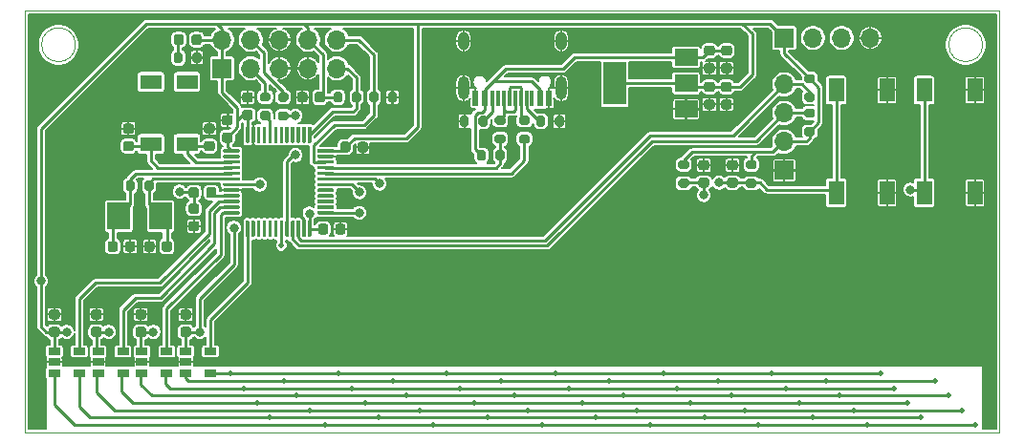
<source format=gtl>
G04 #@! TF.GenerationSoftware,KiCad,Pcbnew,(5.1.12)-1*
G04 #@! TF.CreationDate,2024-01-22T15:17:36+02:00*
G04 #@! TF.ProjectId,CaliperPCB,43616c69-7065-4725-9043-422e6b696361,rev?*
G04 #@! TF.SameCoordinates,Original*
G04 #@! TF.FileFunction,Copper,L1,Top*
G04 #@! TF.FilePolarity,Positive*
%FSLAX46Y46*%
G04 Gerber Fmt 4.6, Leading zero omitted, Abs format (unit mm)*
G04 Created by KiCad (PCBNEW (5.1.12)-1) date 2024-01-22 15:17:36*
%MOMM*%
%LPD*%
G01*
G04 APERTURE LIST*
G04 #@! TA.AperFunction,Profile*
%ADD10C,0.050000*%
G04 #@! TD*
G04 #@! TA.AperFunction,SMDPad,CuDef*
%ADD11R,1.400000X2.100000*%
G04 #@! TD*
G04 #@! TA.AperFunction,ComponentPad*
%ADD12R,1.700000X1.700000*%
G04 #@! TD*
G04 #@! TA.AperFunction,ComponentPad*
%ADD13O,1.700000X1.700000*%
G04 #@! TD*
G04 #@! TA.AperFunction,SMDPad,CuDef*
%ADD14R,1.900000X1.300000*%
G04 #@! TD*
G04 #@! TA.AperFunction,SMDPad,CuDef*
%ADD15R,2.000000X2.400000*%
G04 #@! TD*
G04 #@! TA.AperFunction,ComponentPad*
%ADD16O,1.000000X1.600000*%
G04 #@! TD*
G04 #@! TA.AperFunction,ComponentPad*
%ADD17O,1.000000X2.100000*%
G04 #@! TD*
G04 #@! TA.AperFunction,SMDPad,CuDef*
%ADD18R,0.300000X1.450000*%
G04 #@! TD*
G04 #@! TA.AperFunction,SMDPad,CuDef*
%ADD19R,0.600000X1.450000*%
G04 #@! TD*
G04 #@! TA.AperFunction,ComponentPad*
%ADD20C,0.500000*%
G04 #@! TD*
G04 #@! TA.AperFunction,SMDPad,CuDef*
%ADD21R,1.060000X0.650000*%
G04 #@! TD*
G04 #@! TA.AperFunction,SMDPad,CuDef*
%ADD22R,2.000000X3.800000*%
G04 #@! TD*
G04 #@! TA.AperFunction,SMDPad,CuDef*
%ADD23R,2.000000X1.500000*%
G04 #@! TD*
G04 #@! TA.AperFunction,ViaPad*
%ADD24C,0.800000*%
G04 #@! TD*
G04 #@! TA.AperFunction,Conductor*
%ADD25C,0.250000*%
G04 #@! TD*
G04 #@! TA.AperFunction,Conductor*
%ADD26C,0.200000*%
G04 #@! TD*
G04 #@! TA.AperFunction,Conductor*
%ADD27C,0.100000*%
G04 #@! TD*
G04 APERTURE END LIST*
D10*
X118170000Y-87000000D02*
G75*
G03*
X118170000Y-87000000I-1500000J0D01*
G01*
X198500000Y-87000000D02*
G75*
G03*
X198500000Y-87000000I-1500000J0D01*
G01*
X200000000Y-121356000D02*
X200000000Y-84000000D01*
X113670000Y-84000000D02*
X200000000Y-84000000D01*
X113670000Y-121356000D02*
X113670000Y-84000000D01*
X200000000Y-121356000D02*
X113670000Y-121356000D01*
D11*
X197818333Y-91027000D03*
X197818333Y-100127000D03*
X193318333Y-100127000D03*
X193318333Y-91027000D03*
X190034334Y-91027000D03*
X190034334Y-100127000D03*
X185534334Y-100127000D03*
X185534334Y-91027000D03*
G04 #@! TA.AperFunction,SMDPad,CuDef*
G36*
G01*
X129312500Y-87875000D02*
X129312500Y-88425000D01*
G75*
G02*
X129112500Y-88625000I-200000J0D01*
G01*
X128712500Y-88625000D01*
G75*
G02*
X128512500Y-88425000I0J200000D01*
G01*
X128512500Y-87875000D01*
G75*
G02*
X128712500Y-87675000I200000J0D01*
G01*
X129112500Y-87675000D01*
G75*
G02*
X129312500Y-87875000I0J-200000D01*
G01*
G37*
G04 #@! TD.AperFunction*
G04 #@! TA.AperFunction,SMDPad,CuDef*
G36*
G01*
X127662500Y-87875000D02*
X127662500Y-88425000D01*
G75*
G02*
X127462500Y-88625000I-200000J0D01*
G01*
X127062500Y-88625000D01*
G75*
G02*
X126862500Y-88425000I0J200000D01*
G01*
X126862500Y-87875000D01*
G75*
G02*
X127062500Y-87675000I200000J0D01*
G01*
X127462500Y-87675000D01*
G75*
G02*
X127662500Y-87875000I0J-200000D01*
G01*
G37*
G04 #@! TD.AperFunction*
G04 #@! TA.AperFunction,SMDPad,CuDef*
G36*
G01*
X126882500Y-86806250D02*
X126882500Y-86293750D01*
G75*
G02*
X127101250Y-86075000I218750J0D01*
G01*
X127538750Y-86075000D01*
G75*
G02*
X127757500Y-86293750I0J-218750D01*
G01*
X127757500Y-86806250D01*
G75*
G02*
X127538750Y-87025000I-218750J0D01*
G01*
X127101250Y-87025000D01*
G75*
G02*
X126882500Y-86806250I0J218750D01*
G01*
G37*
G04 #@! TD.AperFunction*
G04 #@! TA.AperFunction,SMDPad,CuDef*
G36*
G01*
X128457500Y-86806250D02*
X128457500Y-86293750D01*
G75*
G02*
X128676250Y-86075000I218750J0D01*
G01*
X129113750Y-86075000D01*
G75*
G02*
X129332500Y-86293750I0J-218750D01*
G01*
X129332500Y-86806250D01*
G75*
G02*
X129113750Y-87025000I-218750J0D01*
G01*
X128676250Y-87025000D01*
G75*
G02*
X128457500Y-86806250I0J218750D01*
G01*
G37*
G04 #@! TD.AperFunction*
G04 #@! TA.AperFunction,SMDPad,CuDef*
G36*
G01*
X172299000Y-99685500D02*
X171749000Y-99685500D01*
G75*
G02*
X171549000Y-99485500I0J200000D01*
G01*
X171549000Y-99085500D01*
G75*
G02*
X171749000Y-98885500I200000J0D01*
G01*
X172299000Y-98885500D01*
G75*
G02*
X172499000Y-99085500I0J-200000D01*
G01*
X172499000Y-99485500D01*
G75*
G02*
X172299000Y-99685500I-200000J0D01*
G01*
G37*
G04 #@! TD.AperFunction*
G04 #@! TA.AperFunction,SMDPad,CuDef*
G36*
G01*
X172299000Y-98035500D02*
X171749000Y-98035500D01*
G75*
G02*
X171549000Y-97835500I0J200000D01*
G01*
X171549000Y-97435500D01*
G75*
G02*
X171749000Y-97235500I200000J0D01*
G01*
X172299000Y-97235500D01*
G75*
G02*
X172499000Y-97435500I0J-200000D01*
G01*
X172499000Y-97835500D01*
G75*
G02*
X172299000Y-98035500I-200000J0D01*
G01*
G37*
G04 #@! TD.AperFunction*
G04 #@! TA.AperFunction,SMDPad,CuDef*
G36*
G01*
X174052000Y-99685500D02*
X173552000Y-99685500D01*
G75*
G02*
X173327000Y-99460500I0J225000D01*
G01*
X173327000Y-99010500D01*
G75*
G02*
X173552000Y-98785500I225000J0D01*
G01*
X174052000Y-98785500D01*
G75*
G02*
X174277000Y-99010500I0J-225000D01*
G01*
X174277000Y-99460500D01*
G75*
G02*
X174052000Y-99685500I-225000J0D01*
G01*
G37*
G04 #@! TD.AperFunction*
G04 #@! TA.AperFunction,SMDPad,CuDef*
G36*
G01*
X174052000Y-98135500D02*
X173552000Y-98135500D01*
G75*
G02*
X173327000Y-97910500I0J225000D01*
G01*
X173327000Y-97460500D01*
G75*
G02*
X173552000Y-97235500I225000J0D01*
G01*
X174052000Y-97235500D01*
G75*
G02*
X174277000Y-97460500I0J-225000D01*
G01*
X174277000Y-97910500D01*
G75*
G02*
X174052000Y-98135500I-225000J0D01*
G01*
G37*
G04 #@! TD.AperFunction*
G04 #@! TA.AperFunction,SMDPad,CuDef*
G36*
G01*
X136835000Y-93705000D02*
X136285000Y-93705000D01*
G75*
G02*
X136085000Y-93505000I0J200000D01*
G01*
X136085000Y-93105000D01*
G75*
G02*
X136285000Y-92905000I200000J0D01*
G01*
X136835000Y-92905000D01*
G75*
G02*
X137035000Y-93105000I0J-200000D01*
G01*
X137035000Y-93505000D01*
G75*
G02*
X136835000Y-93705000I-200000J0D01*
G01*
G37*
G04 #@! TD.AperFunction*
G04 #@! TA.AperFunction,SMDPad,CuDef*
G36*
G01*
X136835000Y-92055000D02*
X136285000Y-92055000D01*
G75*
G02*
X136085000Y-91855000I0J200000D01*
G01*
X136085000Y-91455000D01*
G75*
G02*
X136285000Y-91255000I200000J0D01*
G01*
X136835000Y-91255000D01*
G75*
G02*
X137035000Y-91455000I0J-200000D01*
G01*
X137035000Y-91855000D01*
G75*
G02*
X136835000Y-92055000I-200000J0D01*
G01*
G37*
G04 #@! TD.AperFunction*
G04 #@! TA.AperFunction,SMDPad,CuDef*
G36*
G01*
X133150000Y-91225000D02*
X133650000Y-91225000D01*
G75*
G02*
X133875000Y-91450000I0J-225000D01*
G01*
X133875000Y-91900000D01*
G75*
G02*
X133650000Y-92125000I-225000J0D01*
G01*
X133150000Y-92125000D01*
G75*
G02*
X132925000Y-91900000I0J225000D01*
G01*
X132925000Y-91450000D01*
G75*
G02*
X133150000Y-91225000I225000J0D01*
G01*
G37*
G04 #@! TD.AperFunction*
G04 #@! TA.AperFunction,SMDPad,CuDef*
G36*
G01*
X133150000Y-92775000D02*
X133650000Y-92775000D01*
G75*
G02*
X133875000Y-93000000I0J-225000D01*
G01*
X133875000Y-93450000D01*
G75*
G02*
X133650000Y-93675000I-225000J0D01*
G01*
X133150000Y-93675000D01*
G75*
G02*
X132925000Y-93450000I0J225000D01*
G01*
X132925000Y-93000000D01*
G75*
G02*
X133150000Y-92775000I225000J0D01*
G01*
G37*
G04 #@! TD.AperFunction*
G04 #@! TA.AperFunction,SMDPad,CuDef*
G36*
G01*
X183455000Y-92050000D02*
X182905000Y-92050000D01*
G75*
G02*
X182705000Y-91850000I0J200000D01*
G01*
X182705000Y-91450000D01*
G75*
G02*
X182905000Y-91250000I200000J0D01*
G01*
X183455000Y-91250000D01*
G75*
G02*
X183655000Y-91450000I0J-200000D01*
G01*
X183655000Y-91850000D01*
G75*
G02*
X183455000Y-92050000I-200000J0D01*
G01*
G37*
G04 #@! TD.AperFunction*
G04 #@! TA.AperFunction,SMDPad,CuDef*
G36*
G01*
X183455000Y-90400000D02*
X182905000Y-90400000D01*
G75*
G02*
X182705000Y-90200000I0J200000D01*
G01*
X182705000Y-89800000D01*
G75*
G02*
X182905000Y-89600000I200000J0D01*
G01*
X183455000Y-89600000D01*
G75*
G02*
X183655000Y-89800000I0J-200000D01*
G01*
X183655000Y-90200000D01*
G75*
G02*
X183455000Y-90400000I-200000J0D01*
G01*
G37*
G04 #@! TD.AperFunction*
G04 #@! TA.AperFunction,SMDPad,CuDef*
G36*
G01*
X182905000Y-92660500D02*
X183455000Y-92660500D01*
G75*
G02*
X183655000Y-92860500I0J-200000D01*
G01*
X183655000Y-93260500D01*
G75*
G02*
X183455000Y-93460500I-200000J0D01*
G01*
X182905000Y-93460500D01*
G75*
G02*
X182705000Y-93260500I0J200000D01*
G01*
X182705000Y-92860500D01*
G75*
G02*
X182905000Y-92660500I200000J0D01*
G01*
G37*
G04 #@! TD.AperFunction*
G04 #@! TA.AperFunction,SMDPad,CuDef*
G36*
G01*
X182905000Y-94310500D02*
X183455000Y-94310500D01*
G75*
G02*
X183655000Y-94510500I0J-200000D01*
G01*
X183655000Y-94910500D01*
G75*
G02*
X183455000Y-95110500I-200000J0D01*
G01*
X182905000Y-95110500D01*
G75*
G02*
X182705000Y-94910500I0J200000D01*
G01*
X182705000Y-94510500D01*
G75*
G02*
X182905000Y-94310500I200000J0D01*
G01*
G37*
G04 #@! TD.AperFunction*
D12*
X180940000Y-98140500D03*
D13*
X180940000Y-95600500D03*
X180940000Y-93060500D03*
X180940000Y-90520500D03*
D12*
X180940000Y-86388250D03*
D13*
X183480000Y-86388250D03*
X186020000Y-86388250D03*
X188560000Y-86388250D03*
D14*
X128050000Y-95790000D03*
X128050000Y-90290000D03*
X124850000Y-90290000D03*
X124850000Y-95790000D03*
D15*
X122010000Y-102190000D03*
X125710000Y-102190000D03*
D16*
X152528000Y-86660000D03*
X161168000Y-86660000D03*
D17*
X161168000Y-90840000D03*
X152528000Y-90840000D03*
D18*
X157098000Y-91755000D03*
X155098000Y-91755000D03*
X155598000Y-91755000D03*
X156098000Y-91755000D03*
X156598000Y-91755000D03*
X157598000Y-91755000D03*
X158098000Y-91755000D03*
X158598000Y-91755000D03*
D19*
X153598000Y-91755000D03*
X154398000Y-91755000D03*
X159298000Y-91755000D03*
X160098000Y-91755000D03*
X160098000Y-91755000D03*
X159298000Y-91755000D03*
X154398000Y-91755000D03*
X153598000Y-91755000D03*
G04 #@! TA.AperFunction,SMDPad,CuDef*
G36*
G01*
X140998750Y-91930000D02*
X140998750Y-91380000D01*
G75*
G02*
X141198750Y-91180000I200000J0D01*
G01*
X141598750Y-91180000D01*
G75*
G02*
X141798750Y-91380000I0J-200000D01*
G01*
X141798750Y-91930000D01*
G75*
G02*
X141598750Y-92130000I-200000J0D01*
G01*
X141198750Y-92130000D01*
G75*
G02*
X140998750Y-91930000I0J200000D01*
G01*
G37*
G04 #@! TD.AperFunction*
G04 #@! TA.AperFunction,SMDPad,CuDef*
G36*
G01*
X142648750Y-91930000D02*
X142648750Y-91380000D01*
G75*
G02*
X142848750Y-91180000I200000J0D01*
G01*
X143248750Y-91180000D01*
G75*
G02*
X143448750Y-91380000I0J-200000D01*
G01*
X143448750Y-91930000D01*
G75*
G02*
X143248750Y-92130000I-200000J0D01*
G01*
X142848750Y-92130000D01*
G75*
G02*
X142648750Y-91930000I0J200000D01*
G01*
G37*
G04 #@! TD.AperFunction*
D12*
X131150000Y-89090000D03*
D13*
X131150000Y-86550000D03*
X133690000Y-89090000D03*
X133690000Y-86550000D03*
X136230000Y-89090000D03*
X136230000Y-86550000D03*
X138770000Y-89090000D03*
X138770000Y-86550000D03*
X141310000Y-89090000D03*
X141310000Y-86550000D03*
G04 #@! TA.AperFunction,SMDPad,CuDef*
G36*
G01*
X131360000Y-93240000D02*
X131860000Y-93240000D01*
G75*
G02*
X132085000Y-93465000I0J-225000D01*
G01*
X132085000Y-93915000D01*
G75*
G02*
X131860000Y-94140000I-225000J0D01*
G01*
X131360000Y-94140000D01*
G75*
G02*
X131135000Y-93915000I0J225000D01*
G01*
X131135000Y-93465000D01*
G75*
G02*
X131360000Y-93240000I225000J0D01*
G01*
G37*
G04 #@! TD.AperFunction*
G04 #@! TA.AperFunction,SMDPad,CuDef*
G36*
G01*
X131360000Y-94790000D02*
X131860000Y-94790000D01*
G75*
G02*
X132085000Y-95015000I0J-225000D01*
G01*
X132085000Y-95465000D01*
G75*
G02*
X131860000Y-95690000I-225000J0D01*
G01*
X131360000Y-95690000D01*
G75*
G02*
X131135000Y-95465000I0J225000D01*
G01*
X131135000Y-95015000D01*
G75*
G02*
X131360000Y-94790000I225000J0D01*
G01*
G37*
G04 #@! TD.AperFunction*
G04 #@! TA.AperFunction,SMDPad,CuDef*
G36*
G01*
X128195000Y-100360000D02*
X128195000Y-99860000D01*
G75*
G02*
X128420000Y-99635000I225000J0D01*
G01*
X128870000Y-99635000D01*
G75*
G02*
X129095000Y-99860000I0J-225000D01*
G01*
X129095000Y-100360000D01*
G75*
G02*
X128870000Y-100585000I-225000J0D01*
G01*
X128420000Y-100585000D01*
G75*
G02*
X128195000Y-100360000I0J225000D01*
G01*
G37*
G04 #@! TD.AperFunction*
G04 #@! TA.AperFunction,SMDPad,CuDef*
G36*
G01*
X129745000Y-100360000D02*
X129745000Y-99860000D01*
G75*
G02*
X129970000Y-99635000I225000J0D01*
G01*
X130420000Y-99635000D01*
G75*
G02*
X130645000Y-99860000I0J-225000D01*
G01*
X130645000Y-100360000D01*
G75*
G02*
X130420000Y-100585000I-225000J0D01*
G01*
X129970000Y-100585000D01*
G75*
G02*
X129745000Y-100360000I0J225000D01*
G01*
G37*
G04 #@! TD.AperFunction*
G04 #@! TA.AperFunction,SMDPad,CuDef*
G36*
G01*
X123716570Y-110466000D02*
X124216570Y-110466000D01*
G75*
G02*
X124441570Y-110691000I0J-225000D01*
G01*
X124441570Y-111141000D01*
G75*
G02*
X124216570Y-111366000I-225000J0D01*
G01*
X123716570Y-111366000D01*
G75*
G02*
X123491570Y-111141000I0J225000D01*
G01*
X123491570Y-110691000D01*
G75*
G02*
X123716570Y-110466000I225000J0D01*
G01*
G37*
G04 #@! TD.AperFunction*
G04 #@! TA.AperFunction,SMDPad,CuDef*
G36*
G01*
X123716570Y-112016000D02*
X124216570Y-112016000D01*
G75*
G02*
X124441570Y-112241000I0J-225000D01*
G01*
X124441570Y-112691000D01*
G75*
G02*
X124216570Y-112916000I-225000J0D01*
G01*
X123716570Y-112916000D01*
G75*
G02*
X123491570Y-112691000I0J225000D01*
G01*
X123491570Y-112241000D01*
G75*
G02*
X123716570Y-112016000I225000J0D01*
G01*
G37*
G04 #@! TD.AperFunction*
D20*
X197850000Y-120720000D03*
X196650000Y-119420000D03*
X195450000Y-118120000D03*
X194250000Y-116820000D03*
X193050000Y-120070000D03*
X191850000Y-118770000D03*
X190650000Y-117470000D03*
X189450000Y-116170000D03*
X188250000Y-120720000D03*
X178650000Y-120720000D03*
X169050000Y-120720000D03*
X159450000Y-120720000D03*
X149850000Y-120720000D03*
X140250000Y-120720000D03*
X184650000Y-116820000D03*
X175050000Y-116820000D03*
X165450000Y-116820000D03*
X155850000Y-116820000D03*
X146250000Y-116820000D03*
X136630000Y-116820000D03*
X181050000Y-117470000D03*
X171450000Y-117470000D03*
X161850000Y-117470000D03*
X152250000Y-117470000D03*
X142650000Y-117470000D03*
X133060000Y-117470000D03*
X187050000Y-119420000D03*
X177450000Y-119420000D03*
X167850000Y-119420000D03*
X158250000Y-119420000D03*
X148650000Y-119420000D03*
X138950000Y-119420000D03*
X185850000Y-118120000D03*
X176250000Y-118120000D03*
X166650000Y-118120000D03*
X157050000Y-118120000D03*
X147450000Y-118120000D03*
X137740000Y-118120000D03*
X183450000Y-120070000D03*
X173850000Y-120070000D03*
X164250000Y-120070000D03*
X154650000Y-120070000D03*
X145050000Y-120070000D03*
X135400000Y-120070000D03*
X182250000Y-118770000D03*
X172650000Y-118770000D03*
X163050000Y-118770000D03*
X153450000Y-118770000D03*
X143850000Y-118770000D03*
X134270000Y-118770000D03*
X179850000Y-116170000D03*
X170250000Y-116170000D03*
X160650000Y-116170000D03*
X151050000Y-116170000D03*
X141450000Y-116170000D03*
X131850000Y-116170000D03*
X136400000Y-104820000D03*
G04 #@! TA.AperFunction,SMDPad,CuDef*
G36*
G01*
X144190000Y-91930000D02*
X144190000Y-91380000D01*
G75*
G02*
X144390000Y-91180000I200000J0D01*
G01*
X144790000Y-91180000D01*
G75*
G02*
X144990000Y-91380000I0J-200000D01*
G01*
X144990000Y-91930000D01*
G75*
G02*
X144790000Y-92130000I-200000J0D01*
G01*
X144390000Y-92130000D01*
G75*
G02*
X144190000Y-91930000I0J200000D01*
G01*
G37*
G04 #@! TD.AperFunction*
G04 #@! TA.AperFunction,SMDPad,CuDef*
G36*
G01*
X145840000Y-91930000D02*
X145840000Y-91380000D01*
G75*
G02*
X146040000Y-91180000I200000J0D01*
G01*
X146440000Y-91180000D01*
G75*
G02*
X146640000Y-91380000I0J-200000D01*
G01*
X146640000Y-91930000D01*
G75*
G02*
X146440000Y-92130000I-200000J0D01*
G01*
X146040000Y-92130000D01*
G75*
G02*
X145840000Y-91930000I0J200000D01*
G01*
G37*
G04 #@! TD.AperFunction*
D21*
X127926000Y-114195000D03*
X127926000Y-115145000D03*
X127926000Y-116095000D03*
X130126000Y-116095000D03*
X130126000Y-114195000D03*
X124051238Y-114195000D03*
X124051238Y-115145000D03*
X124051238Y-116095000D03*
X126251238Y-116095000D03*
X126251238Y-114195000D03*
X120176476Y-114195000D03*
X120176476Y-115145000D03*
X120176476Y-116095000D03*
X122376476Y-116095000D03*
X122376476Y-114195000D03*
X116301714Y-114195000D03*
X116301714Y-115145000D03*
X116301714Y-116095000D03*
X118501714Y-116095000D03*
X118501714Y-114195000D03*
G04 #@! TA.AperFunction,SMDPad,CuDef*
G36*
G01*
X131250000Y-96475000D02*
X131250000Y-96325000D01*
G75*
G02*
X131325000Y-96250000I75000J0D01*
G01*
X132650000Y-96250000D01*
G75*
G02*
X132725000Y-96325000I0J-75000D01*
G01*
X132725000Y-96475000D01*
G75*
G02*
X132650000Y-96550000I-75000J0D01*
G01*
X131325000Y-96550000D01*
G75*
G02*
X131250000Y-96475000I0J75000D01*
G01*
G37*
G04 #@! TD.AperFunction*
G04 #@! TA.AperFunction,SMDPad,CuDef*
G36*
G01*
X131250000Y-96975000D02*
X131250000Y-96825000D01*
G75*
G02*
X131325000Y-96750000I75000J0D01*
G01*
X132650000Y-96750000D01*
G75*
G02*
X132725000Y-96825000I0J-75000D01*
G01*
X132725000Y-96975000D01*
G75*
G02*
X132650000Y-97050000I-75000J0D01*
G01*
X131325000Y-97050000D01*
G75*
G02*
X131250000Y-96975000I0J75000D01*
G01*
G37*
G04 #@! TD.AperFunction*
G04 #@! TA.AperFunction,SMDPad,CuDef*
G36*
G01*
X131250000Y-97475000D02*
X131250000Y-97325000D01*
G75*
G02*
X131325000Y-97250000I75000J0D01*
G01*
X132650000Y-97250000D01*
G75*
G02*
X132725000Y-97325000I0J-75000D01*
G01*
X132725000Y-97475000D01*
G75*
G02*
X132650000Y-97550000I-75000J0D01*
G01*
X131325000Y-97550000D01*
G75*
G02*
X131250000Y-97475000I0J75000D01*
G01*
G37*
G04 #@! TD.AperFunction*
G04 #@! TA.AperFunction,SMDPad,CuDef*
G36*
G01*
X131250000Y-97975000D02*
X131250000Y-97825000D01*
G75*
G02*
X131325000Y-97750000I75000J0D01*
G01*
X132650000Y-97750000D01*
G75*
G02*
X132725000Y-97825000I0J-75000D01*
G01*
X132725000Y-97975000D01*
G75*
G02*
X132650000Y-98050000I-75000J0D01*
G01*
X131325000Y-98050000D01*
G75*
G02*
X131250000Y-97975000I0J75000D01*
G01*
G37*
G04 #@! TD.AperFunction*
G04 #@! TA.AperFunction,SMDPad,CuDef*
G36*
G01*
X131250000Y-98475000D02*
X131250000Y-98325000D01*
G75*
G02*
X131325000Y-98250000I75000J0D01*
G01*
X132650000Y-98250000D01*
G75*
G02*
X132725000Y-98325000I0J-75000D01*
G01*
X132725000Y-98475000D01*
G75*
G02*
X132650000Y-98550000I-75000J0D01*
G01*
X131325000Y-98550000D01*
G75*
G02*
X131250000Y-98475000I0J75000D01*
G01*
G37*
G04 #@! TD.AperFunction*
G04 #@! TA.AperFunction,SMDPad,CuDef*
G36*
G01*
X131250000Y-98975000D02*
X131250000Y-98825000D01*
G75*
G02*
X131325000Y-98750000I75000J0D01*
G01*
X132650000Y-98750000D01*
G75*
G02*
X132725000Y-98825000I0J-75000D01*
G01*
X132725000Y-98975000D01*
G75*
G02*
X132650000Y-99050000I-75000J0D01*
G01*
X131325000Y-99050000D01*
G75*
G02*
X131250000Y-98975000I0J75000D01*
G01*
G37*
G04 #@! TD.AperFunction*
G04 #@! TA.AperFunction,SMDPad,CuDef*
G36*
G01*
X131250000Y-99475000D02*
X131250000Y-99325000D01*
G75*
G02*
X131325000Y-99250000I75000J0D01*
G01*
X132650000Y-99250000D01*
G75*
G02*
X132725000Y-99325000I0J-75000D01*
G01*
X132725000Y-99475000D01*
G75*
G02*
X132650000Y-99550000I-75000J0D01*
G01*
X131325000Y-99550000D01*
G75*
G02*
X131250000Y-99475000I0J75000D01*
G01*
G37*
G04 #@! TD.AperFunction*
G04 #@! TA.AperFunction,SMDPad,CuDef*
G36*
G01*
X131250000Y-99975000D02*
X131250000Y-99825000D01*
G75*
G02*
X131325000Y-99750000I75000J0D01*
G01*
X132650000Y-99750000D01*
G75*
G02*
X132725000Y-99825000I0J-75000D01*
G01*
X132725000Y-99975000D01*
G75*
G02*
X132650000Y-100050000I-75000J0D01*
G01*
X131325000Y-100050000D01*
G75*
G02*
X131250000Y-99975000I0J75000D01*
G01*
G37*
G04 #@! TD.AperFunction*
G04 #@! TA.AperFunction,SMDPad,CuDef*
G36*
G01*
X131250000Y-100475000D02*
X131250000Y-100325000D01*
G75*
G02*
X131325000Y-100250000I75000J0D01*
G01*
X132650000Y-100250000D01*
G75*
G02*
X132725000Y-100325000I0J-75000D01*
G01*
X132725000Y-100475000D01*
G75*
G02*
X132650000Y-100550000I-75000J0D01*
G01*
X131325000Y-100550000D01*
G75*
G02*
X131250000Y-100475000I0J75000D01*
G01*
G37*
G04 #@! TD.AperFunction*
G04 #@! TA.AperFunction,SMDPad,CuDef*
G36*
G01*
X131250000Y-100975000D02*
X131250000Y-100825000D01*
G75*
G02*
X131325000Y-100750000I75000J0D01*
G01*
X132650000Y-100750000D01*
G75*
G02*
X132725000Y-100825000I0J-75000D01*
G01*
X132725000Y-100975000D01*
G75*
G02*
X132650000Y-101050000I-75000J0D01*
G01*
X131325000Y-101050000D01*
G75*
G02*
X131250000Y-100975000I0J75000D01*
G01*
G37*
G04 #@! TD.AperFunction*
G04 #@! TA.AperFunction,SMDPad,CuDef*
G36*
G01*
X131250000Y-101475000D02*
X131250000Y-101325000D01*
G75*
G02*
X131325000Y-101250000I75000J0D01*
G01*
X132650000Y-101250000D01*
G75*
G02*
X132725000Y-101325000I0J-75000D01*
G01*
X132725000Y-101475000D01*
G75*
G02*
X132650000Y-101550000I-75000J0D01*
G01*
X131325000Y-101550000D01*
G75*
G02*
X131250000Y-101475000I0J75000D01*
G01*
G37*
G04 #@! TD.AperFunction*
G04 #@! TA.AperFunction,SMDPad,CuDef*
G36*
G01*
X131250000Y-101975000D02*
X131250000Y-101825000D01*
G75*
G02*
X131325000Y-101750000I75000J0D01*
G01*
X132650000Y-101750000D01*
G75*
G02*
X132725000Y-101825000I0J-75000D01*
G01*
X132725000Y-101975000D01*
G75*
G02*
X132650000Y-102050000I-75000J0D01*
G01*
X131325000Y-102050000D01*
G75*
G02*
X131250000Y-101975000I0J75000D01*
G01*
G37*
G04 #@! TD.AperFunction*
G04 #@! TA.AperFunction,SMDPad,CuDef*
G36*
G01*
X133250000Y-103975000D02*
X133250000Y-102650000D01*
G75*
G02*
X133325000Y-102575000I75000J0D01*
G01*
X133475000Y-102575000D01*
G75*
G02*
X133550000Y-102650000I0J-75000D01*
G01*
X133550000Y-103975000D01*
G75*
G02*
X133475000Y-104050000I-75000J0D01*
G01*
X133325000Y-104050000D01*
G75*
G02*
X133250000Y-103975000I0J75000D01*
G01*
G37*
G04 #@! TD.AperFunction*
G04 #@! TA.AperFunction,SMDPad,CuDef*
G36*
G01*
X133750000Y-103975000D02*
X133750000Y-102650000D01*
G75*
G02*
X133825000Y-102575000I75000J0D01*
G01*
X133975000Y-102575000D01*
G75*
G02*
X134050000Y-102650000I0J-75000D01*
G01*
X134050000Y-103975000D01*
G75*
G02*
X133975000Y-104050000I-75000J0D01*
G01*
X133825000Y-104050000D01*
G75*
G02*
X133750000Y-103975000I0J75000D01*
G01*
G37*
G04 #@! TD.AperFunction*
G04 #@! TA.AperFunction,SMDPad,CuDef*
G36*
G01*
X134250000Y-103975000D02*
X134250000Y-102650000D01*
G75*
G02*
X134325000Y-102575000I75000J0D01*
G01*
X134475000Y-102575000D01*
G75*
G02*
X134550000Y-102650000I0J-75000D01*
G01*
X134550000Y-103975000D01*
G75*
G02*
X134475000Y-104050000I-75000J0D01*
G01*
X134325000Y-104050000D01*
G75*
G02*
X134250000Y-103975000I0J75000D01*
G01*
G37*
G04 #@! TD.AperFunction*
G04 #@! TA.AperFunction,SMDPad,CuDef*
G36*
G01*
X134750000Y-103975000D02*
X134750000Y-102650000D01*
G75*
G02*
X134825000Y-102575000I75000J0D01*
G01*
X134975000Y-102575000D01*
G75*
G02*
X135050000Y-102650000I0J-75000D01*
G01*
X135050000Y-103975000D01*
G75*
G02*
X134975000Y-104050000I-75000J0D01*
G01*
X134825000Y-104050000D01*
G75*
G02*
X134750000Y-103975000I0J75000D01*
G01*
G37*
G04 #@! TD.AperFunction*
G04 #@! TA.AperFunction,SMDPad,CuDef*
G36*
G01*
X135250000Y-103975000D02*
X135250000Y-102650000D01*
G75*
G02*
X135325000Y-102575000I75000J0D01*
G01*
X135475000Y-102575000D01*
G75*
G02*
X135550000Y-102650000I0J-75000D01*
G01*
X135550000Y-103975000D01*
G75*
G02*
X135475000Y-104050000I-75000J0D01*
G01*
X135325000Y-104050000D01*
G75*
G02*
X135250000Y-103975000I0J75000D01*
G01*
G37*
G04 #@! TD.AperFunction*
G04 #@! TA.AperFunction,SMDPad,CuDef*
G36*
G01*
X135750000Y-103975000D02*
X135750000Y-102650000D01*
G75*
G02*
X135825000Y-102575000I75000J0D01*
G01*
X135975000Y-102575000D01*
G75*
G02*
X136050000Y-102650000I0J-75000D01*
G01*
X136050000Y-103975000D01*
G75*
G02*
X135975000Y-104050000I-75000J0D01*
G01*
X135825000Y-104050000D01*
G75*
G02*
X135750000Y-103975000I0J75000D01*
G01*
G37*
G04 #@! TD.AperFunction*
G04 #@! TA.AperFunction,SMDPad,CuDef*
G36*
G01*
X136250000Y-103975000D02*
X136250000Y-102650000D01*
G75*
G02*
X136325000Y-102575000I75000J0D01*
G01*
X136475000Y-102575000D01*
G75*
G02*
X136550000Y-102650000I0J-75000D01*
G01*
X136550000Y-103975000D01*
G75*
G02*
X136475000Y-104050000I-75000J0D01*
G01*
X136325000Y-104050000D01*
G75*
G02*
X136250000Y-103975000I0J75000D01*
G01*
G37*
G04 #@! TD.AperFunction*
G04 #@! TA.AperFunction,SMDPad,CuDef*
G36*
G01*
X136750000Y-103975000D02*
X136750000Y-102650000D01*
G75*
G02*
X136825000Y-102575000I75000J0D01*
G01*
X136975000Y-102575000D01*
G75*
G02*
X137050000Y-102650000I0J-75000D01*
G01*
X137050000Y-103975000D01*
G75*
G02*
X136975000Y-104050000I-75000J0D01*
G01*
X136825000Y-104050000D01*
G75*
G02*
X136750000Y-103975000I0J75000D01*
G01*
G37*
G04 #@! TD.AperFunction*
G04 #@! TA.AperFunction,SMDPad,CuDef*
G36*
G01*
X137250000Y-103975000D02*
X137250000Y-102650000D01*
G75*
G02*
X137325000Y-102575000I75000J0D01*
G01*
X137475000Y-102575000D01*
G75*
G02*
X137550000Y-102650000I0J-75000D01*
G01*
X137550000Y-103975000D01*
G75*
G02*
X137475000Y-104050000I-75000J0D01*
G01*
X137325000Y-104050000D01*
G75*
G02*
X137250000Y-103975000I0J75000D01*
G01*
G37*
G04 #@! TD.AperFunction*
G04 #@! TA.AperFunction,SMDPad,CuDef*
G36*
G01*
X137750000Y-103975000D02*
X137750000Y-102650000D01*
G75*
G02*
X137825000Y-102575000I75000J0D01*
G01*
X137975000Y-102575000D01*
G75*
G02*
X138050000Y-102650000I0J-75000D01*
G01*
X138050000Y-103975000D01*
G75*
G02*
X137975000Y-104050000I-75000J0D01*
G01*
X137825000Y-104050000D01*
G75*
G02*
X137750000Y-103975000I0J75000D01*
G01*
G37*
G04 #@! TD.AperFunction*
G04 #@! TA.AperFunction,SMDPad,CuDef*
G36*
G01*
X138250000Y-103975000D02*
X138250000Y-102650000D01*
G75*
G02*
X138325000Y-102575000I75000J0D01*
G01*
X138475000Y-102575000D01*
G75*
G02*
X138550000Y-102650000I0J-75000D01*
G01*
X138550000Y-103975000D01*
G75*
G02*
X138475000Y-104050000I-75000J0D01*
G01*
X138325000Y-104050000D01*
G75*
G02*
X138250000Y-103975000I0J75000D01*
G01*
G37*
G04 #@! TD.AperFunction*
G04 #@! TA.AperFunction,SMDPad,CuDef*
G36*
G01*
X138750000Y-103975000D02*
X138750000Y-102650000D01*
G75*
G02*
X138825000Y-102575000I75000J0D01*
G01*
X138975000Y-102575000D01*
G75*
G02*
X139050000Y-102650000I0J-75000D01*
G01*
X139050000Y-103975000D01*
G75*
G02*
X138975000Y-104050000I-75000J0D01*
G01*
X138825000Y-104050000D01*
G75*
G02*
X138750000Y-103975000I0J75000D01*
G01*
G37*
G04 #@! TD.AperFunction*
G04 #@! TA.AperFunction,SMDPad,CuDef*
G36*
G01*
X139575000Y-101975000D02*
X139575000Y-101825000D01*
G75*
G02*
X139650000Y-101750000I75000J0D01*
G01*
X140975000Y-101750000D01*
G75*
G02*
X141050000Y-101825000I0J-75000D01*
G01*
X141050000Y-101975000D01*
G75*
G02*
X140975000Y-102050000I-75000J0D01*
G01*
X139650000Y-102050000D01*
G75*
G02*
X139575000Y-101975000I0J75000D01*
G01*
G37*
G04 #@! TD.AperFunction*
G04 #@! TA.AperFunction,SMDPad,CuDef*
G36*
G01*
X139575000Y-101475000D02*
X139575000Y-101325000D01*
G75*
G02*
X139650000Y-101250000I75000J0D01*
G01*
X140975000Y-101250000D01*
G75*
G02*
X141050000Y-101325000I0J-75000D01*
G01*
X141050000Y-101475000D01*
G75*
G02*
X140975000Y-101550000I-75000J0D01*
G01*
X139650000Y-101550000D01*
G75*
G02*
X139575000Y-101475000I0J75000D01*
G01*
G37*
G04 #@! TD.AperFunction*
G04 #@! TA.AperFunction,SMDPad,CuDef*
G36*
G01*
X139575000Y-100975000D02*
X139575000Y-100825000D01*
G75*
G02*
X139650000Y-100750000I75000J0D01*
G01*
X140975000Y-100750000D01*
G75*
G02*
X141050000Y-100825000I0J-75000D01*
G01*
X141050000Y-100975000D01*
G75*
G02*
X140975000Y-101050000I-75000J0D01*
G01*
X139650000Y-101050000D01*
G75*
G02*
X139575000Y-100975000I0J75000D01*
G01*
G37*
G04 #@! TD.AperFunction*
G04 #@! TA.AperFunction,SMDPad,CuDef*
G36*
G01*
X139575000Y-100475000D02*
X139575000Y-100325000D01*
G75*
G02*
X139650000Y-100250000I75000J0D01*
G01*
X140975000Y-100250000D01*
G75*
G02*
X141050000Y-100325000I0J-75000D01*
G01*
X141050000Y-100475000D01*
G75*
G02*
X140975000Y-100550000I-75000J0D01*
G01*
X139650000Y-100550000D01*
G75*
G02*
X139575000Y-100475000I0J75000D01*
G01*
G37*
G04 #@! TD.AperFunction*
G04 #@! TA.AperFunction,SMDPad,CuDef*
G36*
G01*
X139575000Y-99975000D02*
X139575000Y-99825000D01*
G75*
G02*
X139650000Y-99750000I75000J0D01*
G01*
X140975000Y-99750000D01*
G75*
G02*
X141050000Y-99825000I0J-75000D01*
G01*
X141050000Y-99975000D01*
G75*
G02*
X140975000Y-100050000I-75000J0D01*
G01*
X139650000Y-100050000D01*
G75*
G02*
X139575000Y-99975000I0J75000D01*
G01*
G37*
G04 #@! TD.AperFunction*
G04 #@! TA.AperFunction,SMDPad,CuDef*
G36*
G01*
X139575000Y-99475000D02*
X139575000Y-99325000D01*
G75*
G02*
X139650000Y-99250000I75000J0D01*
G01*
X140975000Y-99250000D01*
G75*
G02*
X141050000Y-99325000I0J-75000D01*
G01*
X141050000Y-99475000D01*
G75*
G02*
X140975000Y-99550000I-75000J0D01*
G01*
X139650000Y-99550000D01*
G75*
G02*
X139575000Y-99475000I0J75000D01*
G01*
G37*
G04 #@! TD.AperFunction*
G04 #@! TA.AperFunction,SMDPad,CuDef*
G36*
G01*
X139575000Y-98975000D02*
X139575000Y-98825000D01*
G75*
G02*
X139650000Y-98750000I75000J0D01*
G01*
X140975000Y-98750000D01*
G75*
G02*
X141050000Y-98825000I0J-75000D01*
G01*
X141050000Y-98975000D01*
G75*
G02*
X140975000Y-99050000I-75000J0D01*
G01*
X139650000Y-99050000D01*
G75*
G02*
X139575000Y-98975000I0J75000D01*
G01*
G37*
G04 #@! TD.AperFunction*
G04 #@! TA.AperFunction,SMDPad,CuDef*
G36*
G01*
X139575000Y-98475000D02*
X139575000Y-98325000D01*
G75*
G02*
X139650000Y-98250000I75000J0D01*
G01*
X140975000Y-98250000D01*
G75*
G02*
X141050000Y-98325000I0J-75000D01*
G01*
X141050000Y-98475000D01*
G75*
G02*
X140975000Y-98550000I-75000J0D01*
G01*
X139650000Y-98550000D01*
G75*
G02*
X139575000Y-98475000I0J75000D01*
G01*
G37*
G04 #@! TD.AperFunction*
G04 #@! TA.AperFunction,SMDPad,CuDef*
G36*
G01*
X139575000Y-97975000D02*
X139575000Y-97825000D01*
G75*
G02*
X139650000Y-97750000I75000J0D01*
G01*
X140975000Y-97750000D01*
G75*
G02*
X141050000Y-97825000I0J-75000D01*
G01*
X141050000Y-97975000D01*
G75*
G02*
X140975000Y-98050000I-75000J0D01*
G01*
X139650000Y-98050000D01*
G75*
G02*
X139575000Y-97975000I0J75000D01*
G01*
G37*
G04 #@! TD.AperFunction*
G04 #@! TA.AperFunction,SMDPad,CuDef*
G36*
G01*
X139575000Y-97475000D02*
X139575000Y-97325000D01*
G75*
G02*
X139650000Y-97250000I75000J0D01*
G01*
X140975000Y-97250000D01*
G75*
G02*
X141050000Y-97325000I0J-75000D01*
G01*
X141050000Y-97475000D01*
G75*
G02*
X140975000Y-97550000I-75000J0D01*
G01*
X139650000Y-97550000D01*
G75*
G02*
X139575000Y-97475000I0J75000D01*
G01*
G37*
G04 #@! TD.AperFunction*
G04 #@! TA.AperFunction,SMDPad,CuDef*
G36*
G01*
X139575000Y-96975000D02*
X139575000Y-96825000D01*
G75*
G02*
X139650000Y-96750000I75000J0D01*
G01*
X140975000Y-96750000D01*
G75*
G02*
X141050000Y-96825000I0J-75000D01*
G01*
X141050000Y-96975000D01*
G75*
G02*
X140975000Y-97050000I-75000J0D01*
G01*
X139650000Y-97050000D01*
G75*
G02*
X139575000Y-96975000I0J75000D01*
G01*
G37*
G04 #@! TD.AperFunction*
G04 #@! TA.AperFunction,SMDPad,CuDef*
G36*
G01*
X139575000Y-96475000D02*
X139575000Y-96325000D01*
G75*
G02*
X139650000Y-96250000I75000J0D01*
G01*
X140975000Y-96250000D01*
G75*
G02*
X141050000Y-96325000I0J-75000D01*
G01*
X141050000Y-96475000D01*
G75*
G02*
X140975000Y-96550000I-75000J0D01*
G01*
X139650000Y-96550000D01*
G75*
G02*
X139575000Y-96475000I0J75000D01*
G01*
G37*
G04 #@! TD.AperFunction*
G04 #@! TA.AperFunction,SMDPad,CuDef*
G36*
G01*
X138750000Y-95650000D02*
X138750000Y-94325000D01*
G75*
G02*
X138825000Y-94250000I75000J0D01*
G01*
X138975000Y-94250000D01*
G75*
G02*
X139050000Y-94325000I0J-75000D01*
G01*
X139050000Y-95650000D01*
G75*
G02*
X138975000Y-95725000I-75000J0D01*
G01*
X138825000Y-95725000D01*
G75*
G02*
X138750000Y-95650000I0J75000D01*
G01*
G37*
G04 #@! TD.AperFunction*
G04 #@! TA.AperFunction,SMDPad,CuDef*
G36*
G01*
X138250000Y-95650000D02*
X138250000Y-94325000D01*
G75*
G02*
X138325000Y-94250000I75000J0D01*
G01*
X138475000Y-94250000D01*
G75*
G02*
X138550000Y-94325000I0J-75000D01*
G01*
X138550000Y-95650000D01*
G75*
G02*
X138475000Y-95725000I-75000J0D01*
G01*
X138325000Y-95725000D01*
G75*
G02*
X138250000Y-95650000I0J75000D01*
G01*
G37*
G04 #@! TD.AperFunction*
G04 #@! TA.AperFunction,SMDPad,CuDef*
G36*
G01*
X137750000Y-95650000D02*
X137750000Y-94325000D01*
G75*
G02*
X137825000Y-94250000I75000J0D01*
G01*
X137975000Y-94250000D01*
G75*
G02*
X138050000Y-94325000I0J-75000D01*
G01*
X138050000Y-95650000D01*
G75*
G02*
X137975000Y-95725000I-75000J0D01*
G01*
X137825000Y-95725000D01*
G75*
G02*
X137750000Y-95650000I0J75000D01*
G01*
G37*
G04 #@! TD.AperFunction*
G04 #@! TA.AperFunction,SMDPad,CuDef*
G36*
G01*
X137250000Y-95650000D02*
X137250000Y-94325000D01*
G75*
G02*
X137325000Y-94250000I75000J0D01*
G01*
X137475000Y-94250000D01*
G75*
G02*
X137550000Y-94325000I0J-75000D01*
G01*
X137550000Y-95650000D01*
G75*
G02*
X137475000Y-95725000I-75000J0D01*
G01*
X137325000Y-95725000D01*
G75*
G02*
X137250000Y-95650000I0J75000D01*
G01*
G37*
G04 #@! TD.AperFunction*
G04 #@! TA.AperFunction,SMDPad,CuDef*
G36*
G01*
X136750000Y-95650000D02*
X136750000Y-94325000D01*
G75*
G02*
X136825000Y-94250000I75000J0D01*
G01*
X136975000Y-94250000D01*
G75*
G02*
X137050000Y-94325000I0J-75000D01*
G01*
X137050000Y-95650000D01*
G75*
G02*
X136975000Y-95725000I-75000J0D01*
G01*
X136825000Y-95725000D01*
G75*
G02*
X136750000Y-95650000I0J75000D01*
G01*
G37*
G04 #@! TD.AperFunction*
G04 #@! TA.AperFunction,SMDPad,CuDef*
G36*
G01*
X136250000Y-95650000D02*
X136250000Y-94325000D01*
G75*
G02*
X136325000Y-94250000I75000J0D01*
G01*
X136475000Y-94250000D01*
G75*
G02*
X136550000Y-94325000I0J-75000D01*
G01*
X136550000Y-95650000D01*
G75*
G02*
X136475000Y-95725000I-75000J0D01*
G01*
X136325000Y-95725000D01*
G75*
G02*
X136250000Y-95650000I0J75000D01*
G01*
G37*
G04 #@! TD.AperFunction*
G04 #@! TA.AperFunction,SMDPad,CuDef*
G36*
G01*
X135750000Y-95650000D02*
X135750000Y-94325000D01*
G75*
G02*
X135825000Y-94250000I75000J0D01*
G01*
X135975000Y-94250000D01*
G75*
G02*
X136050000Y-94325000I0J-75000D01*
G01*
X136050000Y-95650000D01*
G75*
G02*
X135975000Y-95725000I-75000J0D01*
G01*
X135825000Y-95725000D01*
G75*
G02*
X135750000Y-95650000I0J75000D01*
G01*
G37*
G04 #@! TD.AperFunction*
G04 #@! TA.AperFunction,SMDPad,CuDef*
G36*
G01*
X135250000Y-95650000D02*
X135250000Y-94325000D01*
G75*
G02*
X135325000Y-94250000I75000J0D01*
G01*
X135475000Y-94250000D01*
G75*
G02*
X135550000Y-94325000I0J-75000D01*
G01*
X135550000Y-95650000D01*
G75*
G02*
X135475000Y-95725000I-75000J0D01*
G01*
X135325000Y-95725000D01*
G75*
G02*
X135250000Y-95650000I0J75000D01*
G01*
G37*
G04 #@! TD.AperFunction*
G04 #@! TA.AperFunction,SMDPad,CuDef*
G36*
G01*
X134750000Y-95650000D02*
X134750000Y-94325000D01*
G75*
G02*
X134825000Y-94250000I75000J0D01*
G01*
X134975000Y-94250000D01*
G75*
G02*
X135050000Y-94325000I0J-75000D01*
G01*
X135050000Y-95650000D01*
G75*
G02*
X134975000Y-95725000I-75000J0D01*
G01*
X134825000Y-95725000D01*
G75*
G02*
X134750000Y-95650000I0J75000D01*
G01*
G37*
G04 #@! TD.AperFunction*
G04 #@! TA.AperFunction,SMDPad,CuDef*
G36*
G01*
X134250000Y-95650000D02*
X134250000Y-94325000D01*
G75*
G02*
X134325000Y-94250000I75000J0D01*
G01*
X134475000Y-94250000D01*
G75*
G02*
X134550000Y-94325000I0J-75000D01*
G01*
X134550000Y-95650000D01*
G75*
G02*
X134475000Y-95725000I-75000J0D01*
G01*
X134325000Y-95725000D01*
G75*
G02*
X134250000Y-95650000I0J75000D01*
G01*
G37*
G04 #@! TD.AperFunction*
G04 #@! TA.AperFunction,SMDPad,CuDef*
G36*
G01*
X133750000Y-95650000D02*
X133750000Y-94325000D01*
G75*
G02*
X133825000Y-94250000I75000J0D01*
G01*
X133975000Y-94250000D01*
G75*
G02*
X134050000Y-94325000I0J-75000D01*
G01*
X134050000Y-95650000D01*
G75*
G02*
X133975000Y-95725000I-75000J0D01*
G01*
X133825000Y-95725000D01*
G75*
G02*
X133750000Y-95650000I0J75000D01*
G01*
G37*
G04 #@! TD.AperFunction*
G04 #@! TA.AperFunction,SMDPad,CuDef*
G36*
G01*
X133250000Y-95650000D02*
X133250000Y-94325000D01*
G75*
G02*
X133325000Y-94250000I75000J0D01*
G01*
X133475000Y-94250000D01*
G75*
G02*
X133550000Y-94325000I0J-75000D01*
G01*
X133550000Y-95650000D01*
G75*
G02*
X133475000Y-95725000I-75000J0D01*
G01*
X133325000Y-95725000D01*
G75*
G02*
X133250000Y-95650000I0J75000D01*
G01*
G37*
G04 #@! TD.AperFunction*
D22*
X165934000Y-90416000D03*
D23*
X172234000Y-90416000D03*
X172234000Y-88116000D03*
X172234000Y-92716000D03*
G04 #@! TA.AperFunction,SMDPad,CuDef*
G36*
G01*
X161430000Y-93505000D02*
X161430000Y-94055000D01*
G75*
G02*
X161230000Y-94255000I-200000J0D01*
G01*
X160830000Y-94255000D01*
G75*
G02*
X160630000Y-94055000I0J200000D01*
G01*
X160630000Y-93505000D01*
G75*
G02*
X160830000Y-93305000I200000J0D01*
G01*
X161230000Y-93305000D01*
G75*
G02*
X161430000Y-93505000I0J-200000D01*
G01*
G37*
G04 #@! TD.AperFunction*
G04 #@! TA.AperFunction,SMDPad,CuDef*
G36*
G01*
X159780000Y-93505000D02*
X159780000Y-94055000D01*
G75*
G02*
X159580000Y-94255000I-200000J0D01*
G01*
X159180000Y-94255000D01*
G75*
G02*
X158980000Y-94055000I0J200000D01*
G01*
X158980000Y-93505000D01*
G75*
G02*
X159180000Y-93305000I200000J0D01*
G01*
X159580000Y-93305000D01*
G75*
G02*
X159780000Y-93505000I0J-200000D01*
G01*
G37*
G04 #@! TD.AperFunction*
G04 #@! TA.AperFunction,SMDPad,CuDef*
G36*
G01*
X152210000Y-94055000D02*
X152210000Y-93505000D01*
G75*
G02*
X152410000Y-93305000I200000J0D01*
G01*
X152810000Y-93305000D01*
G75*
G02*
X153010000Y-93505000I0J-200000D01*
G01*
X153010000Y-94055000D01*
G75*
G02*
X152810000Y-94255000I-200000J0D01*
G01*
X152410000Y-94255000D01*
G75*
G02*
X152210000Y-94055000I0J200000D01*
G01*
G37*
G04 #@! TD.AperFunction*
G04 #@! TA.AperFunction,SMDPad,CuDef*
G36*
G01*
X153860000Y-94055000D02*
X153860000Y-93505000D01*
G75*
G02*
X154060000Y-93305000I200000J0D01*
G01*
X154460000Y-93305000D01*
G75*
G02*
X154660000Y-93505000I0J-200000D01*
G01*
X154660000Y-94055000D01*
G75*
G02*
X154460000Y-94255000I-200000J0D01*
G01*
X154060000Y-94255000D01*
G75*
G02*
X153860000Y-94055000I0J200000D01*
G01*
G37*
G04 #@! TD.AperFunction*
G04 #@! TA.AperFunction,SMDPad,CuDef*
G36*
G01*
X153720000Y-97085000D02*
X153720000Y-96535000D01*
G75*
G02*
X153920000Y-96335000I200000J0D01*
G01*
X154320000Y-96335000D01*
G75*
G02*
X154520000Y-96535000I0J-200000D01*
G01*
X154520000Y-97085000D01*
G75*
G02*
X154320000Y-97285000I-200000J0D01*
G01*
X153920000Y-97285000D01*
G75*
G02*
X153720000Y-97085000I0J200000D01*
G01*
G37*
G04 #@! TD.AperFunction*
G04 #@! TA.AperFunction,SMDPad,CuDef*
G36*
G01*
X155370000Y-97085000D02*
X155370000Y-96535000D01*
G75*
G02*
X155570000Y-96335000I200000J0D01*
G01*
X155970000Y-96335000D01*
G75*
G02*
X156170000Y-96535000I0J-200000D01*
G01*
X156170000Y-97085000D01*
G75*
G02*
X155970000Y-97285000I-200000J0D01*
G01*
X155570000Y-97285000D01*
G75*
G02*
X155370000Y-97085000I0J200000D01*
G01*
G37*
G04 #@! TD.AperFunction*
G04 #@! TA.AperFunction,SMDPad,CuDef*
G36*
G01*
X155498000Y-93305000D02*
X156048000Y-93305000D01*
G75*
G02*
X156248000Y-93505000I0J-200000D01*
G01*
X156248000Y-93905000D01*
G75*
G02*
X156048000Y-94105000I-200000J0D01*
G01*
X155498000Y-94105000D01*
G75*
G02*
X155298000Y-93905000I0J200000D01*
G01*
X155298000Y-93505000D01*
G75*
G02*
X155498000Y-93305000I200000J0D01*
G01*
G37*
G04 #@! TD.AperFunction*
G04 #@! TA.AperFunction,SMDPad,CuDef*
G36*
G01*
X155498000Y-94955000D02*
X156048000Y-94955000D01*
G75*
G02*
X156248000Y-95155000I0J-200000D01*
G01*
X156248000Y-95555000D01*
G75*
G02*
X156048000Y-95755000I-200000J0D01*
G01*
X155498000Y-95755000D01*
G75*
G02*
X155298000Y-95555000I0J200000D01*
G01*
X155298000Y-95155000D01*
G75*
G02*
X155498000Y-94955000I200000J0D01*
G01*
G37*
G04 #@! TD.AperFunction*
G04 #@! TA.AperFunction,SMDPad,CuDef*
G36*
G01*
X157648000Y-93305000D02*
X158198000Y-93305000D01*
G75*
G02*
X158398000Y-93505000I0J-200000D01*
G01*
X158398000Y-93905000D01*
G75*
G02*
X158198000Y-94105000I-200000J0D01*
G01*
X157648000Y-94105000D01*
G75*
G02*
X157448000Y-93905000I0J200000D01*
G01*
X157448000Y-93505000D01*
G75*
G02*
X157648000Y-93305000I200000J0D01*
G01*
G37*
G04 #@! TD.AperFunction*
G04 #@! TA.AperFunction,SMDPad,CuDef*
G36*
G01*
X157648000Y-94955000D02*
X158198000Y-94955000D01*
G75*
G02*
X158398000Y-95155000I0J-200000D01*
G01*
X158398000Y-95555000D01*
G75*
G02*
X158198000Y-95755000I-200000J0D01*
G01*
X157648000Y-95755000D01*
G75*
G02*
X157448000Y-95555000I0J200000D01*
G01*
X157448000Y-95155000D01*
G75*
G02*
X157648000Y-94955000I200000J0D01*
G01*
G37*
G04 #@! TD.AperFunction*
G04 #@! TA.AperFunction,SMDPad,CuDef*
G36*
G01*
X134695000Y-91235000D02*
X135245000Y-91235000D01*
G75*
G02*
X135445000Y-91435000I0J-200000D01*
G01*
X135445000Y-91835000D01*
G75*
G02*
X135245000Y-92035000I-200000J0D01*
G01*
X134695000Y-92035000D01*
G75*
G02*
X134495000Y-91835000I0J200000D01*
G01*
X134495000Y-91435000D01*
G75*
G02*
X134695000Y-91235000I200000J0D01*
G01*
G37*
G04 #@! TD.AperFunction*
G04 #@! TA.AperFunction,SMDPad,CuDef*
G36*
G01*
X134695000Y-92885000D02*
X135245000Y-92885000D01*
G75*
G02*
X135445000Y-93085000I0J-200000D01*
G01*
X135445000Y-93485000D01*
G75*
G02*
X135245000Y-93685000I-200000J0D01*
G01*
X134695000Y-93685000D01*
G75*
G02*
X134495000Y-93485000I0J200000D01*
G01*
X134495000Y-93085000D01*
G75*
G02*
X134695000Y-92885000I200000J0D01*
G01*
G37*
G04 #@! TD.AperFunction*
G04 #@! TA.AperFunction,SMDPad,CuDef*
G36*
G01*
X178289000Y-99685500D02*
X177739000Y-99685500D01*
G75*
G02*
X177539000Y-99485500I0J200000D01*
G01*
X177539000Y-99085500D01*
G75*
G02*
X177739000Y-98885500I200000J0D01*
G01*
X178289000Y-98885500D01*
G75*
G02*
X178489000Y-99085500I0J-200000D01*
G01*
X178489000Y-99485500D01*
G75*
G02*
X178289000Y-99685500I-200000J0D01*
G01*
G37*
G04 #@! TD.AperFunction*
G04 #@! TA.AperFunction,SMDPad,CuDef*
G36*
G01*
X178289000Y-98035500D02*
X177739000Y-98035500D01*
G75*
G02*
X177539000Y-97835500I0J200000D01*
G01*
X177539000Y-97435500D01*
G75*
G02*
X177739000Y-97235500I200000J0D01*
G01*
X178289000Y-97235500D01*
G75*
G02*
X178489000Y-97435500I0J-200000D01*
G01*
X178489000Y-97835500D01*
G75*
G02*
X178289000Y-98035500I-200000J0D01*
G01*
G37*
G04 #@! TD.AperFunction*
G04 #@! TA.AperFunction,SMDPad,CuDef*
G36*
G01*
X125075000Y-99225000D02*
X125075000Y-99775000D01*
G75*
G02*
X124875000Y-99975000I-200000J0D01*
G01*
X124475000Y-99975000D01*
G75*
G02*
X124275000Y-99775000I0J200000D01*
G01*
X124275000Y-99225000D01*
G75*
G02*
X124475000Y-99025000I200000J0D01*
G01*
X124875000Y-99025000D01*
G75*
G02*
X125075000Y-99225000I0J-200000D01*
G01*
G37*
G04 #@! TD.AperFunction*
G04 #@! TA.AperFunction,SMDPad,CuDef*
G36*
G01*
X123425000Y-99225000D02*
X123425000Y-99775000D01*
G75*
G02*
X123225000Y-99975000I-200000J0D01*
G01*
X122825000Y-99975000D01*
G75*
G02*
X122625000Y-99775000I0J200000D01*
G01*
X122625000Y-99225000D01*
G75*
G02*
X122825000Y-99025000I200000J0D01*
G01*
X123225000Y-99025000D01*
G75*
G02*
X123425000Y-99225000I0J-200000D01*
G01*
G37*
G04 #@! TD.AperFunction*
G04 #@! TA.AperFunction,SMDPad,CuDef*
G36*
G01*
X127676000Y-110466000D02*
X128176000Y-110466000D01*
G75*
G02*
X128401000Y-110691000I0J-225000D01*
G01*
X128401000Y-111141000D01*
G75*
G02*
X128176000Y-111366000I-225000J0D01*
G01*
X127676000Y-111366000D01*
G75*
G02*
X127451000Y-111141000I0J225000D01*
G01*
X127451000Y-110691000D01*
G75*
G02*
X127676000Y-110466000I225000J0D01*
G01*
G37*
G04 #@! TD.AperFunction*
G04 #@! TA.AperFunction,SMDPad,CuDef*
G36*
G01*
X127676000Y-112016000D02*
X128176000Y-112016000D01*
G75*
G02*
X128401000Y-112241000I0J-225000D01*
G01*
X128401000Y-112691000D01*
G75*
G02*
X128176000Y-112916000I-225000J0D01*
G01*
X127676000Y-112916000D01*
G75*
G02*
X127451000Y-112691000I0J225000D01*
G01*
X127451000Y-112241000D01*
G75*
G02*
X127676000Y-112016000I225000J0D01*
G01*
G37*
G04 #@! TD.AperFunction*
G04 #@! TA.AperFunction,SMDPad,CuDef*
G36*
G01*
X140257500Y-91405000D02*
X140257500Y-91905000D01*
G75*
G02*
X140032500Y-92130000I-225000J0D01*
G01*
X139582500Y-92130000D01*
G75*
G02*
X139357500Y-91905000I0J225000D01*
G01*
X139357500Y-91405000D01*
G75*
G02*
X139582500Y-91180000I225000J0D01*
G01*
X140032500Y-91180000D01*
G75*
G02*
X140257500Y-91405000I0J-225000D01*
G01*
G37*
G04 #@! TD.AperFunction*
G04 #@! TA.AperFunction,SMDPad,CuDef*
G36*
G01*
X138707500Y-91405000D02*
X138707500Y-91905000D01*
G75*
G02*
X138482500Y-92130000I-225000J0D01*
G01*
X138032500Y-92130000D01*
G75*
G02*
X137807500Y-91905000I0J225000D01*
G01*
X137807500Y-91405000D01*
G75*
G02*
X138032500Y-91180000I225000J0D01*
G01*
X138482500Y-91180000D01*
G75*
G02*
X138707500Y-91405000I0J-225000D01*
G01*
G37*
G04 #@! TD.AperFunction*
G04 #@! TA.AperFunction,SMDPad,CuDef*
G36*
G01*
X119757142Y-110466000D02*
X120257142Y-110466000D01*
G75*
G02*
X120482142Y-110691000I0J-225000D01*
G01*
X120482142Y-111141000D01*
G75*
G02*
X120257142Y-111366000I-225000J0D01*
G01*
X119757142Y-111366000D01*
G75*
G02*
X119532142Y-111141000I0J225000D01*
G01*
X119532142Y-110691000D01*
G75*
G02*
X119757142Y-110466000I225000J0D01*
G01*
G37*
G04 #@! TD.AperFunction*
G04 #@! TA.AperFunction,SMDPad,CuDef*
G36*
G01*
X119757142Y-112016000D02*
X120257142Y-112016000D01*
G75*
G02*
X120482142Y-112241000I0J-225000D01*
G01*
X120482142Y-112691000D01*
G75*
G02*
X120257142Y-112916000I-225000J0D01*
G01*
X119757142Y-112916000D01*
G75*
G02*
X119532142Y-112691000I0J225000D01*
G01*
X119532142Y-112241000D01*
G75*
G02*
X119757142Y-112016000I225000J0D01*
G01*
G37*
G04 #@! TD.AperFunction*
G04 #@! TA.AperFunction,SMDPad,CuDef*
G36*
G01*
X142090000Y-103100000D02*
X142090000Y-103600000D01*
G75*
G02*
X141865000Y-103825000I-225000J0D01*
G01*
X141415000Y-103825000D01*
G75*
G02*
X141190000Y-103600000I0J225000D01*
G01*
X141190000Y-103100000D01*
G75*
G02*
X141415000Y-102875000I225000J0D01*
G01*
X141865000Y-102875000D01*
G75*
G02*
X142090000Y-103100000I0J-225000D01*
G01*
G37*
G04 #@! TD.AperFunction*
G04 #@! TA.AperFunction,SMDPad,CuDef*
G36*
G01*
X140540000Y-103100000D02*
X140540000Y-103600000D01*
G75*
G02*
X140315000Y-103825000I-225000J0D01*
G01*
X139865000Y-103825000D01*
G75*
G02*
X139640000Y-103600000I0J225000D01*
G01*
X139640000Y-103100000D01*
G75*
G02*
X139865000Y-102875000I225000J0D01*
G01*
X140315000Y-102875000D01*
G75*
G02*
X140540000Y-103100000I0J-225000D01*
G01*
G37*
G04 #@! TD.AperFunction*
G04 #@! TA.AperFunction,SMDPad,CuDef*
G36*
G01*
X144070000Y-95825000D02*
X144070000Y-96325000D01*
G75*
G02*
X143845000Y-96550000I-225000J0D01*
G01*
X143395000Y-96550000D01*
G75*
G02*
X143170000Y-96325000I0J225000D01*
G01*
X143170000Y-95825000D01*
G75*
G02*
X143395000Y-95600000I225000J0D01*
G01*
X143845000Y-95600000D01*
G75*
G02*
X144070000Y-95825000I0J-225000D01*
G01*
G37*
G04 #@! TD.AperFunction*
G04 #@! TA.AperFunction,SMDPad,CuDef*
G36*
G01*
X142520000Y-95825000D02*
X142520000Y-96325000D01*
G75*
G02*
X142295000Y-96550000I-225000J0D01*
G01*
X141845000Y-96550000D01*
G75*
G02*
X141620000Y-96325000I0J225000D01*
G01*
X141620000Y-95825000D01*
G75*
G02*
X141845000Y-95600000I225000J0D01*
G01*
X142295000Y-95600000D01*
G75*
G02*
X142520000Y-95825000I0J-225000D01*
G01*
G37*
G04 #@! TD.AperFunction*
G04 #@! TA.AperFunction,SMDPad,CuDef*
G36*
G01*
X116051714Y-110466000D02*
X116551714Y-110466000D01*
G75*
G02*
X116776714Y-110691000I0J-225000D01*
G01*
X116776714Y-111141000D01*
G75*
G02*
X116551714Y-111366000I-225000J0D01*
G01*
X116051714Y-111366000D01*
G75*
G02*
X115826714Y-111141000I0J225000D01*
G01*
X115826714Y-110691000D01*
G75*
G02*
X116051714Y-110466000I225000J0D01*
G01*
G37*
G04 #@! TD.AperFunction*
G04 #@! TA.AperFunction,SMDPad,CuDef*
G36*
G01*
X116051714Y-112016000D02*
X116551714Y-112016000D01*
G75*
G02*
X116776714Y-112241000I0J-225000D01*
G01*
X116776714Y-112691000D01*
G75*
G02*
X116551714Y-112916000I-225000J0D01*
G01*
X116051714Y-112916000D01*
G75*
G02*
X115826714Y-112691000I0J225000D01*
G01*
X115826714Y-112241000D01*
G75*
G02*
X116051714Y-112016000I225000J0D01*
G01*
G37*
G04 #@! TD.AperFunction*
G04 #@! TA.AperFunction,SMDPad,CuDef*
G36*
G01*
X176592000Y-99685500D02*
X176092000Y-99685500D01*
G75*
G02*
X175867000Y-99460500I0J225000D01*
G01*
X175867000Y-99010500D01*
G75*
G02*
X176092000Y-98785500I225000J0D01*
G01*
X176592000Y-98785500D01*
G75*
G02*
X176817000Y-99010500I0J-225000D01*
G01*
X176817000Y-99460500D01*
G75*
G02*
X176592000Y-99685500I-225000J0D01*
G01*
G37*
G04 #@! TD.AperFunction*
G04 #@! TA.AperFunction,SMDPad,CuDef*
G36*
G01*
X176592000Y-98135500D02*
X176092000Y-98135500D01*
G75*
G02*
X175867000Y-97910500I0J225000D01*
G01*
X175867000Y-97460500D01*
G75*
G02*
X176092000Y-97235500I225000J0D01*
G01*
X176592000Y-97235500D01*
G75*
G02*
X176817000Y-97460500I0J-225000D01*
G01*
X176817000Y-97910500D01*
G75*
G02*
X176592000Y-98135500I-225000J0D01*
G01*
G37*
G04 #@! TD.AperFunction*
G04 #@! TA.AperFunction,SMDPad,CuDef*
G36*
G01*
X128891000Y-103540000D02*
X128391000Y-103540000D01*
G75*
G02*
X128166000Y-103315000I0J225000D01*
G01*
X128166000Y-102865000D01*
G75*
G02*
X128391000Y-102640000I225000J0D01*
G01*
X128891000Y-102640000D01*
G75*
G02*
X129116000Y-102865000I0J-225000D01*
G01*
X129116000Y-103315000D01*
G75*
G02*
X128891000Y-103540000I-225000J0D01*
G01*
G37*
G04 #@! TD.AperFunction*
G04 #@! TA.AperFunction,SMDPad,CuDef*
G36*
G01*
X128891000Y-101990000D02*
X128391000Y-101990000D01*
G75*
G02*
X128166000Y-101765000I0J225000D01*
G01*
X128166000Y-101315000D01*
G75*
G02*
X128391000Y-101090000I225000J0D01*
G01*
X128891000Y-101090000D01*
G75*
G02*
X129116000Y-101315000I0J-225000D01*
G01*
X129116000Y-101765000D01*
G75*
G02*
X128891000Y-101990000I-225000J0D01*
G01*
G37*
G04 #@! TD.AperFunction*
G04 #@! TA.AperFunction,SMDPad,CuDef*
G36*
G01*
X123110000Y-96440000D02*
X122610000Y-96440000D01*
G75*
G02*
X122385000Y-96215000I0J225000D01*
G01*
X122385000Y-95765000D01*
G75*
G02*
X122610000Y-95540000I225000J0D01*
G01*
X123110000Y-95540000D01*
G75*
G02*
X123335000Y-95765000I0J-225000D01*
G01*
X123335000Y-96215000D01*
G75*
G02*
X123110000Y-96440000I-225000J0D01*
G01*
G37*
G04 #@! TD.AperFunction*
G04 #@! TA.AperFunction,SMDPad,CuDef*
G36*
G01*
X123110000Y-94890000D02*
X122610000Y-94890000D01*
G75*
G02*
X122385000Y-94665000I0J225000D01*
G01*
X122385000Y-94215000D01*
G75*
G02*
X122610000Y-93990000I225000J0D01*
G01*
X123110000Y-93990000D01*
G75*
G02*
X123335000Y-94215000I0J-225000D01*
G01*
X123335000Y-94665000D01*
G75*
G02*
X123110000Y-94890000I-225000J0D01*
G01*
G37*
G04 #@! TD.AperFunction*
G04 #@! TA.AperFunction,SMDPad,CuDef*
G36*
G01*
X176054000Y-92741000D02*
X175554000Y-92741000D01*
G75*
G02*
X175329000Y-92516000I0J225000D01*
G01*
X175329000Y-92066000D01*
G75*
G02*
X175554000Y-91841000I225000J0D01*
G01*
X176054000Y-91841000D01*
G75*
G02*
X176279000Y-92066000I0J-225000D01*
G01*
X176279000Y-92516000D01*
G75*
G02*
X176054000Y-92741000I-225000J0D01*
G01*
G37*
G04 #@! TD.AperFunction*
G04 #@! TA.AperFunction,SMDPad,CuDef*
G36*
G01*
X176054000Y-91191000D02*
X175554000Y-91191000D01*
G75*
G02*
X175329000Y-90966000I0J225000D01*
G01*
X175329000Y-90516000D01*
G75*
G02*
X175554000Y-90291000I225000J0D01*
G01*
X176054000Y-90291000D01*
G75*
G02*
X176279000Y-90516000I0J-225000D01*
G01*
X176279000Y-90966000D01*
G75*
G02*
X176054000Y-91191000I-225000J0D01*
G01*
G37*
G04 #@! TD.AperFunction*
G04 #@! TA.AperFunction,SMDPad,CuDef*
G36*
G01*
X174054000Y-90291000D02*
X174554000Y-90291000D01*
G75*
G02*
X174779000Y-90516000I0J-225000D01*
G01*
X174779000Y-90966000D01*
G75*
G02*
X174554000Y-91191000I-225000J0D01*
G01*
X174054000Y-91191000D01*
G75*
G02*
X173829000Y-90966000I0J225000D01*
G01*
X173829000Y-90516000D01*
G75*
G02*
X174054000Y-90291000I225000J0D01*
G01*
G37*
G04 #@! TD.AperFunction*
G04 #@! TA.AperFunction,SMDPad,CuDef*
G36*
G01*
X174054000Y-91841000D02*
X174554000Y-91841000D01*
G75*
G02*
X174779000Y-92066000I0J-225000D01*
G01*
X174779000Y-92516000D01*
G75*
G02*
X174554000Y-92741000I-225000J0D01*
G01*
X174054000Y-92741000D01*
G75*
G02*
X173829000Y-92516000I0J225000D01*
G01*
X173829000Y-92066000D01*
G75*
G02*
X174054000Y-91841000I225000J0D01*
G01*
G37*
G04 #@! TD.AperFunction*
G04 #@! TA.AperFunction,SMDPad,CuDef*
G36*
G01*
X129770000Y-93990000D02*
X130270000Y-93990000D01*
G75*
G02*
X130495000Y-94215000I0J-225000D01*
G01*
X130495000Y-94665000D01*
G75*
G02*
X130270000Y-94890000I-225000J0D01*
G01*
X129770000Y-94890000D01*
G75*
G02*
X129545000Y-94665000I0J225000D01*
G01*
X129545000Y-94215000D01*
G75*
G02*
X129770000Y-93990000I225000J0D01*
G01*
G37*
G04 #@! TD.AperFunction*
G04 #@! TA.AperFunction,SMDPad,CuDef*
G36*
G01*
X129770000Y-95540000D02*
X130270000Y-95540000D01*
G75*
G02*
X130495000Y-95765000I0J-225000D01*
G01*
X130495000Y-96215000D01*
G75*
G02*
X130270000Y-96440000I-225000J0D01*
G01*
X129770000Y-96440000D01*
G75*
G02*
X129545000Y-96215000I0J225000D01*
G01*
X129545000Y-95765000D01*
G75*
G02*
X129770000Y-95540000I225000J0D01*
G01*
G37*
G04 #@! TD.AperFunction*
G04 #@! TA.AperFunction,SMDPad,CuDef*
G36*
G01*
X126710000Y-104640000D02*
X126710000Y-105140000D01*
G75*
G02*
X126485000Y-105365000I-225000J0D01*
G01*
X126035000Y-105365000D01*
G75*
G02*
X125810000Y-105140000I0J225000D01*
G01*
X125810000Y-104640000D01*
G75*
G02*
X126035000Y-104415000I225000J0D01*
G01*
X126485000Y-104415000D01*
G75*
G02*
X126710000Y-104640000I0J-225000D01*
G01*
G37*
G04 #@! TD.AperFunction*
G04 #@! TA.AperFunction,SMDPad,CuDef*
G36*
G01*
X125160000Y-104640000D02*
X125160000Y-105140000D01*
G75*
G02*
X124935000Y-105365000I-225000J0D01*
G01*
X124485000Y-105365000D01*
G75*
G02*
X124260000Y-105140000I0J225000D01*
G01*
X124260000Y-104640000D01*
G75*
G02*
X124485000Y-104415000I225000J0D01*
G01*
X124935000Y-104415000D01*
G75*
G02*
X125160000Y-104640000I0J-225000D01*
G01*
G37*
G04 #@! TD.AperFunction*
G04 #@! TA.AperFunction,SMDPad,CuDef*
G36*
G01*
X176074000Y-89526000D02*
X175574000Y-89526000D01*
G75*
G02*
X175349000Y-89301000I0J225000D01*
G01*
X175349000Y-88851000D01*
G75*
G02*
X175574000Y-88626000I225000J0D01*
G01*
X176074000Y-88626000D01*
G75*
G02*
X176299000Y-88851000I0J-225000D01*
G01*
X176299000Y-89301000D01*
G75*
G02*
X176074000Y-89526000I-225000J0D01*
G01*
G37*
G04 #@! TD.AperFunction*
G04 #@! TA.AperFunction,SMDPad,CuDef*
G36*
G01*
X176074000Y-87976000D02*
X175574000Y-87976000D01*
G75*
G02*
X175349000Y-87751000I0J225000D01*
G01*
X175349000Y-87301000D01*
G75*
G02*
X175574000Y-87076000I225000J0D01*
G01*
X176074000Y-87076000D01*
G75*
G02*
X176299000Y-87301000I0J-225000D01*
G01*
X176299000Y-87751000D01*
G75*
G02*
X176074000Y-87976000I-225000J0D01*
G01*
G37*
G04 #@! TD.AperFunction*
G04 #@! TA.AperFunction,SMDPad,CuDef*
G36*
G01*
X123460000Y-104640000D02*
X123460000Y-105140000D01*
G75*
G02*
X123235000Y-105365000I-225000J0D01*
G01*
X122785000Y-105365000D01*
G75*
G02*
X122560000Y-105140000I0J225000D01*
G01*
X122560000Y-104640000D01*
G75*
G02*
X122785000Y-104415000I225000J0D01*
G01*
X123235000Y-104415000D01*
G75*
G02*
X123460000Y-104640000I0J-225000D01*
G01*
G37*
G04 #@! TD.AperFunction*
G04 #@! TA.AperFunction,SMDPad,CuDef*
G36*
G01*
X121910000Y-104640000D02*
X121910000Y-105140000D01*
G75*
G02*
X121685000Y-105365000I-225000J0D01*
G01*
X121235000Y-105365000D01*
G75*
G02*
X121010000Y-105140000I0J225000D01*
G01*
X121010000Y-104640000D01*
G75*
G02*
X121235000Y-104415000I225000J0D01*
G01*
X121685000Y-104415000D01*
G75*
G02*
X121910000Y-104640000I0J-225000D01*
G01*
G37*
G04 #@! TD.AperFunction*
G04 #@! TA.AperFunction,SMDPad,CuDef*
G36*
G01*
X174554000Y-89526000D02*
X174054000Y-89526000D01*
G75*
G02*
X173829000Y-89301000I0J225000D01*
G01*
X173829000Y-88851000D01*
G75*
G02*
X174054000Y-88626000I225000J0D01*
G01*
X174554000Y-88626000D01*
G75*
G02*
X174779000Y-88851000I0J-225000D01*
G01*
X174779000Y-89301000D01*
G75*
G02*
X174554000Y-89526000I-225000J0D01*
G01*
G37*
G04 #@! TD.AperFunction*
G04 #@! TA.AperFunction,SMDPad,CuDef*
G36*
G01*
X174554000Y-87976000D02*
X174054000Y-87976000D01*
G75*
G02*
X173829000Y-87751000I0J225000D01*
G01*
X173829000Y-87301000D01*
G75*
G02*
X174054000Y-87076000I225000J0D01*
G01*
X174554000Y-87076000D01*
G75*
G02*
X174779000Y-87301000I0J-225000D01*
G01*
X174779000Y-87751000D01*
G75*
G02*
X174554000Y-87976000I-225000J0D01*
G01*
G37*
G04 #@! TD.AperFunction*
D24*
X129025999Y-115145000D03*
X144795000Y-96075000D03*
X131610000Y-92750000D03*
X133670000Y-100596000D03*
X133416000Y-98310000D03*
X135448000Y-98310000D03*
X135194000Y-100596000D03*
X133670000Y-96532000D03*
X137988000Y-97802000D03*
X123000000Y-106050000D03*
X124700000Y-106070000D03*
X125288000Y-110916000D03*
X121224000Y-110916000D03*
X117414000Y-110916000D03*
X121276475Y-115145000D03*
X125151237Y-115145000D03*
X117401713Y-115145000D03*
X149790000Y-91890000D03*
X148402000Y-96786000D03*
X151920000Y-96550000D03*
X174310000Y-93590000D03*
X175834000Y-93590000D03*
X177104000Y-87782000D03*
X169090000Y-89230000D03*
X177090000Y-89090000D03*
X122870000Y-93280000D03*
X130030000Y-93310000D03*
X128520000Y-104110000D03*
X127950000Y-109850000D03*
X142720000Y-103410000D03*
X137860000Y-100690000D03*
X146690000Y-87670000D03*
X146670000Y-89510000D03*
X149810000Y-90680000D03*
X149640000Y-87630000D03*
X143400000Y-88550000D03*
X175071999Y-97685500D03*
X132400000Y-90690000D03*
X129606000Y-89166000D03*
X170246000Y-92722000D03*
X190058000Y-98056000D03*
X197932000Y-98310000D03*
X178150000Y-94490000D03*
X179050000Y-93610000D03*
X129162000Y-112466000D03*
X125054000Y-112466000D03*
X121104000Y-112466000D03*
X117384000Y-112466000D03*
X127388000Y-100020000D03*
X115128000Y-107962000D03*
X132200000Y-103240000D03*
X138900000Y-101970000D03*
X175162500Y-99235500D03*
X134480000Y-99400000D03*
X137655000Y-93305000D03*
X137655000Y-96785000D03*
X145100000Y-99326000D03*
X143322000Y-100088000D03*
X192084500Y-99839500D03*
X143288000Y-101900000D03*
X173798000Y-100342000D03*
D25*
X153534990Y-96224990D02*
X154120000Y-96810000D01*
X153534990Y-93287532D02*
X153534990Y-96224990D01*
X153842532Y-92979990D02*
X153534990Y-93287532D01*
X154148010Y-92979990D02*
X153842532Y-92979990D01*
X154398000Y-92730000D02*
X154148010Y-92979990D01*
X154398000Y-91755000D02*
X154398000Y-92730000D01*
X158557991Y-90254989D02*
X159298000Y-90994998D01*
X155138009Y-90254989D02*
X158557991Y-90254989D01*
X159298000Y-90994998D02*
X159298000Y-91755000D01*
X154398000Y-90994998D02*
X155138009Y-90254989D01*
X154398000Y-91755000D02*
X154398000Y-90994998D01*
X156244989Y-89148009D02*
X155138009Y-90254989D01*
X161331991Y-89148009D02*
X156244989Y-89148009D01*
X175824000Y-87526000D02*
X174304000Y-87526000D01*
X173714000Y-88116000D02*
X174304000Y-87526000D01*
X172234000Y-88116000D02*
X173714000Y-88116000D01*
X162364000Y-88116000D02*
X162005000Y-88475000D01*
X172234000Y-88116000D02*
X162364000Y-88116000D01*
X162005000Y-88475000D02*
X161331991Y-89148009D01*
X127926000Y-110916000D02*
X127926000Y-109638000D01*
X143620000Y-96075000D02*
X144795000Y-96075000D01*
X131610000Y-93690000D02*
X131610000Y-92750000D01*
X119466000Y-90750000D02*
X120402000Y-90750000D01*
X174324000Y-89214000D02*
X174236000Y-89126000D01*
X175824000Y-89210000D02*
X175908000Y-89126000D01*
X175824000Y-89550000D02*
X175824000Y-89210000D01*
X175824000Y-89296000D02*
X175824000Y-89550000D01*
X137890000Y-101999298D02*
X137890000Y-100270000D01*
X138400000Y-102509298D02*
X137890000Y-101999298D01*
X138400000Y-103312500D02*
X138400000Y-102509298D01*
X131040000Y-98400000D02*
X131018010Y-98421990D01*
X131987500Y-98400000D02*
X131040000Y-98400000D01*
X121460000Y-104890000D02*
X121460000Y-102740000D01*
X123025000Y-101175000D02*
X122010000Y-102190000D01*
X123025000Y-99500000D02*
X123025000Y-101175000D01*
X131018010Y-98421990D02*
X126728010Y-98421990D01*
X124261990Y-98421990D02*
X123538010Y-98421990D01*
X126728010Y-98421990D02*
X124261990Y-98421990D01*
X123025000Y-98935000D02*
X123025000Y-99500000D01*
X123538010Y-98421990D02*
X123025000Y-98935000D01*
X131974000Y-98900000D02*
X131949010Y-98875010D01*
X131987500Y-98900000D02*
X131974000Y-98900000D01*
X125770000Y-102740000D02*
X125220000Y-102190000D01*
X126260000Y-104890000D02*
X126260000Y-102740000D01*
X124675000Y-101155000D02*
X125710000Y-102190000D01*
X124675000Y-99500000D02*
X124675000Y-101155000D01*
X124675000Y-99265000D02*
X125064990Y-98875010D01*
X124675000Y-99500000D02*
X124675000Y-99265000D01*
X131949010Y-98875010D02*
X125064990Y-98875010D01*
X127760000Y-95990000D02*
X127560000Y-95790000D01*
X130020000Y-95990000D02*
X128250000Y-95990000D01*
X128050000Y-96650000D02*
X128800000Y-97400000D01*
X128050000Y-95790000D02*
X128050000Y-96650000D01*
X131987500Y-97400000D02*
X128800000Y-97400000D01*
X116301714Y-114195000D02*
X116301714Y-112466000D01*
X120007142Y-114195000D02*
X120007142Y-112466000D01*
X123966570Y-114195000D02*
X123966570Y-112466000D01*
X127926000Y-114195000D02*
X127926000Y-112466000D01*
X127926000Y-112466000D02*
X129162000Y-112466000D01*
X131987500Y-96400000D02*
X131766000Y-96400000D01*
X133400000Y-93082000D02*
X133226000Y-92908000D01*
X123966570Y-112466000D02*
X125054000Y-112466000D01*
X120007142Y-112466000D02*
X121104000Y-112466000D01*
X116301714Y-112466000D02*
X117384000Y-112466000D01*
X138937500Y-103350000D02*
X138900000Y-103312500D01*
X140090000Y-103350000D02*
X138937500Y-103350000D01*
X141745000Y-96400000D02*
X142070000Y-96075000D01*
X140312500Y-96400000D02*
X141745000Y-96400000D01*
X133400000Y-94987500D02*
X133400000Y-93225000D01*
X131610000Y-96022500D02*
X131987500Y-96400000D01*
X128641000Y-101540000D02*
X128641000Y-100020000D01*
X138900000Y-103312500D02*
X138900000Y-101970000D01*
X174339000Y-90541000D02*
X174324000Y-90526000D01*
X115568000Y-112466000D02*
X116301714Y-112466000D01*
X131610000Y-95240000D02*
X131610000Y-96022500D01*
X128641000Y-100020000D02*
X127388000Y-100020000D01*
X127388000Y-100020000D02*
X127388000Y-100020000D01*
X115128000Y-112026000D02*
X115128000Y-107962000D01*
X115128000Y-112026000D02*
X115568000Y-112466000D01*
X177210000Y-85120000D02*
X178120000Y-86030000D01*
X165934000Y-90416000D02*
X172234000Y-90416000D01*
X174304000Y-90741000D02*
X175804000Y-90741000D01*
X172559000Y-90741000D02*
X172234000Y-90416000D01*
X174304000Y-90741000D02*
X172559000Y-90741000D01*
X124459590Y-85120000D02*
X128370000Y-85120000D01*
X115128000Y-94451590D02*
X124459590Y-85120000D01*
X115128000Y-107962000D02*
X115128000Y-94451590D01*
X178120000Y-86030000D02*
X178120000Y-88140000D01*
X129162000Y-112466000D02*
X129314000Y-112466000D01*
X132200000Y-106490000D02*
X132200000Y-103240000D01*
X129162000Y-109528000D02*
X132200000Y-106490000D01*
X129162000Y-112466000D02*
X129162000Y-109528000D01*
X132200000Y-103240000D02*
X132200000Y-103240000D01*
X138900000Y-101970000D02*
X138900000Y-101970000D01*
X124160000Y-95990000D02*
X124360000Y-95790000D01*
X122860000Y-95990000D02*
X124650000Y-95990000D01*
X124850000Y-97280000D02*
X125470000Y-97900000D01*
X124850000Y-95790000D02*
X124850000Y-97280000D01*
X131987500Y-97900000D02*
X125470000Y-97900000D01*
X131150000Y-91216998D02*
X131626501Y-91693499D01*
X131626501Y-91693499D02*
X131413002Y-91480000D01*
X131610000Y-95240000D02*
X131610000Y-95200000D01*
X131610000Y-95200000D02*
X132490000Y-94320000D01*
X131150000Y-91216998D02*
X131150000Y-90580000D01*
X132490000Y-92556998D02*
X131150000Y-91216998D01*
X131150000Y-89090000D02*
X131150000Y-90580000D01*
X133400000Y-93225000D02*
X133005000Y-93225000D01*
X133005000Y-93225000D02*
X132490000Y-93740000D01*
X132490000Y-93740000D02*
X132490000Y-92556998D01*
X132490000Y-94320000D02*
X132490000Y-93740000D01*
X131150000Y-89090000D02*
X131150000Y-86550000D01*
X131150000Y-85570000D02*
X130700000Y-85120000D01*
X131150000Y-86550000D02*
X131150000Y-85570000D01*
X128370000Y-85120000D02*
X130700000Y-85120000D01*
X138770000Y-85460000D02*
X138430000Y-85120000D01*
X138770000Y-86550000D02*
X138770000Y-85460000D01*
X138430000Y-85120000D02*
X143840000Y-85120000D01*
X130700000Y-85120000D02*
X138430000Y-85120000D01*
X141398750Y-91655000D02*
X139807500Y-91655000D01*
X138770000Y-86550000D02*
X140070000Y-87850000D01*
X140070000Y-91392500D02*
X139807500Y-91655000D01*
X140070000Y-87850000D02*
X140070000Y-91392500D01*
X143840000Y-85120000D02*
X148470000Y-85120000D01*
X148470000Y-85120000D02*
X177210000Y-85120000D01*
X142870010Y-95274990D02*
X147495010Y-95274990D01*
X142070000Y-96075000D02*
X142870010Y-95274990D01*
X148470000Y-94300000D02*
X148470000Y-92050000D01*
X147495010Y-95274990D02*
X148470000Y-94300000D01*
X148470000Y-85120000D02*
X148470000Y-92050000D01*
X179671750Y-85120000D02*
X180940000Y-86388250D01*
X177210000Y-85120000D02*
X179671750Y-85120000D01*
X177009000Y-90741000D02*
X178120000Y-89630000D01*
X175804000Y-90741000D02*
X177009000Y-90741000D01*
X178120000Y-88140000D02*
X178120000Y-89630000D01*
X180940000Y-95600500D02*
X182899500Y-95600500D01*
X183180000Y-95320000D02*
X183180000Y-94710500D01*
X182899500Y-95600500D02*
X183180000Y-95320000D01*
X183980010Y-90800010D02*
X183180000Y-90000000D01*
X183980010Y-93910490D02*
X183980010Y-90800010D01*
X183180000Y-94710500D02*
X183980010Y-93910490D01*
X131150000Y-86550000D02*
X128895000Y-86550000D01*
X180940000Y-87760000D02*
X183180000Y-90000000D01*
X180940000Y-86388250D02*
X180940000Y-87760000D01*
X172024000Y-97635500D02*
X172024000Y-97294000D01*
X172024000Y-97294000D02*
X172786000Y-96532000D01*
X178014000Y-96892000D02*
X178374000Y-96532000D01*
X172786000Y-96532000D02*
X178374000Y-96532000D01*
X178014000Y-97635500D02*
X178014000Y-96892000D01*
X180940000Y-95600500D02*
X180829500Y-95600500D01*
X180829500Y-95600500D02*
X179898000Y-96532000D01*
X178374000Y-96532000D02*
X179898000Y-96532000D01*
X185534334Y-91889500D02*
X185534334Y-99839500D01*
X185534334Y-99839500D02*
X179395500Y-99839500D01*
X178791500Y-99235500D02*
X176342000Y-99235500D01*
X179395500Y-99839500D02*
X178791500Y-99235500D01*
X176342000Y-99235500D02*
X175162500Y-99235500D01*
X134480000Y-99400000D02*
X131987500Y-99400000D01*
X134865001Y-87725001D02*
X133690000Y-86550000D01*
X134865001Y-89464003D02*
X134865001Y-87725001D01*
X136560000Y-91159002D02*
X134865001Y-89464003D01*
X136560000Y-91655000D02*
X136560000Y-91159002D01*
X134970000Y-90370000D02*
X133690000Y-89090000D01*
X134970000Y-91635000D02*
X134970000Y-90370000D01*
X159215478Y-93780000D02*
X159380000Y-93780000D01*
X158098000Y-92662522D02*
X159215478Y-93780000D01*
X158098000Y-91755000D02*
X158098000Y-92662522D01*
X157598000Y-93380000D02*
X157923000Y-93705000D01*
X157598000Y-91755000D02*
X157598000Y-93380000D01*
X157508001Y-90704999D02*
X157598000Y-90794998D01*
X156687999Y-90704999D02*
X157508001Y-90704999D01*
X156598000Y-90794998D02*
X156687999Y-90704999D01*
X157598000Y-90794998D02*
X157598000Y-91755000D01*
X156598000Y-91755000D02*
X156598000Y-90794998D01*
X156098000Y-93380000D02*
X155773000Y-93705000D01*
X156098000Y-91755000D02*
X156098000Y-93380000D01*
X156098000Y-92730000D02*
X156298000Y-92930000D01*
X156098000Y-91755000D02*
X156098000Y-92730000D01*
X156298000Y-92930000D02*
X156960000Y-92930000D01*
X157098000Y-92792000D02*
X157098000Y-91755000D01*
X156960000Y-92930000D02*
X157098000Y-92792000D01*
X155098000Y-92942000D02*
X154260000Y-93780000D01*
X155098000Y-91755000D02*
X155098000Y-92942000D01*
X136560000Y-93305000D02*
X137655000Y-93305000D01*
X136900000Y-103312500D02*
X136900000Y-97380000D01*
X136900000Y-97380000D02*
X137495000Y-96785000D01*
X137495000Y-96785000D02*
X137560000Y-96720000D01*
X135400000Y-93715000D02*
X134970000Y-93285000D01*
X135400000Y-94987500D02*
X135400000Y-93715000D01*
X127926000Y-116095000D02*
X127926000Y-116564000D01*
X128182000Y-116820000D02*
X129960000Y-116820000D01*
X127926000Y-116564000D02*
X128182000Y-116820000D01*
X136630000Y-116820000D02*
X129960000Y-116820000D01*
X136630000Y-116820000D02*
X194250000Y-116820000D01*
X156051002Y-116170000D02*
X189450000Y-116170000D01*
X131850000Y-116170000D02*
X156051002Y-116170000D01*
X130201000Y-116170000D02*
X130126000Y-116095000D01*
X131850000Y-116170000D02*
X130201000Y-116170000D01*
X136400000Y-104820000D02*
X136400000Y-103312500D01*
X140250000Y-120720000D02*
X118112000Y-120720000D01*
X116301714Y-118909714D02*
X116301714Y-116095000D01*
X118112000Y-120720000D02*
X116301714Y-118909714D01*
X140250000Y-120720000D02*
X197850000Y-120720000D01*
X120007142Y-116095000D02*
X120007142Y-117789142D01*
X121638000Y-119420000D02*
X124940000Y-119420000D01*
X120007142Y-117789142D02*
X121638000Y-119420000D01*
X124940000Y-119420000D02*
X138950000Y-119420000D01*
X138950000Y-119420000D02*
X196650000Y-119420000D01*
X126166570Y-116095000D02*
X126166570Y-117090570D01*
X126546000Y-117470000D02*
X128324000Y-117470000D01*
X126166570Y-117090570D02*
X126546000Y-117470000D01*
X133060000Y-117470000D02*
X128324000Y-117470000D01*
X190650000Y-117470000D02*
X133060000Y-117470000D01*
X122207142Y-116095000D02*
X122207142Y-117703142D01*
X123274000Y-118770000D02*
X125814000Y-118770000D01*
X122207142Y-117703142D02*
X123274000Y-118770000D01*
X134270000Y-118770000D02*
X125814000Y-118770000D01*
X191850000Y-118770000D02*
X134270000Y-118770000D01*
X123966570Y-116095000D02*
X123966570Y-117176570D01*
X124910000Y-118120000D02*
X127450000Y-118120000D01*
X123966570Y-117176570D02*
X124910000Y-118120000D01*
X137740000Y-118120000D02*
X127450000Y-118120000D01*
X137740000Y-118120000D02*
X195450000Y-118120000D01*
X118501714Y-116776286D02*
X118501714Y-116095000D01*
X118501714Y-119077714D02*
X118501714Y-116776286D01*
X139151002Y-120070000D02*
X139226001Y-119995001D01*
X135400000Y-120070000D02*
X139151002Y-120070000D01*
X193050000Y-120070000D02*
X135400000Y-120070000D01*
X119494000Y-120070000D02*
X119002000Y-119578000D01*
X135400000Y-120070000D02*
X119494000Y-120070000D01*
X119002000Y-119578000D02*
X118501714Y-119077714D01*
X119419001Y-119995001D02*
X119002000Y-119578000D01*
X138900000Y-94987500D02*
X138900000Y-94772000D01*
X143048750Y-91655000D02*
X143048750Y-89908750D01*
X142230000Y-89090000D02*
X141310000Y-89090000D01*
X143048750Y-89908750D02*
X142230000Y-89090000D01*
X140937500Y-92950000D02*
X138900000Y-94987500D01*
X143048750Y-92641250D02*
X142740000Y-92950000D01*
X142740000Y-92950000D02*
X140937500Y-92950000D01*
X143048750Y-91950000D02*
X143048750Y-92641250D01*
X143720000Y-94110000D02*
X144590000Y-93240000D01*
X141080702Y-94110000D02*
X143720000Y-94110000D01*
X144590000Y-93240000D02*
X144590000Y-91950000D01*
X139249990Y-95940712D02*
X141080702Y-94110000D01*
X139249990Y-97389990D02*
X139249990Y-95940712D01*
X139260000Y-97400000D02*
X139249990Y-97389990D01*
X140312500Y-97400000D02*
X139260000Y-97400000D01*
X144590000Y-91655000D02*
X144590000Y-87880000D01*
X143260000Y-86550000D02*
X141310000Y-86550000D01*
X144590000Y-87880000D02*
X143260000Y-86550000D01*
X118501714Y-109548286D02*
X118501714Y-114195000D01*
X119936000Y-108114000D02*
X118501714Y-109548286D01*
X125644000Y-108114000D02*
X119936000Y-108114000D01*
X130019990Y-103738010D02*
X125644000Y-108114000D01*
X130019990Y-101743600D02*
X130019990Y-103738010D01*
X130863590Y-100900000D02*
X130019990Y-101743600D01*
X131987500Y-100900000D02*
X130863590Y-100900000D01*
X131000000Y-101400000D02*
X131987500Y-101400000D01*
X130470000Y-101930000D02*
X131000000Y-101400000D01*
X130470000Y-104660000D02*
X130470000Y-101930000D01*
X125700000Y-109430000D02*
X130470000Y-104660000D01*
X123494284Y-109430000D02*
X125700000Y-109430000D01*
X122376476Y-110547808D02*
X123494284Y-109430000D01*
X122376476Y-114195000D02*
X122376476Y-110547808D01*
X131580000Y-101900000D02*
X131987500Y-101900000D01*
X131560000Y-101920000D02*
X131580000Y-101900000D01*
X131015000Y-102095000D02*
X131190000Y-101920000D01*
X131015000Y-105625000D02*
X131015000Y-102095000D01*
X131190000Y-101920000D02*
X131560000Y-101920000D01*
X126251238Y-110388762D02*
X131015000Y-105625000D01*
X126251238Y-114195000D02*
X126251238Y-110388762D01*
X133400000Y-108090000D02*
X133400000Y-103312500D01*
X130126000Y-111364000D02*
X133400000Y-108090000D01*
X130126000Y-114195000D02*
X130126000Y-111364000D01*
X157923000Y-96707000D02*
X157873000Y-96707000D01*
X157923000Y-95355000D02*
X157923000Y-96707000D01*
X141380000Y-98400000D02*
X140312500Y-98400000D01*
X156806000Y-98400000D02*
X141380000Y-98400000D01*
X157923000Y-97283000D02*
X156806000Y-98400000D01*
X157923000Y-96707000D02*
X157923000Y-97283000D01*
X155773000Y-96807000D02*
X155770000Y-96810000D01*
X155773000Y-95355000D02*
X155773000Y-96807000D01*
X155770000Y-96970000D02*
X155770000Y-95700000D01*
X154450000Y-97900000D02*
X155420000Y-97900000D01*
X140312500Y-97900000D02*
X154450000Y-97900000D01*
X154450000Y-97900000D02*
X154840000Y-97900000D01*
X155770000Y-97550000D02*
X155770000Y-96810000D01*
X155420000Y-97900000D02*
X155770000Y-97550000D01*
X130571000Y-100400000D02*
X130191000Y-100020000D01*
X131987500Y-100400000D02*
X130571000Y-100400000D01*
X140312500Y-98900000D02*
X144674000Y-98900000D01*
X144674000Y-98900000D02*
X145100000Y-99326000D01*
X145100000Y-99326000D02*
X145100000Y-99326000D01*
X140312500Y-99400000D02*
X142634000Y-99400000D01*
X142634000Y-99400000D02*
X143322000Y-100088000D01*
X143322000Y-100088000D02*
X143322000Y-100088000D01*
X183180000Y-93060500D02*
X180940000Y-93060500D01*
X178477500Y-95523000D02*
X180940000Y-93060500D01*
X169237000Y-95523000D02*
X178477500Y-95523000D01*
X159934980Y-104825020D02*
X169237000Y-95523000D01*
X137400000Y-104252112D02*
X137972908Y-104825020D01*
X137972908Y-104825020D02*
X159934980Y-104825020D01*
X137400000Y-103312500D02*
X137400000Y-104252112D01*
X180940000Y-90520500D02*
X182130500Y-90520500D01*
X183180000Y-91650000D02*
X183180000Y-91217478D01*
X182483022Y-90520500D02*
X182130500Y-90520500D01*
X183180000Y-91217478D02*
X182483022Y-90520500D01*
X177286250Y-94174250D02*
X180940000Y-90520500D01*
X176387510Y-95072990D02*
X177286250Y-94174250D01*
X169050600Y-95072990D02*
X176387510Y-95072990D01*
X159748580Y-104375010D02*
X169050600Y-95072990D01*
X138159308Y-104375010D02*
X159748580Y-104375010D01*
X137900000Y-104115702D02*
X138159308Y-104375010D01*
X137900000Y-103312500D02*
X137900000Y-104115702D01*
X193318333Y-99904500D02*
X193318333Y-91954500D01*
X172074000Y-99235500D02*
X172024000Y-99285500D01*
X173802000Y-99235500D02*
X172074000Y-99235500D01*
X140312500Y-101900000D02*
X143288000Y-101900000D01*
X143288000Y-101900000D02*
X143288000Y-101900000D01*
X193318333Y-99839500D02*
X192084500Y-99839500D01*
X173798000Y-99239500D02*
X173802000Y-99235500D01*
X173798000Y-100342000D02*
X173798000Y-99239500D01*
X127262500Y-86607500D02*
X127320000Y-86550000D01*
X127262500Y-88150000D02*
X127262500Y-86607500D01*
D26*
X199675000Y-121031000D02*
X198540000Y-121031000D01*
X198540000Y-115582000D01*
X198538079Y-115562491D01*
X198532388Y-115543732D01*
X198523147Y-115526443D01*
X198510711Y-115511289D01*
X198495557Y-115498853D01*
X198478268Y-115489612D01*
X198459509Y-115483921D01*
X198440000Y-115482000D01*
X130740057Y-115482000D01*
X130714810Y-115474341D01*
X130656000Y-115468549D01*
X129596000Y-115468549D01*
X129537190Y-115474341D01*
X129511943Y-115482000D01*
X128655786Y-115482000D01*
X128656968Y-115470000D01*
X128656000Y-115200000D01*
X128606000Y-115150000D01*
X127931000Y-115150000D01*
X127931000Y-115170000D01*
X127921000Y-115170000D01*
X127921000Y-115150000D01*
X127246000Y-115150000D01*
X127196000Y-115200000D01*
X127195032Y-115470000D01*
X127196214Y-115482000D01*
X126865295Y-115482000D01*
X126840048Y-115474341D01*
X126781238Y-115468549D01*
X125721238Y-115468549D01*
X125662428Y-115474341D01*
X125637181Y-115482000D01*
X124781024Y-115482000D01*
X124782206Y-115470000D01*
X124781238Y-115200000D01*
X124731238Y-115150000D01*
X124056238Y-115150000D01*
X124056238Y-115170000D01*
X124046238Y-115170000D01*
X124046238Y-115150000D01*
X123371238Y-115150000D01*
X123321238Y-115200000D01*
X123320270Y-115470000D01*
X123321452Y-115482000D01*
X122990533Y-115482000D01*
X122965286Y-115474341D01*
X122906476Y-115468549D01*
X121846476Y-115468549D01*
X121787666Y-115474341D01*
X121762419Y-115482000D01*
X120906262Y-115482000D01*
X120907444Y-115470000D01*
X120906476Y-115200000D01*
X120856476Y-115150000D01*
X120181476Y-115150000D01*
X120181476Y-115170000D01*
X120171476Y-115170000D01*
X120171476Y-115150000D01*
X119496476Y-115150000D01*
X119446476Y-115200000D01*
X119445508Y-115470000D01*
X119446690Y-115482000D01*
X119115771Y-115482000D01*
X119090524Y-115474341D01*
X119031714Y-115468549D01*
X117971714Y-115468549D01*
X117912904Y-115474341D01*
X117887657Y-115482000D01*
X117031500Y-115482000D01*
X117032682Y-115470000D01*
X117031714Y-115200000D01*
X116981714Y-115150000D01*
X116306714Y-115150000D01*
X116306714Y-115170000D01*
X116296714Y-115170000D01*
X116296714Y-115150000D01*
X115621714Y-115150000D01*
X115571714Y-115200000D01*
X115570746Y-115470000D01*
X115574101Y-115504058D01*
X115565289Y-115511289D01*
X115552853Y-115526443D01*
X115543612Y-115543732D01*
X115537921Y-115562491D01*
X115536000Y-115582000D01*
X115536000Y-115584327D01*
X115521067Y-115602523D01*
X115493210Y-115654640D01*
X115476055Y-115711190D01*
X115470263Y-115770000D01*
X115470263Y-116420000D01*
X115476055Y-116478810D01*
X115493210Y-116535360D01*
X115521067Y-116587477D01*
X115536000Y-116605673D01*
X115536000Y-121031000D01*
X113995000Y-121031000D01*
X113995000Y-107893056D01*
X114428000Y-107893056D01*
X114428000Y-108030944D01*
X114454901Y-108166182D01*
X114507668Y-108293574D01*
X114584274Y-108408224D01*
X114681776Y-108505726D01*
X114703001Y-108519908D01*
X114703000Y-112005133D01*
X114700945Y-112026000D01*
X114703000Y-112046867D01*
X114703000Y-112046873D01*
X114709150Y-112109313D01*
X114733452Y-112189426D01*
X114772916Y-112263259D01*
X114826026Y-112327974D01*
X114842243Y-112341283D01*
X115252721Y-112751762D01*
X115266026Y-112767974D01*
X115330740Y-112821084D01*
X115404573Y-112860548D01*
X115460383Y-112877478D01*
X115484685Y-112884850D01*
X115492327Y-112885603D01*
X115547126Y-112891000D01*
X115547133Y-112891000D01*
X115565522Y-112892811D01*
X115613986Y-112983481D01*
X115679457Y-113063257D01*
X115759233Y-113128728D01*
X115850250Y-113177377D01*
X115876715Y-113185405D01*
X115876714Y-113568549D01*
X115771714Y-113568549D01*
X115712904Y-113574341D01*
X115656354Y-113591496D01*
X115604237Y-113619353D01*
X115558556Y-113656842D01*
X115521067Y-113702523D01*
X115493210Y-113754640D01*
X115476055Y-113811190D01*
X115470263Y-113870000D01*
X115470263Y-114520000D01*
X115476055Y-114578810D01*
X115493210Y-114635360D01*
X115521067Y-114687477D01*
X115558556Y-114733158D01*
X115582978Y-114753200D01*
X115574608Y-114780793D01*
X115570746Y-114820000D01*
X115571714Y-115090000D01*
X115621714Y-115140000D01*
X116296714Y-115140000D01*
X116296714Y-115120000D01*
X116306714Y-115120000D01*
X116306714Y-115140000D01*
X116981714Y-115140000D01*
X117031714Y-115090000D01*
X117032682Y-114820000D01*
X117028820Y-114780793D01*
X117020450Y-114753200D01*
X117044872Y-114733158D01*
X117082361Y-114687477D01*
X117110218Y-114635360D01*
X117127373Y-114578810D01*
X117133165Y-114520000D01*
X117133165Y-113870000D01*
X117127373Y-113811190D01*
X117110218Y-113754640D01*
X117082361Y-113702523D01*
X117044872Y-113656842D01*
X116999191Y-113619353D01*
X116947074Y-113591496D01*
X116890524Y-113574341D01*
X116831714Y-113568549D01*
X116726714Y-113568549D01*
X116726714Y-113185405D01*
X116753178Y-113177377D01*
X116844195Y-113128728D01*
X116923971Y-113063257D01*
X116957233Y-113022727D01*
X117052426Y-113086332D01*
X117179818Y-113139099D01*
X117315056Y-113166000D01*
X117452944Y-113166000D01*
X117588182Y-113139099D01*
X117715574Y-113086332D01*
X117830224Y-113009726D01*
X117927726Y-112912224D01*
X118004332Y-112797574D01*
X118057099Y-112670182D01*
X118076715Y-112571569D01*
X118076715Y-113568549D01*
X117971714Y-113568549D01*
X117912904Y-113574341D01*
X117856354Y-113591496D01*
X117804237Y-113619353D01*
X117758556Y-113656842D01*
X117721067Y-113702523D01*
X117693210Y-113754640D01*
X117676055Y-113811190D01*
X117670263Y-113870000D01*
X117670263Y-114520000D01*
X117676055Y-114578810D01*
X117693210Y-114635360D01*
X117721067Y-114687477D01*
X117758556Y-114733158D01*
X117804237Y-114770647D01*
X117856354Y-114798504D01*
X117912904Y-114815659D01*
X117971714Y-114821451D01*
X119031714Y-114821451D01*
X119090524Y-114815659D01*
X119147074Y-114798504D01*
X119199191Y-114770647D01*
X119244872Y-114733158D01*
X119282361Y-114687477D01*
X119310218Y-114635360D01*
X119327373Y-114578810D01*
X119333165Y-114520000D01*
X119333165Y-113870000D01*
X119327373Y-113811190D01*
X119310218Y-113754640D01*
X119282361Y-113702523D01*
X119244872Y-113656842D01*
X119199191Y-113619353D01*
X119147074Y-113591496D01*
X119090524Y-113574341D01*
X119031714Y-113568549D01*
X118926714Y-113568549D01*
X118926714Y-112241000D01*
X119230691Y-112241000D01*
X119230691Y-112691000D01*
X119240807Y-112793705D01*
X119270765Y-112892464D01*
X119319414Y-112983481D01*
X119384885Y-113063257D01*
X119464661Y-113128728D01*
X119555678Y-113177377D01*
X119582143Y-113185405D01*
X119582142Y-113576017D01*
X119531116Y-113591496D01*
X119478999Y-113619353D01*
X119433318Y-113656842D01*
X119395829Y-113702523D01*
X119367972Y-113754640D01*
X119350817Y-113811190D01*
X119345025Y-113870000D01*
X119345025Y-114520000D01*
X119350817Y-114578810D01*
X119367972Y-114635360D01*
X119395829Y-114687477D01*
X119433318Y-114733158D01*
X119457740Y-114753200D01*
X119449370Y-114780793D01*
X119445508Y-114820000D01*
X119446476Y-115090000D01*
X119496476Y-115140000D01*
X120171476Y-115140000D01*
X120171476Y-115120000D01*
X120181476Y-115120000D01*
X120181476Y-115140000D01*
X120856476Y-115140000D01*
X120906476Y-115090000D01*
X120907444Y-114820000D01*
X120903582Y-114780793D01*
X120895212Y-114753200D01*
X120919634Y-114733158D01*
X120957123Y-114687477D01*
X120984980Y-114635360D01*
X121002135Y-114578810D01*
X121007927Y-114520000D01*
X121007927Y-113870000D01*
X121002135Y-113811190D01*
X120984980Y-113754640D01*
X120957123Y-113702523D01*
X120919634Y-113656842D01*
X120873953Y-113619353D01*
X120821836Y-113591496D01*
X120765286Y-113574341D01*
X120706476Y-113568549D01*
X120432142Y-113568549D01*
X120432142Y-113185405D01*
X120458606Y-113177377D01*
X120549623Y-113128728D01*
X120629399Y-113063257D01*
X120667822Y-113016439D01*
X120772426Y-113086332D01*
X120899818Y-113139099D01*
X121035056Y-113166000D01*
X121172944Y-113166000D01*
X121308182Y-113139099D01*
X121435574Y-113086332D01*
X121550224Y-113009726D01*
X121647726Y-112912224D01*
X121724332Y-112797574D01*
X121777099Y-112670182D01*
X121804000Y-112534944D01*
X121804000Y-112397056D01*
X121777099Y-112261818D01*
X121724332Y-112134426D01*
X121647726Y-112019776D01*
X121550224Y-111922274D01*
X121435574Y-111845668D01*
X121308182Y-111792901D01*
X121172944Y-111766000D01*
X121035056Y-111766000D01*
X120899818Y-111792901D01*
X120772426Y-111845668D01*
X120667822Y-111915561D01*
X120629399Y-111868743D01*
X120549623Y-111803272D01*
X120458606Y-111754623D01*
X120359847Y-111724665D01*
X120257142Y-111714549D01*
X119757142Y-111714549D01*
X119654437Y-111724665D01*
X119555678Y-111754623D01*
X119464661Y-111803272D01*
X119384885Y-111868743D01*
X119319414Y-111948519D01*
X119270765Y-112039536D01*
X119240807Y-112138295D01*
X119230691Y-112241000D01*
X118926714Y-112241000D01*
X118926714Y-111366000D01*
X119331174Y-111366000D01*
X119335036Y-111405207D01*
X119346472Y-111442907D01*
X119365043Y-111477652D01*
X119390036Y-111508106D01*
X119420490Y-111533099D01*
X119455235Y-111551670D01*
X119492935Y-111563106D01*
X119532142Y-111566968D01*
X119952142Y-111566000D01*
X120002142Y-111516000D01*
X120002142Y-110921000D01*
X120012142Y-110921000D01*
X120012142Y-111516000D01*
X120062142Y-111566000D01*
X120482142Y-111566968D01*
X120521349Y-111563106D01*
X120559049Y-111551670D01*
X120593794Y-111533099D01*
X120624248Y-111508106D01*
X120649241Y-111477652D01*
X120667812Y-111442907D01*
X120679248Y-111405207D01*
X120683110Y-111366000D01*
X120682142Y-110971000D01*
X120632142Y-110921000D01*
X120012142Y-110921000D01*
X120002142Y-110921000D01*
X119382142Y-110921000D01*
X119332142Y-110971000D01*
X119331174Y-111366000D01*
X118926714Y-111366000D01*
X118926714Y-110466000D01*
X119331174Y-110466000D01*
X119332142Y-110861000D01*
X119382142Y-110911000D01*
X120002142Y-110911000D01*
X120002142Y-110316000D01*
X120012142Y-110316000D01*
X120012142Y-110911000D01*
X120632142Y-110911000D01*
X120682142Y-110861000D01*
X120683110Y-110466000D01*
X120679248Y-110426793D01*
X120667812Y-110389093D01*
X120649241Y-110354348D01*
X120624248Y-110323894D01*
X120593794Y-110298901D01*
X120559049Y-110280330D01*
X120521349Y-110268894D01*
X120482142Y-110265032D01*
X120062142Y-110266000D01*
X120012142Y-110316000D01*
X120002142Y-110316000D01*
X119952142Y-110266000D01*
X119532142Y-110265032D01*
X119492935Y-110268894D01*
X119455235Y-110280330D01*
X119420490Y-110298901D01*
X119390036Y-110323894D01*
X119365043Y-110354348D01*
X119346472Y-110389093D01*
X119335036Y-110426793D01*
X119331174Y-110466000D01*
X118926714Y-110466000D01*
X118926714Y-109724326D01*
X120112041Y-108539000D01*
X125623133Y-108539000D01*
X125644000Y-108541055D01*
X125664867Y-108539000D01*
X125664874Y-108539000D01*
X125727314Y-108532850D01*
X125807427Y-108508548D01*
X125881260Y-108469084D01*
X125945974Y-108415974D01*
X125959284Y-108399756D01*
X130045000Y-104314041D01*
X130045000Y-104483959D01*
X125523960Y-109005000D01*
X123515150Y-109005000D01*
X123494283Y-109002945D01*
X123473416Y-109005000D01*
X123473410Y-109005000D01*
X123419382Y-109010321D01*
X123410969Y-109011150D01*
X123386667Y-109018522D01*
X123330857Y-109035452D01*
X123257024Y-109074916D01*
X123192310Y-109128026D01*
X123179005Y-109144238D01*
X122090715Y-110232529D01*
X122074503Y-110245834D01*
X122021393Y-110310548D01*
X122018479Y-110316000D01*
X121981929Y-110384381D01*
X121957626Y-110464494D01*
X121949421Y-110547808D01*
X121951477Y-110568685D01*
X121951476Y-113568549D01*
X121846476Y-113568549D01*
X121787666Y-113574341D01*
X121731116Y-113591496D01*
X121678999Y-113619353D01*
X121633318Y-113656842D01*
X121595829Y-113702523D01*
X121567972Y-113754640D01*
X121550817Y-113811190D01*
X121545025Y-113870000D01*
X121545025Y-114520000D01*
X121550817Y-114578810D01*
X121567972Y-114635360D01*
X121595829Y-114687477D01*
X121633318Y-114733158D01*
X121678999Y-114770647D01*
X121731116Y-114798504D01*
X121787666Y-114815659D01*
X121846476Y-114821451D01*
X122906476Y-114821451D01*
X122965286Y-114815659D01*
X123021836Y-114798504D01*
X123073953Y-114770647D01*
X123119634Y-114733158D01*
X123157123Y-114687477D01*
X123184980Y-114635360D01*
X123202135Y-114578810D01*
X123207927Y-114520000D01*
X123207927Y-113870000D01*
X123202135Y-113811190D01*
X123184980Y-113754640D01*
X123157123Y-113702523D01*
X123119634Y-113656842D01*
X123073953Y-113619353D01*
X123021836Y-113591496D01*
X122965286Y-113574341D01*
X122906476Y-113568549D01*
X122801476Y-113568549D01*
X122801476Y-112241000D01*
X123190119Y-112241000D01*
X123190119Y-112691000D01*
X123200235Y-112793705D01*
X123230193Y-112892464D01*
X123278842Y-112983481D01*
X123344313Y-113063257D01*
X123424089Y-113128728D01*
X123515106Y-113177377D01*
X123541571Y-113185405D01*
X123541570Y-113568549D01*
X123521238Y-113568549D01*
X123462428Y-113574341D01*
X123405878Y-113591496D01*
X123353761Y-113619353D01*
X123308080Y-113656842D01*
X123270591Y-113702523D01*
X123242734Y-113754640D01*
X123225579Y-113811190D01*
X123219787Y-113870000D01*
X123219787Y-114520000D01*
X123225579Y-114578810D01*
X123242734Y-114635360D01*
X123270591Y-114687477D01*
X123308080Y-114733158D01*
X123332502Y-114753200D01*
X123324132Y-114780793D01*
X123320270Y-114820000D01*
X123321238Y-115090000D01*
X123371238Y-115140000D01*
X124046238Y-115140000D01*
X124046238Y-115120000D01*
X124056238Y-115120000D01*
X124056238Y-115140000D01*
X124731238Y-115140000D01*
X124781238Y-115090000D01*
X124782206Y-114820000D01*
X124778344Y-114780793D01*
X124769974Y-114753200D01*
X124794396Y-114733158D01*
X124831885Y-114687477D01*
X124859742Y-114635360D01*
X124876897Y-114578810D01*
X124882689Y-114520000D01*
X124882689Y-113870000D01*
X124876897Y-113811190D01*
X124859742Y-113754640D01*
X124831885Y-113702523D01*
X124794396Y-113656842D01*
X124748715Y-113619353D01*
X124696598Y-113591496D01*
X124640048Y-113574341D01*
X124581238Y-113568549D01*
X124391570Y-113568549D01*
X124391570Y-113185405D01*
X124418034Y-113177377D01*
X124509051Y-113128728D01*
X124588827Y-113063257D01*
X124623911Y-113020507D01*
X124722426Y-113086332D01*
X124849818Y-113139099D01*
X124985056Y-113166000D01*
X125122944Y-113166000D01*
X125258182Y-113139099D01*
X125385574Y-113086332D01*
X125500224Y-113009726D01*
X125597726Y-112912224D01*
X125674332Y-112797574D01*
X125727099Y-112670182D01*
X125754000Y-112534944D01*
X125754000Y-112397056D01*
X125727099Y-112261818D01*
X125674332Y-112134426D01*
X125597726Y-112019776D01*
X125500224Y-111922274D01*
X125385574Y-111845668D01*
X125258182Y-111792901D01*
X125122944Y-111766000D01*
X124985056Y-111766000D01*
X124849818Y-111792901D01*
X124722426Y-111845668D01*
X124623911Y-111911493D01*
X124588827Y-111868743D01*
X124509051Y-111803272D01*
X124418034Y-111754623D01*
X124319275Y-111724665D01*
X124216570Y-111714549D01*
X123716570Y-111714549D01*
X123613865Y-111724665D01*
X123515106Y-111754623D01*
X123424089Y-111803272D01*
X123344313Y-111868743D01*
X123278842Y-111948519D01*
X123230193Y-112039536D01*
X123200235Y-112138295D01*
X123190119Y-112241000D01*
X122801476Y-112241000D01*
X122801476Y-111366000D01*
X123290602Y-111366000D01*
X123294464Y-111405207D01*
X123305900Y-111442907D01*
X123324471Y-111477652D01*
X123349464Y-111508106D01*
X123379918Y-111533099D01*
X123414663Y-111551670D01*
X123452363Y-111563106D01*
X123491570Y-111566968D01*
X123911570Y-111566000D01*
X123961570Y-111516000D01*
X123961570Y-110921000D01*
X123971570Y-110921000D01*
X123971570Y-111516000D01*
X124021570Y-111566000D01*
X124441570Y-111566968D01*
X124480777Y-111563106D01*
X124518477Y-111551670D01*
X124553222Y-111533099D01*
X124583676Y-111508106D01*
X124608669Y-111477652D01*
X124627240Y-111442907D01*
X124638676Y-111405207D01*
X124642538Y-111366000D01*
X124641570Y-110971000D01*
X124591570Y-110921000D01*
X123971570Y-110921000D01*
X123961570Y-110921000D01*
X123341570Y-110921000D01*
X123291570Y-110971000D01*
X123290602Y-111366000D01*
X122801476Y-111366000D01*
X122801476Y-110723848D01*
X123059324Y-110466000D01*
X123290602Y-110466000D01*
X123291570Y-110861000D01*
X123341570Y-110911000D01*
X123961570Y-110911000D01*
X123961570Y-110316000D01*
X123971570Y-110316000D01*
X123971570Y-110911000D01*
X124591570Y-110911000D01*
X124641570Y-110861000D01*
X124642538Y-110466000D01*
X124638676Y-110426793D01*
X124627240Y-110389093D01*
X124608669Y-110354348D01*
X124583676Y-110323894D01*
X124553222Y-110298901D01*
X124518477Y-110280330D01*
X124480777Y-110268894D01*
X124441570Y-110265032D01*
X124021570Y-110266000D01*
X123971570Y-110316000D01*
X123961570Y-110316000D01*
X123911570Y-110266000D01*
X123491570Y-110265032D01*
X123452363Y-110268894D01*
X123414663Y-110280330D01*
X123379918Y-110298901D01*
X123349464Y-110323894D01*
X123324471Y-110354348D01*
X123305900Y-110389093D01*
X123294464Y-110426793D01*
X123290602Y-110466000D01*
X123059324Y-110466000D01*
X123670325Y-109855000D01*
X125679133Y-109855000D01*
X125700000Y-109857055D01*
X125720867Y-109855000D01*
X125720874Y-109855000D01*
X125783314Y-109848850D01*
X125863427Y-109824548D01*
X125937260Y-109785084D01*
X126001974Y-109731974D01*
X126015284Y-109715756D01*
X130590000Y-105141041D01*
X130590000Y-105448959D01*
X125965477Y-110073483D01*
X125949265Y-110086788D01*
X125896155Y-110151502D01*
X125874122Y-110192724D01*
X125856691Y-110225335D01*
X125832388Y-110305448D01*
X125824183Y-110388762D01*
X125826239Y-110409639D01*
X125826238Y-113568549D01*
X125721238Y-113568549D01*
X125662428Y-113574341D01*
X125605878Y-113591496D01*
X125553761Y-113619353D01*
X125508080Y-113656842D01*
X125470591Y-113702523D01*
X125442734Y-113754640D01*
X125425579Y-113811190D01*
X125419787Y-113870000D01*
X125419787Y-114520000D01*
X125425579Y-114578810D01*
X125442734Y-114635360D01*
X125470591Y-114687477D01*
X125508080Y-114733158D01*
X125553761Y-114770647D01*
X125605878Y-114798504D01*
X125662428Y-114815659D01*
X125721238Y-114821451D01*
X126781238Y-114821451D01*
X126840048Y-114815659D01*
X126896598Y-114798504D01*
X126948715Y-114770647D01*
X126994396Y-114733158D01*
X127031885Y-114687477D01*
X127059742Y-114635360D01*
X127076897Y-114578810D01*
X127082689Y-114520000D01*
X127082689Y-113870000D01*
X127076897Y-113811190D01*
X127059742Y-113754640D01*
X127031885Y-113702523D01*
X126994396Y-113656842D01*
X126948715Y-113619353D01*
X126896598Y-113591496D01*
X126840048Y-113574341D01*
X126781238Y-113568549D01*
X126676238Y-113568549D01*
X126676238Y-111366000D01*
X127250032Y-111366000D01*
X127253894Y-111405207D01*
X127265330Y-111442907D01*
X127283901Y-111477652D01*
X127308894Y-111508106D01*
X127339348Y-111533099D01*
X127374093Y-111551670D01*
X127411793Y-111563106D01*
X127451000Y-111566968D01*
X127871000Y-111566000D01*
X127921000Y-111516000D01*
X127921000Y-110921000D01*
X127931000Y-110921000D01*
X127931000Y-111516000D01*
X127981000Y-111566000D01*
X128401000Y-111566968D01*
X128440207Y-111563106D01*
X128477907Y-111551670D01*
X128512652Y-111533099D01*
X128543106Y-111508106D01*
X128568099Y-111477652D01*
X128586670Y-111442907D01*
X128598106Y-111405207D01*
X128601968Y-111366000D01*
X128601000Y-110971000D01*
X128551000Y-110921000D01*
X127931000Y-110921000D01*
X127921000Y-110921000D01*
X127301000Y-110921000D01*
X127251000Y-110971000D01*
X127250032Y-111366000D01*
X126676238Y-111366000D01*
X126676238Y-110564802D01*
X126775040Y-110466000D01*
X127250032Y-110466000D01*
X127251000Y-110861000D01*
X127301000Y-110911000D01*
X127921000Y-110911000D01*
X127921000Y-110316000D01*
X127931000Y-110316000D01*
X127931000Y-110911000D01*
X128551000Y-110911000D01*
X128601000Y-110861000D01*
X128601968Y-110466000D01*
X128598106Y-110426793D01*
X128586670Y-110389093D01*
X128568099Y-110354348D01*
X128543106Y-110323894D01*
X128512652Y-110298901D01*
X128477907Y-110280330D01*
X128440207Y-110268894D01*
X128401000Y-110265032D01*
X127981000Y-110266000D01*
X127931000Y-110316000D01*
X127921000Y-110316000D01*
X127871000Y-110266000D01*
X127451000Y-110265032D01*
X127411793Y-110268894D01*
X127374093Y-110280330D01*
X127339348Y-110298901D01*
X127308894Y-110323894D01*
X127283901Y-110354348D01*
X127265330Y-110389093D01*
X127253894Y-110426793D01*
X127250032Y-110466000D01*
X126775040Y-110466000D01*
X131300763Y-105940278D01*
X131316974Y-105926974D01*
X131370084Y-105862260D01*
X131395801Y-105814145D01*
X131409548Y-105788428D01*
X131433850Y-105708315D01*
X131437973Y-105666451D01*
X131440000Y-105645874D01*
X131440000Y-105645867D01*
X131442055Y-105625000D01*
X131440000Y-105604133D01*
X131440000Y-102351451D01*
X132650000Y-102351451D01*
X132723442Y-102344218D01*
X132794062Y-102322795D01*
X132859145Y-102288008D01*
X132916191Y-102241191D01*
X132963008Y-102184145D01*
X132997795Y-102119062D01*
X133019218Y-102048442D01*
X133026451Y-101975000D01*
X133026451Y-101825000D01*
X133019218Y-101751558D01*
X132997795Y-101680938D01*
X132981259Y-101650000D01*
X132997795Y-101619062D01*
X133019218Y-101548442D01*
X133026451Y-101475000D01*
X133026451Y-101325000D01*
X133019218Y-101251558D01*
X132997795Y-101180938D01*
X132981259Y-101150000D01*
X132997795Y-101119062D01*
X133019218Y-101048442D01*
X133026451Y-100975000D01*
X133026451Y-100825000D01*
X133019218Y-100751558D01*
X132997795Y-100680938D01*
X132981259Y-100650000D01*
X132997795Y-100619062D01*
X133019218Y-100548442D01*
X133026451Y-100475000D01*
X133026451Y-100325000D01*
X133019218Y-100251558D01*
X132997795Y-100180938D01*
X132963008Y-100115855D01*
X132924146Y-100068502D01*
X132925968Y-100050000D01*
X132925000Y-99955000D01*
X132875000Y-99905000D01*
X131992500Y-99905000D01*
X131992500Y-99925000D01*
X131982500Y-99925000D01*
X131982500Y-99905000D01*
X131100000Y-99905000D01*
X131050000Y-99955000D01*
X131049796Y-99975000D01*
X130946451Y-99975000D01*
X130946451Y-99860000D01*
X130936335Y-99757295D01*
X130906377Y-99658536D01*
X130857728Y-99567519D01*
X130792257Y-99487743D01*
X130712481Y-99422272D01*
X130621464Y-99373623D01*
X130522705Y-99343665D01*
X130420000Y-99333549D01*
X129970000Y-99333549D01*
X129867295Y-99343665D01*
X129768536Y-99373623D01*
X129677519Y-99422272D01*
X129597743Y-99487743D01*
X129532272Y-99567519D01*
X129483623Y-99658536D01*
X129453665Y-99757295D01*
X129443549Y-99860000D01*
X129443549Y-100360000D01*
X129453665Y-100462705D01*
X129483623Y-100561464D01*
X129532272Y-100652481D01*
X129597743Y-100732257D01*
X129677519Y-100797728D01*
X129768536Y-100846377D01*
X129867295Y-100876335D01*
X129970000Y-100886451D01*
X130276099Y-100886451D01*
X129734234Y-101428316D01*
X129718016Y-101441626D01*
X129664906Y-101506341D01*
X129625442Y-101580174D01*
X129601140Y-101660287D01*
X129594990Y-101722727D01*
X129594990Y-101722733D01*
X129592935Y-101743600D01*
X129594990Y-101764467D01*
X129594991Y-103561968D01*
X125467960Y-107689000D01*
X119956867Y-107689000D01*
X119936000Y-107686945D01*
X119915133Y-107689000D01*
X119915126Y-107689000D01*
X119852686Y-107695150D01*
X119772572Y-107719452D01*
X119746855Y-107733199D01*
X119698740Y-107758916D01*
X119634026Y-107812026D01*
X119620721Y-107828238D01*
X118215957Y-109233003D01*
X118199740Y-109246312D01*
X118146630Y-109311027D01*
X118107166Y-109384860D01*
X118082864Y-109464973D01*
X118076714Y-109527413D01*
X118076714Y-109527419D01*
X118074659Y-109548286D01*
X118076714Y-109569153D01*
X118076715Y-112360431D01*
X118057099Y-112261818D01*
X118004332Y-112134426D01*
X117927726Y-112019776D01*
X117830224Y-111922274D01*
X117715574Y-111845668D01*
X117588182Y-111792901D01*
X117452944Y-111766000D01*
X117315056Y-111766000D01*
X117179818Y-111792901D01*
X117052426Y-111845668D01*
X116957233Y-111909273D01*
X116923971Y-111868743D01*
X116844195Y-111803272D01*
X116753178Y-111754623D01*
X116654419Y-111724665D01*
X116551714Y-111714549D01*
X116051714Y-111714549D01*
X115949009Y-111724665D01*
X115850250Y-111754623D01*
X115759233Y-111803272D01*
X115679457Y-111868743D01*
X115630922Y-111927882D01*
X115553000Y-111849960D01*
X115553000Y-111366000D01*
X115625746Y-111366000D01*
X115629608Y-111405207D01*
X115641044Y-111442907D01*
X115659615Y-111477652D01*
X115684608Y-111508106D01*
X115715062Y-111533099D01*
X115749807Y-111551670D01*
X115787507Y-111563106D01*
X115826714Y-111566968D01*
X116246714Y-111566000D01*
X116296714Y-111516000D01*
X116296714Y-110921000D01*
X116306714Y-110921000D01*
X116306714Y-111516000D01*
X116356714Y-111566000D01*
X116776714Y-111566968D01*
X116815921Y-111563106D01*
X116853621Y-111551670D01*
X116888366Y-111533099D01*
X116918820Y-111508106D01*
X116943813Y-111477652D01*
X116962384Y-111442907D01*
X116973820Y-111405207D01*
X116977682Y-111366000D01*
X116976714Y-110971000D01*
X116926714Y-110921000D01*
X116306714Y-110921000D01*
X116296714Y-110921000D01*
X115676714Y-110921000D01*
X115626714Y-110971000D01*
X115625746Y-111366000D01*
X115553000Y-111366000D01*
X115553000Y-110466000D01*
X115625746Y-110466000D01*
X115626714Y-110861000D01*
X115676714Y-110911000D01*
X116296714Y-110911000D01*
X116296714Y-110316000D01*
X116306714Y-110316000D01*
X116306714Y-110911000D01*
X116926714Y-110911000D01*
X116976714Y-110861000D01*
X116977682Y-110466000D01*
X116973820Y-110426793D01*
X116962384Y-110389093D01*
X116943813Y-110354348D01*
X116918820Y-110323894D01*
X116888366Y-110298901D01*
X116853621Y-110280330D01*
X116815921Y-110268894D01*
X116776714Y-110265032D01*
X116356714Y-110266000D01*
X116306714Y-110316000D01*
X116296714Y-110316000D01*
X116246714Y-110266000D01*
X115826714Y-110265032D01*
X115787507Y-110268894D01*
X115749807Y-110280330D01*
X115715062Y-110298901D01*
X115684608Y-110323894D01*
X115659615Y-110354348D01*
X115641044Y-110389093D01*
X115629608Y-110426793D01*
X115625746Y-110466000D01*
X115553000Y-110466000D01*
X115553000Y-108519907D01*
X115574224Y-108505726D01*
X115671726Y-108408224D01*
X115748332Y-108293574D01*
X115801099Y-108166182D01*
X115828000Y-108030944D01*
X115828000Y-107893056D01*
X115801099Y-107757818D01*
X115748332Y-107630426D01*
X115671726Y-107515776D01*
X115574224Y-107418274D01*
X115553000Y-107404093D01*
X115553000Y-94890000D01*
X122184032Y-94890000D01*
X122187894Y-94929207D01*
X122199330Y-94966907D01*
X122217901Y-95001652D01*
X122242894Y-95032106D01*
X122273348Y-95057099D01*
X122308093Y-95075670D01*
X122345793Y-95087106D01*
X122385000Y-95090968D01*
X122805000Y-95090000D01*
X122855000Y-95040000D01*
X122855000Y-94445000D01*
X122865000Y-94445000D01*
X122865000Y-95040000D01*
X122915000Y-95090000D01*
X123335000Y-95090968D01*
X123374207Y-95087106D01*
X123411907Y-95075670D01*
X123446652Y-95057099D01*
X123477106Y-95032106D01*
X123502099Y-95001652D01*
X123520670Y-94966907D01*
X123532106Y-94929207D01*
X123535968Y-94890000D01*
X123535000Y-94495000D01*
X123485000Y-94445000D01*
X122865000Y-94445000D01*
X122855000Y-94445000D01*
X122235000Y-94445000D01*
X122185000Y-94495000D01*
X122184032Y-94890000D01*
X115553000Y-94890000D01*
X115553000Y-94627630D01*
X116190630Y-93990000D01*
X122184032Y-93990000D01*
X122185000Y-94385000D01*
X122235000Y-94435000D01*
X122855000Y-94435000D01*
X122855000Y-93840000D01*
X122865000Y-93840000D01*
X122865000Y-94435000D01*
X123485000Y-94435000D01*
X123535000Y-94385000D01*
X123535968Y-93990000D01*
X129344032Y-93990000D01*
X129345000Y-94385000D01*
X129395000Y-94435000D01*
X130015000Y-94435000D01*
X130015000Y-93840000D01*
X130025000Y-93840000D01*
X130025000Y-94435000D01*
X130645000Y-94435000D01*
X130695000Y-94385000D01*
X130695600Y-94140000D01*
X130934032Y-94140000D01*
X130937894Y-94179207D01*
X130949330Y-94216907D01*
X130967901Y-94251652D01*
X130992894Y-94282106D01*
X131023348Y-94307099D01*
X131058093Y-94325670D01*
X131095793Y-94337106D01*
X131135000Y-94340968D01*
X131555000Y-94340000D01*
X131605000Y-94290000D01*
X131605000Y-93695000D01*
X130985000Y-93695000D01*
X130935000Y-93745000D01*
X130934032Y-94140000D01*
X130695600Y-94140000D01*
X130695968Y-93990000D01*
X130692106Y-93950793D01*
X130680670Y-93913093D01*
X130662099Y-93878348D01*
X130637106Y-93847894D01*
X130606652Y-93822901D01*
X130571907Y-93804330D01*
X130534207Y-93792894D01*
X130495000Y-93789032D01*
X130075000Y-93790000D01*
X130025000Y-93840000D01*
X130015000Y-93840000D01*
X129965000Y-93790000D01*
X129545000Y-93789032D01*
X129505793Y-93792894D01*
X129468093Y-93804330D01*
X129433348Y-93822901D01*
X129402894Y-93847894D01*
X129377901Y-93878348D01*
X129359330Y-93913093D01*
X129347894Y-93950793D01*
X129344032Y-93990000D01*
X123535968Y-93990000D01*
X123532106Y-93950793D01*
X123520670Y-93913093D01*
X123502099Y-93878348D01*
X123477106Y-93847894D01*
X123446652Y-93822901D01*
X123411907Y-93804330D01*
X123374207Y-93792894D01*
X123335000Y-93789032D01*
X122915000Y-93790000D01*
X122865000Y-93840000D01*
X122855000Y-93840000D01*
X122805000Y-93790000D01*
X122385000Y-93789032D01*
X122345793Y-93792894D01*
X122308093Y-93804330D01*
X122273348Y-93822901D01*
X122242894Y-93847894D01*
X122217901Y-93878348D01*
X122199330Y-93913093D01*
X122187894Y-93950793D01*
X122184032Y-93990000D01*
X116190630Y-93990000D01*
X116940630Y-93240000D01*
X130934032Y-93240000D01*
X130935000Y-93635000D01*
X130985000Y-93685000D01*
X131605000Y-93685000D01*
X131605000Y-93090000D01*
X131555000Y-93040000D01*
X131135000Y-93039032D01*
X131095793Y-93042894D01*
X131058093Y-93054330D01*
X131023348Y-93072901D01*
X130992894Y-93097894D01*
X130967901Y-93128348D01*
X130949330Y-93163093D01*
X130937894Y-93200793D01*
X130934032Y-93240000D01*
X116940630Y-93240000D01*
X120540630Y-89640000D01*
X123598549Y-89640000D01*
X123598549Y-90940000D01*
X123604341Y-90998810D01*
X123621496Y-91055360D01*
X123649353Y-91107477D01*
X123686842Y-91153158D01*
X123732523Y-91190647D01*
X123784640Y-91218504D01*
X123841190Y-91235659D01*
X123900000Y-91241451D01*
X125800000Y-91241451D01*
X125858810Y-91235659D01*
X125915360Y-91218504D01*
X125967477Y-91190647D01*
X126013158Y-91153158D01*
X126050647Y-91107477D01*
X126078504Y-91055360D01*
X126095659Y-90998810D01*
X126101451Y-90940000D01*
X126101451Y-89640000D01*
X126798549Y-89640000D01*
X126798549Y-90940000D01*
X126804341Y-90998810D01*
X126821496Y-91055360D01*
X126849353Y-91107477D01*
X126886842Y-91153158D01*
X126932523Y-91190647D01*
X126984640Y-91218504D01*
X127041190Y-91235659D01*
X127100000Y-91241451D01*
X129000000Y-91241451D01*
X129058810Y-91235659D01*
X129115360Y-91218504D01*
X129167477Y-91190647D01*
X129213158Y-91153158D01*
X129250647Y-91107477D01*
X129278504Y-91055360D01*
X129295659Y-90998810D01*
X129301451Y-90940000D01*
X129301451Y-89640000D01*
X129295659Y-89581190D01*
X129278504Y-89524640D01*
X129250647Y-89472523D01*
X129213158Y-89426842D01*
X129167477Y-89389353D01*
X129115360Y-89361496D01*
X129058810Y-89344341D01*
X129000000Y-89338549D01*
X127100000Y-89338549D01*
X127041190Y-89344341D01*
X126984640Y-89361496D01*
X126932523Y-89389353D01*
X126886842Y-89426842D01*
X126849353Y-89472523D01*
X126821496Y-89524640D01*
X126804341Y-89581190D01*
X126798549Y-89640000D01*
X126101451Y-89640000D01*
X126095659Y-89581190D01*
X126078504Y-89524640D01*
X126050647Y-89472523D01*
X126013158Y-89426842D01*
X125967477Y-89389353D01*
X125915360Y-89361496D01*
X125858810Y-89344341D01*
X125800000Y-89338549D01*
X123900000Y-89338549D01*
X123841190Y-89344341D01*
X123784640Y-89361496D01*
X123732523Y-89389353D01*
X123686842Y-89426842D01*
X123649353Y-89472523D01*
X123621496Y-89524640D01*
X123604341Y-89581190D01*
X123598549Y-89640000D01*
X120540630Y-89640000D01*
X122305630Y-87875000D01*
X126561049Y-87875000D01*
X126561049Y-88425000D01*
X126570684Y-88522828D01*
X126599220Y-88616897D01*
X126645559Y-88703591D01*
X126707921Y-88779579D01*
X126783909Y-88841941D01*
X126870603Y-88888280D01*
X126964672Y-88916816D01*
X127062500Y-88926451D01*
X127462500Y-88926451D01*
X127560328Y-88916816D01*
X127654397Y-88888280D01*
X127741091Y-88841941D01*
X127817079Y-88779579D01*
X127879441Y-88703591D01*
X127921448Y-88625000D01*
X128311532Y-88625000D01*
X128315394Y-88664207D01*
X128326830Y-88701907D01*
X128345401Y-88736652D01*
X128370394Y-88767106D01*
X128400848Y-88792099D01*
X128435593Y-88810670D01*
X128473293Y-88822106D01*
X128512500Y-88825968D01*
X128857500Y-88825000D01*
X128907500Y-88775000D01*
X128907500Y-88155000D01*
X128917500Y-88155000D01*
X128917500Y-88775000D01*
X128967500Y-88825000D01*
X129312500Y-88825968D01*
X129351707Y-88822106D01*
X129389407Y-88810670D01*
X129424152Y-88792099D01*
X129454606Y-88767106D01*
X129479599Y-88736652D01*
X129498170Y-88701907D01*
X129509606Y-88664207D01*
X129513468Y-88625000D01*
X129512500Y-88205000D01*
X129462500Y-88155000D01*
X128917500Y-88155000D01*
X128907500Y-88155000D01*
X128362500Y-88155000D01*
X128312500Y-88205000D01*
X128311532Y-88625000D01*
X127921448Y-88625000D01*
X127925780Y-88616897D01*
X127954316Y-88522828D01*
X127963951Y-88425000D01*
X127963951Y-87875000D01*
X127954316Y-87777172D01*
X127925780Y-87683103D01*
X127921449Y-87675000D01*
X128311532Y-87675000D01*
X128312500Y-88095000D01*
X128362500Y-88145000D01*
X128907500Y-88145000D01*
X128907500Y-87525000D01*
X128917500Y-87525000D01*
X128917500Y-88145000D01*
X129462500Y-88145000D01*
X129512500Y-88095000D01*
X129513468Y-87675000D01*
X129509606Y-87635793D01*
X129498170Y-87598093D01*
X129479599Y-87563348D01*
X129454606Y-87532894D01*
X129424152Y-87507901D01*
X129389407Y-87489330D01*
X129351707Y-87477894D01*
X129312500Y-87474032D01*
X128967500Y-87475000D01*
X128917500Y-87525000D01*
X128907500Y-87525000D01*
X128857500Y-87475000D01*
X128512500Y-87474032D01*
X128473293Y-87477894D01*
X128435593Y-87489330D01*
X128400848Y-87507901D01*
X128370394Y-87532894D01*
X128345401Y-87563348D01*
X128326830Y-87598093D01*
X128315394Y-87635793D01*
X128311532Y-87675000D01*
X127921449Y-87675000D01*
X127879441Y-87596409D01*
X127817079Y-87520421D01*
X127741091Y-87458059D01*
X127687500Y-87429414D01*
X127687500Y-87302118D01*
X127737822Y-87286853D01*
X127827758Y-87238781D01*
X127906588Y-87174088D01*
X127971281Y-87095258D01*
X128019353Y-87005322D01*
X128048955Y-86907736D01*
X128058951Y-86806250D01*
X128058951Y-86293750D01*
X128048955Y-86192264D01*
X128019353Y-86094678D01*
X127971281Y-86004742D01*
X127906588Y-85925912D01*
X127827758Y-85861219D01*
X127737822Y-85813147D01*
X127640236Y-85783545D01*
X127538750Y-85773549D01*
X127101250Y-85773549D01*
X126999764Y-85783545D01*
X126902178Y-85813147D01*
X126812242Y-85861219D01*
X126733412Y-85925912D01*
X126668719Y-86004742D01*
X126620647Y-86094678D01*
X126591045Y-86192264D01*
X126581049Y-86293750D01*
X126581049Y-86806250D01*
X126591045Y-86907736D01*
X126620647Y-87005322D01*
X126668719Y-87095258D01*
X126733412Y-87174088D01*
X126812242Y-87238781D01*
X126837501Y-87252282D01*
X126837500Y-87429414D01*
X126783909Y-87458059D01*
X126707921Y-87520421D01*
X126645559Y-87596409D01*
X126599220Y-87683103D01*
X126570684Y-87777172D01*
X126561049Y-87875000D01*
X122305630Y-87875000D01*
X124635631Y-85545000D01*
X130523960Y-85545000D01*
X130548066Y-85569107D01*
X130416918Y-85656737D01*
X130256737Y-85816918D01*
X130130884Y-86005271D01*
X130081290Y-86125000D01*
X129603551Y-86125000D01*
X129594353Y-86094678D01*
X129546281Y-86004742D01*
X129481588Y-85925912D01*
X129402758Y-85861219D01*
X129312822Y-85813147D01*
X129215236Y-85783545D01*
X129113750Y-85773549D01*
X128676250Y-85773549D01*
X128574764Y-85783545D01*
X128477178Y-85813147D01*
X128387242Y-85861219D01*
X128308412Y-85925912D01*
X128243719Y-86004742D01*
X128195647Y-86094678D01*
X128166045Y-86192264D01*
X128156049Y-86293750D01*
X128156049Y-86806250D01*
X128166045Y-86907736D01*
X128195647Y-87005322D01*
X128243719Y-87095258D01*
X128308412Y-87174088D01*
X128387242Y-87238781D01*
X128477178Y-87286853D01*
X128574764Y-87316455D01*
X128676250Y-87326451D01*
X129113750Y-87326451D01*
X129215236Y-87316455D01*
X129312822Y-87286853D01*
X129402758Y-87238781D01*
X129481588Y-87174088D01*
X129546281Y-87095258D01*
X129594353Y-87005322D01*
X129603551Y-86975000D01*
X130081290Y-86975000D01*
X130130884Y-87094729D01*
X130256737Y-87283082D01*
X130416918Y-87443263D01*
X130605271Y-87569116D01*
X130725001Y-87618710D01*
X130725000Y-87938549D01*
X130300000Y-87938549D01*
X130241190Y-87944341D01*
X130184640Y-87961496D01*
X130132523Y-87989353D01*
X130086842Y-88026842D01*
X130049353Y-88072523D01*
X130021496Y-88124640D01*
X130004341Y-88181190D01*
X129998549Y-88240000D01*
X129998549Y-89940000D01*
X130004341Y-89998810D01*
X130021496Y-90055360D01*
X130049353Y-90107477D01*
X130086842Y-90153158D01*
X130132523Y-90190647D01*
X130184640Y-90218504D01*
X130241190Y-90235659D01*
X130300000Y-90241451D01*
X130725001Y-90241451D01*
X130725001Y-90559126D01*
X130725000Y-91196131D01*
X130722945Y-91216998D01*
X130725000Y-91237865D01*
X130725000Y-91237871D01*
X130731150Y-91300311D01*
X130755452Y-91380424D01*
X130794916Y-91454257D01*
X130848026Y-91518972D01*
X130864243Y-91532281D01*
X131340740Y-92008779D01*
X131340744Y-92008782D01*
X132065001Y-92733040D01*
X132065001Y-93039078D01*
X131665000Y-93040000D01*
X131615000Y-93090000D01*
X131615000Y-93685000D01*
X131635000Y-93685000D01*
X131635000Y-93695000D01*
X131615000Y-93695000D01*
X131615000Y-94290000D01*
X131665000Y-94340000D01*
X131868490Y-94340469D01*
X131720411Y-94488549D01*
X131360000Y-94488549D01*
X131257295Y-94498665D01*
X131158536Y-94528623D01*
X131067519Y-94577272D01*
X130987743Y-94642743D01*
X130922272Y-94722519D01*
X130873623Y-94813536D01*
X130843665Y-94912295D01*
X130833549Y-95015000D01*
X130833549Y-95465000D01*
X130843665Y-95567705D01*
X130873623Y-95666464D01*
X130922272Y-95757481D01*
X130987743Y-95837257D01*
X131067519Y-95902728D01*
X131158536Y-95951377D01*
X131185001Y-95959405D01*
X131185001Y-95975972D01*
X131180938Y-95977205D01*
X131115855Y-96011992D01*
X131058809Y-96058809D01*
X131011992Y-96115855D01*
X130977205Y-96180938D01*
X130955782Y-96251558D01*
X130948549Y-96325000D01*
X130948549Y-96475000D01*
X130955782Y-96548442D01*
X130977205Y-96619062D01*
X130993741Y-96650000D01*
X130977205Y-96680938D01*
X130955782Y-96751558D01*
X130948549Y-96825000D01*
X130948549Y-96975000D01*
X128976041Y-96975000D01*
X128742492Y-96741451D01*
X129000000Y-96741451D01*
X129058810Y-96735659D01*
X129115360Y-96718504D01*
X129167477Y-96690647D01*
X129213158Y-96653158D01*
X129250647Y-96607477D01*
X129278504Y-96555360D01*
X129295659Y-96498810D01*
X129300634Y-96448291D01*
X129332272Y-96507481D01*
X129397743Y-96587257D01*
X129477519Y-96652728D01*
X129568536Y-96701377D01*
X129667295Y-96731335D01*
X129770000Y-96741451D01*
X130270000Y-96741451D01*
X130372705Y-96731335D01*
X130471464Y-96701377D01*
X130562481Y-96652728D01*
X130642257Y-96587257D01*
X130707728Y-96507481D01*
X130756377Y-96416464D01*
X130786335Y-96317705D01*
X130796451Y-96215000D01*
X130796451Y-95765000D01*
X130786335Y-95662295D01*
X130756377Y-95563536D01*
X130707728Y-95472519D01*
X130642257Y-95392743D01*
X130562481Y-95327272D01*
X130471464Y-95278623D01*
X130372705Y-95248665D01*
X130270000Y-95238549D01*
X129770000Y-95238549D01*
X129667295Y-95248665D01*
X129568536Y-95278623D01*
X129477519Y-95327272D01*
X129397743Y-95392743D01*
X129332272Y-95472519D01*
X129301451Y-95530182D01*
X129301451Y-95140000D01*
X129295659Y-95081190D01*
X129278504Y-95024640D01*
X129250647Y-94972523D01*
X129213158Y-94926842D01*
X129168266Y-94890000D01*
X129344032Y-94890000D01*
X129347894Y-94929207D01*
X129359330Y-94966907D01*
X129377901Y-95001652D01*
X129402894Y-95032106D01*
X129433348Y-95057099D01*
X129468093Y-95075670D01*
X129505793Y-95087106D01*
X129545000Y-95090968D01*
X129965000Y-95090000D01*
X130015000Y-95040000D01*
X130015000Y-94445000D01*
X130025000Y-94445000D01*
X130025000Y-95040000D01*
X130075000Y-95090000D01*
X130495000Y-95090968D01*
X130534207Y-95087106D01*
X130571907Y-95075670D01*
X130606652Y-95057099D01*
X130637106Y-95032106D01*
X130662099Y-95001652D01*
X130680670Y-94966907D01*
X130692106Y-94929207D01*
X130695968Y-94890000D01*
X130695000Y-94495000D01*
X130645000Y-94445000D01*
X130025000Y-94445000D01*
X130015000Y-94445000D01*
X129395000Y-94445000D01*
X129345000Y-94495000D01*
X129344032Y-94890000D01*
X129168266Y-94890000D01*
X129167477Y-94889353D01*
X129115360Y-94861496D01*
X129058810Y-94844341D01*
X129000000Y-94838549D01*
X127100000Y-94838549D01*
X127041190Y-94844341D01*
X126984640Y-94861496D01*
X126932523Y-94889353D01*
X126886842Y-94926842D01*
X126849353Y-94972523D01*
X126821496Y-95024640D01*
X126804341Y-95081190D01*
X126798549Y-95140000D01*
X126798549Y-96440000D01*
X126804341Y-96498810D01*
X126821496Y-96555360D01*
X126849353Y-96607477D01*
X126886842Y-96653158D01*
X126932523Y-96690647D01*
X126984640Y-96718504D01*
X127041190Y-96735659D01*
X127100000Y-96741451D01*
X127633618Y-96741451D01*
X127649726Y-96794547D01*
X127655453Y-96813427D01*
X127694917Y-96887260D01*
X127748027Y-96951974D01*
X127764239Y-96965279D01*
X128273959Y-97475000D01*
X125646041Y-97475000D01*
X125275000Y-97103960D01*
X125275000Y-96741451D01*
X125800000Y-96741451D01*
X125858810Y-96735659D01*
X125915360Y-96718504D01*
X125967477Y-96690647D01*
X126013158Y-96653158D01*
X126050647Y-96607477D01*
X126078504Y-96555360D01*
X126095659Y-96498810D01*
X126101451Y-96440000D01*
X126101451Y-95140000D01*
X126095659Y-95081190D01*
X126078504Y-95024640D01*
X126050647Y-94972523D01*
X126013158Y-94926842D01*
X125967477Y-94889353D01*
X125915360Y-94861496D01*
X125858810Y-94844341D01*
X125800000Y-94838549D01*
X123900000Y-94838549D01*
X123841190Y-94844341D01*
X123784640Y-94861496D01*
X123732523Y-94889353D01*
X123686842Y-94926842D01*
X123649353Y-94972523D01*
X123621496Y-95024640D01*
X123604341Y-95081190D01*
X123598549Y-95140000D01*
X123598549Y-95565000D01*
X123596821Y-95565000D01*
X123596377Y-95563536D01*
X123547728Y-95472519D01*
X123482257Y-95392743D01*
X123402481Y-95327272D01*
X123311464Y-95278623D01*
X123212705Y-95248665D01*
X123110000Y-95238549D01*
X122610000Y-95238549D01*
X122507295Y-95248665D01*
X122408536Y-95278623D01*
X122317519Y-95327272D01*
X122237743Y-95392743D01*
X122172272Y-95472519D01*
X122123623Y-95563536D01*
X122093665Y-95662295D01*
X122083549Y-95765000D01*
X122083549Y-96215000D01*
X122093665Y-96317705D01*
X122123623Y-96416464D01*
X122172272Y-96507481D01*
X122237743Y-96587257D01*
X122317519Y-96652728D01*
X122408536Y-96701377D01*
X122507295Y-96731335D01*
X122610000Y-96741451D01*
X123110000Y-96741451D01*
X123212705Y-96731335D01*
X123311464Y-96701377D01*
X123402481Y-96652728D01*
X123482257Y-96587257D01*
X123547728Y-96507481D01*
X123596377Y-96416464D01*
X123596821Y-96415000D01*
X123598549Y-96415000D01*
X123598549Y-96440000D01*
X123604341Y-96498810D01*
X123621496Y-96555360D01*
X123649353Y-96607477D01*
X123686842Y-96653158D01*
X123732523Y-96690647D01*
X123784640Y-96718504D01*
X123841190Y-96735659D01*
X123900000Y-96741451D01*
X124425001Y-96741451D01*
X124425001Y-97259124D01*
X124422945Y-97280000D01*
X124431150Y-97363314D01*
X124445575Y-97410864D01*
X124455453Y-97443427D01*
X124494917Y-97517260D01*
X124506406Y-97531259D01*
X124532806Y-97563427D01*
X124548027Y-97581974D01*
X124564239Y-97595279D01*
X124965949Y-97996990D01*
X123558877Y-97996990D01*
X123538010Y-97994935D01*
X123517143Y-97996990D01*
X123517136Y-97996990D01*
X123454696Y-98003140D01*
X123374582Y-98027442D01*
X123369707Y-98030048D01*
X123300750Y-98066906D01*
X123236036Y-98120016D01*
X123222731Y-98136228D01*
X122739243Y-98619717D01*
X122723026Y-98633026D01*
X122669916Y-98697741D01*
X122636225Y-98760773D01*
X122633103Y-98761720D01*
X122546409Y-98808059D01*
X122470421Y-98870421D01*
X122408059Y-98946409D01*
X122361720Y-99033103D01*
X122333184Y-99127172D01*
X122323549Y-99225000D01*
X122323549Y-99775000D01*
X122333184Y-99872828D01*
X122361720Y-99966897D01*
X122408059Y-100053591D01*
X122470421Y-100129579D01*
X122546409Y-100191941D01*
X122600000Y-100220586D01*
X122600001Y-100688549D01*
X121010000Y-100688549D01*
X120951190Y-100694341D01*
X120894640Y-100711496D01*
X120842523Y-100739353D01*
X120796842Y-100776842D01*
X120759353Y-100822523D01*
X120731496Y-100874640D01*
X120714341Y-100931190D01*
X120708549Y-100990000D01*
X120708549Y-103390000D01*
X120714341Y-103448810D01*
X120731496Y-103505360D01*
X120759353Y-103557477D01*
X120796842Y-103603158D01*
X120842523Y-103640647D01*
X120894640Y-103668504D01*
X120951190Y-103685659D01*
X121010000Y-103691451D01*
X121035001Y-103691451D01*
X121035000Y-104153179D01*
X121033536Y-104153623D01*
X120942519Y-104202272D01*
X120862743Y-104267743D01*
X120797272Y-104347519D01*
X120748623Y-104438536D01*
X120718665Y-104537295D01*
X120708549Y-104640000D01*
X120708549Y-105140000D01*
X120718665Y-105242705D01*
X120748623Y-105341464D01*
X120797272Y-105432481D01*
X120862743Y-105512257D01*
X120942519Y-105577728D01*
X121033536Y-105626377D01*
X121132295Y-105656335D01*
X121235000Y-105666451D01*
X121685000Y-105666451D01*
X121787705Y-105656335D01*
X121886464Y-105626377D01*
X121977481Y-105577728D01*
X122057257Y-105512257D01*
X122122728Y-105432481D01*
X122158796Y-105365000D01*
X122359032Y-105365000D01*
X122362894Y-105404207D01*
X122374330Y-105441907D01*
X122392901Y-105476652D01*
X122417894Y-105507106D01*
X122448348Y-105532099D01*
X122483093Y-105550670D01*
X122520793Y-105562106D01*
X122560000Y-105565968D01*
X122955000Y-105565000D01*
X123005000Y-105515000D01*
X123005000Y-104895000D01*
X123015000Y-104895000D01*
X123015000Y-105515000D01*
X123065000Y-105565000D01*
X123460000Y-105565968D01*
X123499207Y-105562106D01*
X123536907Y-105550670D01*
X123571652Y-105532099D01*
X123602106Y-105507106D01*
X123627099Y-105476652D01*
X123645670Y-105441907D01*
X123657106Y-105404207D01*
X123660968Y-105365000D01*
X124059032Y-105365000D01*
X124062894Y-105404207D01*
X124074330Y-105441907D01*
X124092901Y-105476652D01*
X124117894Y-105507106D01*
X124148348Y-105532099D01*
X124183093Y-105550670D01*
X124220793Y-105562106D01*
X124260000Y-105565968D01*
X124655000Y-105565000D01*
X124705000Y-105515000D01*
X124705000Y-104895000D01*
X124715000Y-104895000D01*
X124715000Y-105515000D01*
X124765000Y-105565000D01*
X125160000Y-105565968D01*
X125199207Y-105562106D01*
X125236907Y-105550670D01*
X125271652Y-105532099D01*
X125302106Y-105507106D01*
X125327099Y-105476652D01*
X125345670Y-105441907D01*
X125357106Y-105404207D01*
X125360968Y-105365000D01*
X125360000Y-104945000D01*
X125310000Y-104895000D01*
X124715000Y-104895000D01*
X124705000Y-104895000D01*
X124110000Y-104895000D01*
X124060000Y-104945000D01*
X124059032Y-105365000D01*
X123660968Y-105365000D01*
X123660000Y-104945000D01*
X123610000Y-104895000D01*
X123015000Y-104895000D01*
X123005000Y-104895000D01*
X122410000Y-104895000D01*
X122360000Y-104945000D01*
X122359032Y-105365000D01*
X122158796Y-105365000D01*
X122171377Y-105341464D01*
X122201335Y-105242705D01*
X122211451Y-105140000D01*
X122211451Y-104640000D01*
X122201335Y-104537295D01*
X122171377Y-104438536D01*
X122158797Y-104415000D01*
X122359032Y-104415000D01*
X122360000Y-104835000D01*
X122410000Y-104885000D01*
X123005000Y-104885000D01*
X123005000Y-104265000D01*
X123015000Y-104265000D01*
X123015000Y-104885000D01*
X123610000Y-104885000D01*
X123660000Y-104835000D01*
X123660968Y-104415000D01*
X124059032Y-104415000D01*
X124060000Y-104835000D01*
X124110000Y-104885000D01*
X124705000Y-104885000D01*
X124705000Y-104265000D01*
X124715000Y-104265000D01*
X124715000Y-104885000D01*
X125310000Y-104885000D01*
X125360000Y-104835000D01*
X125360968Y-104415000D01*
X125357106Y-104375793D01*
X125345670Y-104338093D01*
X125327099Y-104303348D01*
X125302106Y-104272894D01*
X125271652Y-104247901D01*
X125236907Y-104229330D01*
X125199207Y-104217894D01*
X125160000Y-104214032D01*
X124765000Y-104215000D01*
X124715000Y-104265000D01*
X124705000Y-104265000D01*
X124655000Y-104215000D01*
X124260000Y-104214032D01*
X124220793Y-104217894D01*
X124183093Y-104229330D01*
X124148348Y-104247901D01*
X124117894Y-104272894D01*
X124092901Y-104303348D01*
X124074330Y-104338093D01*
X124062894Y-104375793D01*
X124059032Y-104415000D01*
X123660968Y-104415000D01*
X123657106Y-104375793D01*
X123645670Y-104338093D01*
X123627099Y-104303348D01*
X123602106Y-104272894D01*
X123571652Y-104247901D01*
X123536907Y-104229330D01*
X123499207Y-104217894D01*
X123460000Y-104214032D01*
X123065000Y-104215000D01*
X123015000Y-104265000D01*
X123005000Y-104265000D01*
X122955000Y-104215000D01*
X122560000Y-104214032D01*
X122520793Y-104217894D01*
X122483093Y-104229330D01*
X122448348Y-104247901D01*
X122417894Y-104272894D01*
X122392901Y-104303348D01*
X122374330Y-104338093D01*
X122362894Y-104375793D01*
X122359032Y-104415000D01*
X122158797Y-104415000D01*
X122122728Y-104347519D01*
X122057257Y-104267743D01*
X121977481Y-104202272D01*
X121886464Y-104153623D01*
X121885000Y-104153179D01*
X121885000Y-103691451D01*
X123010000Y-103691451D01*
X123068810Y-103685659D01*
X123125360Y-103668504D01*
X123177477Y-103640647D01*
X123223158Y-103603158D01*
X123260647Y-103557477D01*
X123288504Y-103505360D01*
X123305659Y-103448810D01*
X123311451Y-103390000D01*
X123311451Y-101489714D01*
X123326974Y-101476974D01*
X123380084Y-101412260D01*
X123413869Y-101349052D01*
X123419548Y-101338428D01*
X123443850Y-101258314D01*
X123444515Y-101251558D01*
X123450000Y-101195874D01*
X123450000Y-101195867D01*
X123452055Y-101175000D01*
X123450000Y-101154133D01*
X123450000Y-100220586D01*
X123503591Y-100191941D01*
X123579579Y-100129579D01*
X123641941Y-100053591D01*
X123688280Y-99966897D01*
X123716816Y-99872828D01*
X123726451Y-99775000D01*
X123726451Y-99225000D01*
X123716816Y-99127172D01*
X123688280Y-99033103D01*
X123641941Y-98946409D01*
X123629631Y-98931409D01*
X123714051Y-98846990D01*
X124148972Y-98846990D01*
X124120421Y-98870421D01*
X124058059Y-98946409D01*
X124011720Y-99033103D01*
X123983184Y-99127172D01*
X123973549Y-99225000D01*
X123973549Y-99775000D01*
X123983184Y-99872828D01*
X124011720Y-99966897D01*
X124058059Y-100053591D01*
X124120421Y-100129579D01*
X124196409Y-100191941D01*
X124250000Y-100220586D01*
X124250001Y-101134124D01*
X124247945Y-101155000D01*
X124256150Y-101238314D01*
X124273209Y-101294548D01*
X124280453Y-101318427D01*
X124319917Y-101392260D01*
X124373027Y-101456974D01*
X124389239Y-101470279D01*
X124408549Y-101489589D01*
X124408549Y-103390000D01*
X124414341Y-103448810D01*
X124431496Y-103505360D01*
X124459353Y-103557477D01*
X124496842Y-103603158D01*
X124542523Y-103640647D01*
X124594640Y-103668504D01*
X124651190Y-103685659D01*
X124710000Y-103691451D01*
X125835001Y-103691451D01*
X125835000Y-104153179D01*
X125833536Y-104153623D01*
X125742519Y-104202272D01*
X125662743Y-104267743D01*
X125597272Y-104347519D01*
X125548623Y-104438536D01*
X125518665Y-104537295D01*
X125508549Y-104640000D01*
X125508549Y-105140000D01*
X125518665Y-105242705D01*
X125548623Y-105341464D01*
X125597272Y-105432481D01*
X125662743Y-105512257D01*
X125742519Y-105577728D01*
X125833536Y-105626377D01*
X125932295Y-105656335D01*
X126035000Y-105666451D01*
X126485000Y-105666451D01*
X126587705Y-105656335D01*
X126686464Y-105626377D01*
X126777481Y-105577728D01*
X126857257Y-105512257D01*
X126922728Y-105432481D01*
X126971377Y-105341464D01*
X127001335Y-105242705D01*
X127011451Y-105140000D01*
X127011451Y-104640000D01*
X127001335Y-104537295D01*
X126971377Y-104438536D01*
X126922728Y-104347519D01*
X126857257Y-104267743D01*
X126777481Y-104202272D01*
X126686464Y-104153623D01*
X126685000Y-104153179D01*
X126685000Y-103691451D01*
X126710000Y-103691451D01*
X126768810Y-103685659D01*
X126825360Y-103668504D01*
X126877477Y-103640647D01*
X126923158Y-103603158D01*
X126960647Y-103557477D01*
X126969988Y-103540000D01*
X127965032Y-103540000D01*
X127968894Y-103579207D01*
X127980330Y-103616907D01*
X127998901Y-103651652D01*
X128023894Y-103682106D01*
X128054348Y-103707099D01*
X128089093Y-103725670D01*
X128126793Y-103737106D01*
X128166000Y-103740968D01*
X128586000Y-103740000D01*
X128636000Y-103690000D01*
X128636000Y-103095000D01*
X128646000Y-103095000D01*
X128646000Y-103690000D01*
X128696000Y-103740000D01*
X129116000Y-103740968D01*
X129155207Y-103737106D01*
X129192907Y-103725670D01*
X129227652Y-103707099D01*
X129258106Y-103682106D01*
X129283099Y-103651652D01*
X129301670Y-103616907D01*
X129313106Y-103579207D01*
X129316968Y-103540000D01*
X129316000Y-103145000D01*
X129266000Y-103095000D01*
X128646000Y-103095000D01*
X128636000Y-103095000D01*
X128016000Y-103095000D01*
X127966000Y-103145000D01*
X127965032Y-103540000D01*
X126969988Y-103540000D01*
X126988504Y-103505360D01*
X127005659Y-103448810D01*
X127011451Y-103390000D01*
X127011451Y-102640000D01*
X127965032Y-102640000D01*
X127966000Y-103035000D01*
X128016000Y-103085000D01*
X128636000Y-103085000D01*
X128636000Y-102490000D01*
X128646000Y-102490000D01*
X128646000Y-103085000D01*
X129266000Y-103085000D01*
X129316000Y-103035000D01*
X129316968Y-102640000D01*
X129313106Y-102600793D01*
X129301670Y-102563093D01*
X129283099Y-102528348D01*
X129258106Y-102497894D01*
X129227652Y-102472901D01*
X129192907Y-102454330D01*
X129155207Y-102442894D01*
X129116000Y-102439032D01*
X128696000Y-102440000D01*
X128646000Y-102490000D01*
X128636000Y-102490000D01*
X128586000Y-102440000D01*
X128166000Y-102439032D01*
X128126793Y-102442894D01*
X128089093Y-102454330D01*
X128054348Y-102472901D01*
X128023894Y-102497894D01*
X127998901Y-102528348D01*
X127980330Y-102563093D01*
X127968894Y-102600793D01*
X127965032Y-102640000D01*
X127011451Y-102640000D01*
X127011451Y-100990000D01*
X127005659Y-100931190D01*
X126988504Y-100874640D01*
X126960647Y-100822523D01*
X126923158Y-100776842D01*
X126877477Y-100739353D01*
X126825360Y-100711496D01*
X126768810Y-100694341D01*
X126710000Y-100688549D01*
X125100000Y-100688549D01*
X125100000Y-100220586D01*
X125153591Y-100191941D01*
X125229579Y-100129579D01*
X125291941Y-100053591D01*
X125338280Y-99966897D01*
X125343085Y-99951056D01*
X126688000Y-99951056D01*
X126688000Y-100088944D01*
X126714901Y-100224182D01*
X126767668Y-100351574D01*
X126844274Y-100466224D01*
X126941776Y-100563726D01*
X127056426Y-100640332D01*
X127183818Y-100693099D01*
X127319056Y-100720000D01*
X127456944Y-100720000D01*
X127592182Y-100693099D01*
X127719574Y-100640332D01*
X127834224Y-100563726D01*
X127911015Y-100486935D01*
X127933623Y-100561464D01*
X127982272Y-100652481D01*
X128047743Y-100732257D01*
X128127519Y-100797728D01*
X128187428Y-100829750D01*
X128098519Y-100877272D01*
X128018743Y-100942743D01*
X127953272Y-101022519D01*
X127904623Y-101113536D01*
X127874665Y-101212295D01*
X127864549Y-101315000D01*
X127864549Y-101765000D01*
X127874665Y-101867705D01*
X127904623Y-101966464D01*
X127953272Y-102057481D01*
X128018743Y-102137257D01*
X128098519Y-102202728D01*
X128189536Y-102251377D01*
X128288295Y-102281335D01*
X128391000Y-102291451D01*
X128891000Y-102291451D01*
X128993705Y-102281335D01*
X129092464Y-102251377D01*
X129183481Y-102202728D01*
X129263257Y-102137257D01*
X129328728Y-102057481D01*
X129377377Y-101966464D01*
X129407335Y-101867705D01*
X129417451Y-101765000D01*
X129417451Y-101315000D01*
X129407335Y-101212295D01*
X129377377Y-101113536D01*
X129328728Y-101022519D01*
X129263257Y-100942743D01*
X129183481Y-100877272D01*
X129098572Y-100831888D01*
X129162481Y-100797728D01*
X129242257Y-100732257D01*
X129307728Y-100652481D01*
X129356377Y-100561464D01*
X129386335Y-100462705D01*
X129396451Y-100360000D01*
X129396451Y-99860000D01*
X129386335Y-99757295D01*
X129356377Y-99658536D01*
X129307728Y-99567519D01*
X129242257Y-99487743D01*
X129162481Y-99422272D01*
X129071464Y-99373623D01*
X128972705Y-99343665D01*
X128870000Y-99333549D01*
X128420000Y-99333549D01*
X128317295Y-99343665D01*
X128218536Y-99373623D01*
X128127519Y-99422272D01*
X128047743Y-99487743D01*
X127982272Y-99567519D01*
X127967583Y-99595000D01*
X127945907Y-99595000D01*
X127931726Y-99573776D01*
X127834224Y-99476274D01*
X127719574Y-99399668D01*
X127592182Y-99346901D01*
X127456944Y-99320000D01*
X127319056Y-99320000D01*
X127183818Y-99346901D01*
X127056426Y-99399668D01*
X126941776Y-99476274D01*
X126844274Y-99573776D01*
X126767668Y-99688426D01*
X126714901Y-99815818D01*
X126688000Y-99951056D01*
X125343085Y-99951056D01*
X125366816Y-99872828D01*
X125376451Y-99775000D01*
X125376451Y-99300010D01*
X130951010Y-99300010D01*
X130948549Y-99325000D01*
X130948549Y-99475000D01*
X130955782Y-99548442D01*
X130977205Y-99619062D01*
X131011992Y-99684145D01*
X131050854Y-99731498D01*
X131049032Y-99750000D01*
X131050000Y-99845000D01*
X131100000Y-99895000D01*
X131982500Y-99895000D01*
X131982500Y-99875000D01*
X131992500Y-99875000D01*
X131992500Y-99895000D01*
X132875000Y-99895000D01*
X132925000Y-99845000D01*
X132925204Y-99825000D01*
X133922093Y-99825000D01*
X133936274Y-99846224D01*
X134033776Y-99943726D01*
X134148426Y-100020332D01*
X134275818Y-100073099D01*
X134411056Y-100100000D01*
X134548944Y-100100000D01*
X134684182Y-100073099D01*
X134811574Y-100020332D01*
X134926224Y-99943726D01*
X135023726Y-99846224D01*
X135100332Y-99731574D01*
X135153099Y-99604182D01*
X135180000Y-99468944D01*
X135180000Y-99331056D01*
X135153099Y-99195818D01*
X135100332Y-99068426D01*
X135023726Y-98953776D01*
X134926224Y-98856274D01*
X134811574Y-98779668D01*
X134684182Y-98726901D01*
X134548944Y-98700000D01*
X134411056Y-98700000D01*
X134275818Y-98726901D01*
X134148426Y-98779668D01*
X134033776Y-98856274D01*
X133936274Y-98953776D01*
X133922093Y-98975000D01*
X133026451Y-98975000D01*
X133026451Y-98825000D01*
X133019218Y-98751558D01*
X132997795Y-98680938D01*
X132981259Y-98650000D01*
X132997795Y-98619062D01*
X133019218Y-98548442D01*
X133026451Y-98475000D01*
X133026451Y-98325000D01*
X133019218Y-98251558D01*
X132997795Y-98180938D01*
X132981259Y-98150000D01*
X132997795Y-98119062D01*
X133019218Y-98048442D01*
X133026451Y-97975000D01*
X133026451Y-97825000D01*
X133019218Y-97751558D01*
X132997795Y-97680938D01*
X132981259Y-97650000D01*
X132997795Y-97619062D01*
X133019218Y-97548442D01*
X133026451Y-97475000D01*
X133026451Y-97325000D01*
X133019218Y-97251558D01*
X132997795Y-97180938D01*
X132981259Y-97150000D01*
X132997795Y-97119062D01*
X133019218Y-97048442D01*
X133026451Y-96975000D01*
X133026451Y-96825000D01*
X133019218Y-96751558D01*
X132997795Y-96680938D01*
X132981259Y-96650000D01*
X132997795Y-96619062D01*
X133019218Y-96548442D01*
X133026451Y-96475000D01*
X133026451Y-96325000D01*
X133019218Y-96251558D01*
X132997795Y-96180938D01*
X132963008Y-96115855D01*
X132916191Y-96058809D01*
X132859145Y-96011992D01*
X132794062Y-95977205D01*
X132723442Y-95955782D01*
X132650000Y-95948549D01*
X132137089Y-95948549D01*
X132112590Y-95924050D01*
X132152481Y-95902728D01*
X132232257Y-95837257D01*
X132297728Y-95757481D01*
X132346377Y-95666464D01*
X132376335Y-95567705D01*
X132386451Y-95465000D01*
X132386451Y-95024590D01*
X132775763Y-94635278D01*
X132791974Y-94621974D01*
X132845084Y-94557260D01*
X132884548Y-94483427D01*
X132902187Y-94425280D01*
X132908850Y-94403315D01*
X132911397Y-94377452D01*
X132915000Y-94340874D01*
X132915000Y-94340867D01*
X132917055Y-94320000D01*
X132915000Y-94299133D01*
X132915000Y-93918452D01*
X132948536Y-93936377D01*
X132975001Y-93944405D01*
X132975000Y-94188205D01*
X132955782Y-94251558D01*
X132948549Y-94325000D01*
X132948549Y-95650000D01*
X132955782Y-95723442D01*
X132977205Y-95794062D01*
X133011992Y-95859145D01*
X133058809Y-95916191D01*
X133115855Y-95963008D01*
X133180938Y-95997795D01*
X133251558Y-96019218D01*
X133325000Y-96026451D01*
X133475000Y-96026451D01*
X133548442Y-96019218D01*
X133619062Y-95997795D01*
X133684145Y-95963008D01*
X133731498Y-95924146D01*
X133750000Y-95925968D01*
X133845000Y-95925000D01*
X133895000Y-95875000D01*
X133895000Y-94992500D01*
X133875000Y-94992500D01*
X133875000Y-94982500D01*
X133895000Y-94982500D01*
X133895000Y-94100000D01*
X133845000Y-94050000D01*
X133825000Y-94049796D01*
X133825000Y-93944405D01*
X133851464Y-93936377D01*
X133942481Y-93887728D01*
X134022257Y-93822257D01*
X134087728Y-93742481D01*
X134136377Y-93651464D01*
X134166335Y-93552705D01*
X134176451Y-93450000D01*
X134176451Y-93000000D01*
X134166335Y-92897295D01*
X134136377Y-92798536D01*
X134087728Y-92707519D01*
X134022257Y-92627743D01*
X133942481Y-92562272D01*
X133851464Y-92513623D01*
X133752705Y-92483665D01*
X133650000Y-92473549D01*
X133150000Y-92473549D01*
X133047295Y-92483665D01*
X132948536Y-92513623D01*
X132914572Y-92531777D01*
X132908850Y-92473684D01*
X132884548Y-92393571D01*
X132845084Y-92319738D01*
X132829475Y-92300719D01*
X132848093Y-92310670D01*
X132885793Y-92322106D01*
X132925000Y-92325968D01*
X133345000Y-92325000D01*
X133395000Y-92275000D01*
X133395000Y-91680000D01*
X133405000Y-91680000D01*
X133405000Y-92275000D01*
X133455000Y-92325000D01*
X133875000Y-92325968D01*
X133914207Y-92322106D01*
X133951907Y-92310670D01*
X133986652Y-92292099D01*
X134017106Y-92267106D01*
X134042099Y-92236652D01*
X134060670Y-92201907D01*
X134072106Y-92164207D01*
X134075968Y-92125000D01*
X134075000Y-91730000D01*
X134025000Y-91680000D01*
X133405000Y-91680000D01*
X133395000Y-91680000D01*
X132775000Y-91680000D01*
X132725000Y-91730000D01*
X132724032Y-92125000D01*
X132727894Y-92164207D01*
X132739330Y-92201907D01*
X132743211Y-92209168D01*
X131941784Y-91407742D01*
X131941781Y-91407738D01*
X131759043Y-91225000D01*
X132724032Y-91225000D01*
X132725000Y-91620000D01*
X132775000Y-91670000D01*
X133395000Y-91670000D01*
X133395000Y-91075000D01*
X133405000Y-91075000D01*
X133405000Y-91670000D01*
X134025000Y-91670000D01*
X134075000Y-91620000D01*
X134075968Y-91225000D01*
X134072106Y-91185793D01*
X134060670Y-91148093D01*
X134042099Y-91113348D01*
X134017106Y-91082894D01*
X133986652Y-91057901D01*
X133951907Y-91039330D01*
X133914207Y-91027894D01*
X133875000Y-91024032D01*
X133455000Y-91025000D01*
X133405000Y-91075000D01*
X133395000Y-91075000D01*
X133345000Y-91025000D01*
X132925000Y-91024032D01*
X132885793Y-91027894D01*
X132848093Y-91039330D01*
X132813348Y-91057901D01*
X132782894Y-91082894D01*
X132757901Y-91113348D01*
X132739330Y-91148093D01*
X132727894Y-91185793D01*
X132724032Y-91225000D01*
X131759043Y-91225000D01*
X131575000Y-91040958D01*
X131575000Y-90241451D01*
X132000000Y-90241451D01*
X132058810Y-90235659D01*
X132115360Y-90218504D01*
X132167477Y-90190647D01*
X132213158Y-90153158D01*
X132250647Y-90107477D01*
X132278504Y-90055360D01*
X132295659Y-89998810D01*
X132301451Y-89940000D01*
X132301451Y-88240000D01*
X132295659Y-88181190D01*
X132278504Y-88124640D01*
X132250647Y-88072523D01*
X132213158Y-88026842D01*
X132167477Y-87989353D01*
X132115360Y-87961496D01*
X132058810Y-87944341D01*
X132000000Y-87938549D01*
X131575000Y-87938549D01*
X131575000Y-87618710D01*
X131694729Y-87569116D01*
X131883082Y-87443263D01*
X132043263Y-87283082D01*
X132169116Y-87094729D01*
X132255806Y-86885443D01*
X132300000Y-86663265D01*
X132300000Y-86436735D01*
X132255806Y-86214557D01*
X132169116Y-86005271D01*
X132043263Y-85816918D01*
X131883082Y-85656737D01*
X131715855Y-85545000D01*
X133124145Y-85545000D01*
X132956918Y-85656737D01*
X132796737Y-85816918D01*
X132670884Y-86005271D01*
X132584194Y-86214557D01*
X132540000Y-86436735D01*
X132540000Y-86663265D01*
X132584194Y-86885443D01*
X132670884Y-87094729D01*
X132796737Y-87283082D01*
X132956918Y-87443263D01*
X133145271Y-87569116D01*
X133354557Y-87655806D01*
X133576735Y-87700000D01*
X133803265Y-87700000D01*
X134025443Y-87655806D01*
X134145172Y-87606212D01*
X134440002Y-87901043D01*
X134440002Y-88213657D01*
X134423082Y-88196737D01*
X134234729Y-88070884D01*
X134025443Y-87984194D01*
X133803265Y-87940000D01*
X133576735Y-87940000D01*
X133354557Y-87984194D01*
X133145271Y-88070884D01*
X132956918Y-88196737D01*
X132796737Y-88356918D01*
X132670884Y-88545271D01*
X132584194Y-88754557D01*
X132540000Y-88976735D01*
X132540000Y-89203265D01*
X132584194Y-89425443D01*
X132670884Y-89634729D01*
X132796737Y-89823082D01*
X132956918Y-89983263D01*
X133145271Y-90109116D01*
X133354557Y-90195806D01*
X133576735Y-90240000D01*
X133803265Y-90240000D01*
X134025443Y-90195806D01*
X134145172Y-90146212D01*
X134545001Y-90546042D01*
X134545001Y-90959010D01*
X134503103Y-90971720D01*
X134416409Y-91018059D01*
X134340421Y-91080421D01*
X134278059Y-91156409D01*
X134231720Y-91243103D01*
X134203184Y-91337172D01*
X134193549Y-91435000D01*
X134193549Y-91835000D01*
X134203184Y-91932828D01*
X134231720Y-92026897D01*
X134278059Y-92113591D01*
X134340421Y-92189579D01*
X134416409Y-92251941D01*
X134503103Y-92298280D01*
X134597172Y-92326816D01*
X134695000Y-92336451D01*
X135245000Y-92336451D01*
X135342828Y-92326816D01*
X135436897Y-92298280D01*
X135523591Y-92251941D01*
X135599579Y-92189579D01*
X135661941Y-92113591D01*
X135708280Y-92026897D01*
X135736816Y-91932828D01*
X135746451Y-91835000D01*
X135746451Y-91435000D01*
X135736816Y-91337172D01*
X135708280Y-91243103D01*
X135661941Y-91156409D01*
X135599579Y-91080421D01*
X135523591Y-91018059D01*
X135436897Y-90971720D01*
X135395000Y-90959010D01*
X135395000Y-90595042D01*
X135916879Y-91116921D01*
X135868059Y-91176409D01*
X135821720Y-91263103D01*
X135793184Y-91357172D01*
X135783549Y-91455000D01*
X135783549Y-91855000D01*
X135793184Y-91952828D01*
X135821720Y-92046897D01*
X135868059Y-92133591D01*
X135930421Y-92209579D01*
X136006409Y-92271941D01*
X136093103Y-92318280D01*
X136187172Y-92346816D01*
X136285000Y-92356451D01*
X136835000Y-92356451D01*
X136932828Y-92346816D01*
X137026897Y-92318280D01*
X137113591Y-92271941D01*
X137189579Y-92209579D01*
X137251941Y-92133591D01*
X137253860Y-92130000D01*
X137606532Y-92130000D01*
X137610394Y-92169207D01*
X137621830Y-92206907D01*
X137640401Y-92241652D01*
X137665394Y-92272106D01*
X137695848Y-92297099D01*
X137730593Y-92315670D01*
X137768293Y-92327106D01*
X137807500Y-92330968D01*
X138202500Y-92330000D01*
X138252500Y-92280000D01*
X138252500Y-91660000D01*
X138262500Y-91660000D01*
X138262500Y-92280000D01*
X138312500Y-92330000D01*
X138707500Y-92330968D01*
X138746707Y-92327106D01*
X138784407Y-92315670D01*
X138819152Y-92297099D01*
X138849606Y-92272106D01*
X138874599Y-92241652D01*
X138893170Y-92206907D01*
X138904606Y-92169207D01*
X138908468Y-92130000D01*
X138907500Y-91710000D01*
X138857500Y-91660000D01*
X138262500Y-91660000D01*
X138252500Y-91660000D01*
X137657500Y-91660000D01*
X137607500Y-91710000D01*
X137606532Y-92130000D01*
X137253860Y-92130000D01*
X137298280Y-92046897D01*
X137326816Y-91952828D01*
X137336451Y-91855000D01*
X137336451Y-91455000D01*
X137326816Y-91357172D01*
X137298280Y-91263103D01*
X137253861Y-91180000D01*
X137606532Y-91180000D01*
X137607500Y-91600000D01*
X137657500Y-91650000D01*
X138252500Y-91650000D01*
X138252500Y-91030000D01*
X138262500Y-91030000D01*
X138262500Y-91650000D01*
X138857500Y-91650000D01*
X138907500Y-91600000D01*
X138908468Y-91180000D01*
X138904606Y-91140793D01*
X138893170Y-91103093D01*
X138874599Y-91068348D01*
X138849606Y-91037894D01*
X138819152Y-91012901D01*
X138784407Y-90994330D01*
X138746707Y-90982894D01*
X138707500Y-90979032D01*
X138312500Y-90980000D01*
X138262500Y-91030000D01*
X138252500Y-91030000D01*
X138202500Y-90980000D01*
X137807500Y-90979032D01*
X137768293Y-90982894D01*
X137730593Y-90994330D01*
X137695848Y-91012901D01*
X137665394Y-91037894D01*
X137640401Y-91068348D01*
X137621830Y-91103093D01*
X137610394Y-91140793D01*
X137606532Y-91180000D01*
X137253861Y-91180000D01*
X137251941Y-91176409D01*
X137189579Y-91100421D01*
X137113591Y-91038059D01*
X137026897Y-90991720D01*
X136938088Y-90964780D01*
X136915084Y-90921742D01*
X136861974Y-90857028D01*
X136845756Y-90843718D01*
X136116096Y-90114058D01*
X136225000Y-90089987D01*
X136225000Y-89095000D01*
X136235000Y-89095000D01*
X136235000Y-90089987D01*
X136399193Y-90126279D01*
X136470251Y-90112144D01*
X136665045Y-90045633D01*
X136843121Y-89942398D01*
X136997635Y-89806405D01*
X137122649Y-89642881D01*
X137213359Y-89458110D01*
X137266279Y-89259193D01*
X137733721Y-89259193D01*
X137786641Y-89458110D01*
X137877351Y-89642881D01*
X138002365Y-89806405D01*
X138156879Y-89942398D01*
X138334955Y-90045633D01*
X138529749Y-90112144D01*
X138600807Y-90126279D01*
X138765000Y-90089987D01*
X138765000Y-89095000D01*
X137770012Y-89095000D01*
X137733721Y-89259193D01*
X137266279Y-89259193D01*
X137229988Y-89095000D01*
X136235000Y-89095000D01*
X136225000Y-89095000D01*
X136205000Y-89095000D01*
X136205000Y-89085000D01*
X136225000Y-89085000D01*
X136225000Y-88090013D01*
X136235000Y-88090013D01*
X136235000Y-89085000D01*
X137229988Y-89085000D01*
X137266279Y-88920807D01*
X137733721Y-88920807D01*
X137770012Y-89085000D01*
X138765000Y-89085000D01*
X138765000Y-88090013D01*
X138600807Y-88053721D01*
X138529749Y-88067856D01*
X138334955Y-88134367D01*
X138156879Y-88237602D01*
X138002365Y-88373595D01*
X137877351Y-88537119D01*
X137786641Y-88721890D01*
X137733721Y-88920807D01*
X137266279Y-88920807D01*
X137213359Y-88721890D01*
X137122649Y-88537119D01*
X136997635Y-88373595D01*
X136843121Y-88237602D01*
X136665045Y-88134367D01*
X136470251Y-88067856D01*
X136399193Y-88053721D01*
X136235000Y-88090013D01*
X136225000Y-88090013D01*
X136060807Y-88053721D01*
X135989749Y-88067856D01*
X135794955Y-88134367D01*
X135616879Y-88237602D01*
X135462365Y-88373595D01*
X135337351Y-88537119D01*
X135290001Y-88633568D01*
X135290001Y-87745867D01*
X135292056Y-87725000D01*
X135290001Y-87704133D01*
X135290001Y-87704127D01*
X135283851Y-87641687D01*
X135259549Y-87561574D01*
X135220085Y-87487741D01*
X135184778Y-87444720D01*
X135180281Y-87439240D01*
X135180280Y-87439239D01*
X135166975Y-87423027D01*
X135150763Y-87409722D01*
X134746212Y-87005172D01*
X134795806Y-86885443D01*
X134828875Y-86719193D01*
X135193721Y-86719193D01*
X135246641Y-86918110D01*
X135337351Y-87102881D01*
X135462365Y-87266405D01*
X135616879Y-87402398D01*
X135794955Y-87505633D01*
X135989749Y-87572144D01*
X136060807Y-87586279D01*
X136225000Y-87549987D01*
X136225000Y-86555000D01*
X136235000Y-86555000D01*
X136235000Y-87549987D01*
X136399193Y-87586279D01*
X136470251Y-87572144D01*
X136665045Y-87505633D01*
X136843121Y-87402398D01*
X136997635Y-87266405D01*
X137122649Y-87102881D01*
X137213359Y-86918110D01*
X137266279Y-86719193D01*
X137229988Y-86555000D01*
X136235000Y-86555000D01*
X136225000Y-86555000D01*
X135230012Y-86555000D01*
X135193721Y-86719193D01*
X134828875Y-86719193D01*
X134840000Y-86663265D01*
X134840000Y-86436735D01*
X134795806Y-86214557D01*
X134709116Y-86005271D01*
X134583263Y-85816918D01*
X134423082Y-85656737D01*
X134255855Y-85545000D01*
X135939539Y-85545000D01*
X135794955Y-85594367D01*
X135616879Y-85697602D01*
X135462365Y-85833595D01*
X135337351Y-85997119D01*
X135246641Y-86181890D01*
X135193721Y-86380807D01*
X135230012Y-86545000D01*
X136225000Y-86545000D01*
X136225000Y-86525000D01*
X136235000Y-86525000D01*
X136235000Y-86545000D01*
X137229988Y-86545000D01*
X137266279Y-86380807D01*
X137213359Y-86181890D01*
X137122649Y-85997119D01*
X136997635Y-85833595D01*
X136843121Y-85697602D01*
X136665045Y-85594367D01*
X136520461Y-85545000D01*
X138204145Y-85545000D01*
X138036918Y-85656737D01*
X137876737Y-85816918D01*
X137750884Y-86005271D01*
X137664194Y-86214557D01*
X137620000Y-86436735D01*
X137620000Y-86663265D01*
X137664194Y-86885443D01*
X137750884Y-87094729D01*
X137876737Y-87283082D01*
X138036918Y-87443263D01*
X138225271Y-87569116D01*
X138434557Y-87655806D01*
X138656735Y-87700000D01*
X138883265Y-87700000D01*
X139105443Y-87655806D01*
X139225172Y-87606212D01*
X139645000Y-88026040D01*
X139645000Y-88514034D01*
X139537635Y-88373595D01*
X139383121Y-88237602D01*
X139205045Y-88134367D01*
X139010251Y-88067856D01*
X138939193Y-88053721D01*
X138775000Y-88090013D01*
X138775000Y-89085000D01*
X138795000Y-89085000D01*
X138795000Y-89095000D01*
X138775000Y-89095000D01*
X138775000Y-90089987D01*
X138939193Y-90126279D01*
X139010251Y-90112144D01*
X139205045Y-90045633D01*
X139383121Y-89942398D01*
X139537635Y-89806405D01*
X139645001Y-89665966D01*
X139645001Y-90878549D01*
X139582500Y-90878549D01*
X139479795Y-90888665D01*
X139381036Y-90918623D01*
X139290019Y-90967272D01*
X139210243Y-91032743D01*
X139144772Y-91112519D01*
X139096123Y-91203536D01*
X139066165Y-91302295D01*
X139056049Y-91405000D01*
X139056049Y-91905000D01*
X139066165Y-92007705D01*
X139096123Y-92106464D01*
X139144772Y-92197481D01*
X139210243Y-92277257D01*
X139290019Y-92342728D01*
X139381036Y-92391377D01*
X139479795Y-92421335D01*
X139582500Y-92431451D01*
X140032500Y-92431451D01*
X140135205Y-92421335D01*
X140233964Y-92391377D01*
X140324981Y-92342728D01*
X140404757Y-92277257D01*
X140470228Y-92197481D01*
X140518877Y-92106464D01*
X140526905Y-92080000D01*
X140722760Y-92080000D01*
X140735470Y-92121897D01*
X140781809Y-92208591D01*
X140844171Y-92284579D01*
X140920159Y-92346941D01*
X141006853Y-92393280D01*
X141100922Y-92421816D01*
X141198750Y-92431451D01*
X141598750Y-92431451D01*
X141696578Y-92421816D01*
X141790647Y-92393280D01*
X141877341Y-92346941D01*
X141953329Y-92284579D01*
X142015691Y-92208591D01*
X142062030Y-92121897D01*
X142090566Y-92027828D01*
X142100201Y-91930000D01*
X142100201Y-91380000D01*
X142090566Y-91282172D01*
X142062030Y-91188103D01*
X142015691Y-91101409D01*
X141953329Y-91025421D01*
X141877341Y-90963059D01*
X141790647Y-90916720D01*
X141696578Y-90888184D01*
X141598750Y-90878549D01*
X141198750Y-90878549D01*
X141100922Y-90888184D01*
X141006853Y-90916720D01*
X140920159Y-90963059D01*
X140844171Y-91025421D01*
X140781809Y-91101409D01*
X140735470Y-91188103D01*
X140722760Y-91230000D01*
X140526905Y-91230000D01*
X140518877Y-91203536D01*
X140495000Y-91158865D01*
X140495000Y-89901345D01*
X140576918Y-89983263D01*
X140765271Y-90109116D01*
X140974557Y-90195806D01*
X141196735Y-90240000D01*
X141423265Y-90240000D01*
X141645443Y-90195806D01*
X141854729Y-90109116D01*
X142043082Y-89983263D01*
X142203263Y-89823082D01*
X142266861Y-89727901D01*
X142623751Y-90084792D01*
X142623750Y-90934414D01*
X142570159Y-90963059D01*
X142494171Y-91025421D01*
X142431809Y-91101409D01*
X142385470Y-91188103D01*
X142356934Y-91282172D01*
X142347299Y-91380000D01*
X142347299Y-91930000D01*
X142356934Y-92027828D01*
X142385470Y-92121897D01*
X142431809Y-92208591D01*
X142494171Y-92284579D01*
X142570159Y-92346941D01*
X142623751Y-92375586D01*
X142623751Y-92465209D01*
X142563960Y-92525000D01*
X140958366Y-92525000D01*
X140937499Y-92522945D01*
X140916632Y-92525000D01*
X140916626Y-92525000D01*
X140862598Y-92530321D01*
X140854185Y-92531150D01*
X140840004Y-92535452D01*
X140774073Y-92555452D01*
X140700240Y-92594916D01*
X140635526Y-92648026D01*
X140622221Y-92664238D01*
X139233754Y-94052706D01*
X139184145Y-94011992D01*
X139119062Y-93977205D01*
X139048442Y-93955782D01*
X138975000Y-93948549D01*
X138825000Y-93948549D01*
X138751558Y-93955782D01*
X138680938Y-93977205D01*
X138650000Y-93993741D01*
X138619062Y-93977205D01*
X138548442Y-93955782D01*
X138475000Y-93948549D01*
X138325000Y-93948549D01*
X138251558Y-93955782D01*
X138180938Y-93977205D01*
X138150000Y-93993741D01*
X138119062Y-93977205D01*
X138048442Y-93955782D01*
X137975000Y-93948549D01*
X137930523Y-93948549D01*
X137986574Y-93925332D01*
X138101224Y-93848726D01*
X138198726Y-93751224D01*
X138275332Y-93636574D01*
X138328099Y-93509182D01*
X138355000Y-93373944D01*
X138355000Y-93236056D01*
X138328099Y-93100818D01*
X138275332Y-92973426D01*
X138198726Y-92858776D01*
X138101224Y-92761274D01*
X137986574Y-92684668D01*
X137859182Y-92631901D01*
X137723944Y-92605000D01*
X137586056Y-92605000D01*
X137450818Y-92631901D01*
X137323426Y-92684668D01*
X137208776Y-92761274D01*
X137203124Y-92766926D01*
X137189579Y-92750421D01*
X137113591Y-92688059D01*
X137026897Y-92641720D01*
X136932828Y-92613184D01*
X136835000Y-92603549D01*
X136285000Y-92603549D01*
X136187172Y-92613184D01*
X136093103Y-92641720D01*
X136006409Y-92688059D01*
X135930421Y-92750421D01*
X135868059Y-92826409D01*
X135821720Y-92913103D01*
X135793184Y-93007172D01*
X135783549Y-93105000D01*
X135783549Y-93505000D01*
X135786687Y-93536866D01*
X135780233Y-93524791D01*
X135755084Y-93477740D01*
X135746451Y-93467221D01*
X135746451Y-93085000D01*
X135736816Y-92987172D01*
X135708280Y-92893103D01*
X135661941Y-92806409D01*
X135599579Y-92730421D01*
X135523591Y-92668059D01*
X135436897Y-92621720D01*
X135342828Y-92593184D01*
X135245000Y-92583549D01*
X134695000Y-92583549D01*
X134597172Y-92593184D01*
X134503103Y-92621720D01*
X134416409Y-92668059D01*
X134340421Y-92730421D01*
X134278059Y-92806409D01*
X134231720Y-92893103D01*
X134203184Y-92987172D01*
X134193549Y-93085000D01*
X134193549Y-93485000D01*
X134203184Y-93582828D01*
X134231720Y-93676897D01*
X134278059Y-93763591D01*
X134340421Y-93839579D01*
X134416409Y-93901941D01*
X134503103Y-93948280D01*
X134517926Y-93952777D01*
X134475000Y-93948549D01*
X134325000Y-93948549D01*
X134251558Y-93955782D01*
X134180938Y-93977205D01*
X134115855Y-94011992D01*
X134068502Y-94050854D01*
X134050000Y-94049032D01*
X133955000Y-94050000D01*
X133905000Y-94100000D01*
X133905000Y-94982500D01*
X133925000Y-94982500D01*
X133925000Y-94992500D01*
X133905000Y-94992500D01*
X133905000Y-95875000D01*
X133955000Y-95925000D01*
X134050000Y-95925968D01*
X134068502Y-95924146D01*
X134115855Y-95963008D01*
X134180938Y-95997795D01*
X134251558Y-96019218D01*
X134325000Y-96026451D01*
X134475000Y-96026451D01*
X134548442Y-96019218D01*
X134619062Y-95997795D01*
X134650000Y-95981259D01*
X134680938Y-95997795D01*
X134751558Y-96019218D01*
X134825000Y-96026451D01*
X134975000Y-96026451D01*
X135048442Y-96019218D01*
X135119062Y-95997795D01*
X135150000Y-95981259D01*
X135180938Y-95997795D01*
X135251558Y-96019218D01*
X135325000Y-96026451D01*
X135475000Y-96026451D01*
X135548442Y-96019218D01*
X135619062Y-95997795D01*
X135650000Y-95981259D01*
X135680938Y-95997795D01*
X135751558Y-96019218D01*
X135825000Y-96026451D01*
X135975000Y-96026451D01*
X136048442Y-96019218D01*
X136119062Y-95997795D01*
X136150000Y-95981259D01*
X136180938Y-95997795D01*
X136251558Y-96019218D01*
X136325000Y-96026451D01*
X136475000Y-96026451D01*
X136548442Y-96019218D01*
X136619062Y-95997795D01*
X136650000Y-95981259D01*
X136680938Y-95997795D01*
X136751558Y-96019218D01*
X136825000Y-96026451D01*
X136975000Y-96026451D01*
X137048442Y-96019218D01*
X137119062Y-95997795D01*
X137150000Y-95981259D01*
X137180938Y-95997795D01*
X137251558Y-96019218D01*
X137325000Y-96026451D01*
X137475000Y-96026451D01*
X137548442Y-96019218D01*
X137619062Y-95997795D01*
X137650000Y-95981259D01*
X137680938Y-95997795D01*
X137751558Y-96019218D01*
X137825000Y-96026451D01*
X137975000Y-96026451D01*
X138048442Y-96019218D01*
X138119062Y-95997795D01*
X138150000Y-95981259D01*
X138180938Y-95997795D01*
X138251558Y-96019218D01*
X138325000Y-96026451D01*
X138475000Y-96026451D01*
X138548442Y-96019218D01*
X138619062Y-95997795D01*
X138650000Y-95981259D01*
X138680938Y-95997795D01*
X138751558Y-96019218D01*
X138824991Y-96026450D01*
X138824990Y-97369123D01*
X138822935Y-97389990D01*
X138824990Y-97410857D01*
X138824990Y-97410863D01*
X138830156Y-97463314D01*
X138831140Y-97473304D01*
X138833520Y-97481150D01*
X138855442Y-97553416D01*
X138894906Y-97627249D01*
X138948016Y-97691964D01*
X138953514Y-97696476D01*
X138958026Y-97701974D01*
X139022740Y-97755084D01*
X139096573Y-97794548D01*
X139176686Y-97818850D01*
X139239126Y-97825000D01*
X139239133Y-97825000D01*
X139259999Y-97827055D01*
X139273549Y-97825721D01*
X139273549Y-97975000D01*
X139280782Y-98048442D01*
X139302205Y-98119062D01*
X139318741Y-98150000D01*
X139302205Y-98180938D01*
X139280782Y-98251558D01*
X139273549Y-98325000D01*
X139273549Y-98475000D01*
X139280782Y-98548442D01*
X139302205Y-98619062D01*
X139318741Y-98650000D01*
X139302205Y-98680938D01*
X139280782Y-98751558D01*
X139273549Y-98825000D01*
X139273549Y-98975000D01*
X139280782Y-99048442D01*
X139302205Y-99119062D01*
X139318741Y-99150000D01*
X139302205Y-99180938D01*
X139280782Y-99251558D01*
X139273549Y-99325000D01*
X139273549Y-99475000D01*
X139280782Y-99548442D01*
X139302205Y-99619062D01*
X139318741Y-99650000D01*
X139302205Y-99680938D01*
X139280782Y-99751558D01*
X139273549Y-99825000D01*
X139273549Y-99975000D01*
X139280782Y-100048442D01*
X139302205Y-100119062D01*
X139318741Y-100150000D01*
X139302205Y-100180938D01*
X139280782Y-100251558D01*
X139273549Y-100325000D01*
X139273549Y-100475000D01*
X139280782Y-100548442D01*
X139302205Y-100619062D01*
X139318741Y-100650000D01*
X139302205Y-100680938D01*
X139280782Y-100751558D01*
X139273549Y-100825000D01*
X139273549Y-100975000D01*
X139280782Y-101048442D01*
X139302205Y-101119062D01*
X139318741Y-101150000D01*
X139302205Y-101180938D01*
X139280782Y-101251558D01*
X139273549Y-101325000D01*
X139273549Y-101377715D01*
X139231574Y-101349668D01*
X139104182Y-101296901D01*
X138968944Y-101270000D01*
X138831056Y-101270000D01*
X138695818Y-101296901D01*
X138568426Y-101349668D01*
X138453776Y-101426274D01*
X138356274Y-101523776D01*
X138279668Y-101638426D01*
X138226901Y-101765818D01*
X138200000Y-101901056D01*
X138200000Y-102038944D01*
X138226901Y-102174182D01*
X138279668Y-102301574D01*
X138328618Y-102374833D01*
X138250000Y-102374032D01*
X138231498Y-102375854D01*
X138184145Y-102336992D01*
X138119062Y-102302205D01*
X138048442Y-102280782D01*
X137975000Y-102273549D01*
X137825000Y-102273549D01*
X137751558Y-102280782D01*
X137680938Y-102302205D01*
X137650000Y-102318741D01*
X137619062Y-102302205D01*
X137548442Y-102280782D01*
X137475000Y-102273549D01*
X137325000Y-102273549D01*
X137325000Y-97556040D01*
X137431106Y-97449934D01*
X137450818Y-97458099D01*
X137586056Y-97485000D01*
X137723944Y-97485000D01*
X137859182Y-97458099D01*
X137986574Y-97405332D01*
X138101224Y-97328726D01*
X138198726Y-97231224D01*
X138275332Y-97116574D01*
X138328099Y-96989182D01*
X138355000Y-96853944D01*
X138355000Y-96716056D01*
X138328099Y-96580818D01*
X138275332Y-96453426D01*
X138198726Y-96338776D01*
X138101224Y-96241274D01*
X137986574Y-96164668D01*
X137859182Y-96111901D01*
X137723944Y-96085000D01*
X137586056Y-96085000D01*
X137450818Y-96111901D01*
X137323426Y-96164668D01*
X137208776Y-96241274D01*
X137111274Y-96338776D01*
X137034668Y-96453426D01*
X136981901Y-96580818D01*
X136955000Y-96716056D01*
X136955000Y-96723959D01*
X136614239Y-97064721D01*
X136598027Y-97078026D01*
X136544917Y-97142740D01*
X136511881Y-97204547D01*
X136505453Y-97216573D01*
X136481150Y-97296686D01*
X136472945Y-97380000D01*
X136475001Y-97400877D01*
X136475000Y-102273549D01*
X136325000Y-102273549D01*
X136251558Y-102280782D01*
X136180938Y-102302205D01*
X136150000Y-102318741D01*
X136119062Y-102302205D01*
X136048442Y-102280782D01*
X135975000Y-102273549D01*
X135825000Y-102273549D01*
X135751558Y-102280782D01*
X135680938Y-102302205D01*
X135650000Y-102318741D01*
X135619062Y-102302205D01*
X135548442Y-102280782D01*
X135475000Y-102273549D01*
X135325000Y-102273549D01*
X135251558Y-102280782D01*
X135180938Y-102302205D01*
X135150000Y-102318741D01*
X135119062Y-102302205D01*
X135048442Y-102280782D01*
X134975000Y-102273549D01*
X134825000Y-102273549D01*
X134751558Y-102280782D01*
X134680938Y-102302205D01*
X134650000Y-102318741D01*
X134619062Y-102302205D01*
X134548442Y-102280782D01*
X134475000Y-102273549D01*
X134325000Y-102273549D01*
X134251558Y-102280782D01*
X134180938Y-102302205D01*
X134150000Y-102318741D01*
X134119062Y-102302205D01*
X134048442Y-102280782D01*
X133975000Y-102273549D01*
X133825000Y-102273549D01*
X133751558Y-102280782D01*
X133680938Y-102302205D01*
X133650000Y-102318741D01*
X133619062Y-102302205D01*
X133548442Y-102280782D01*
X133475000Y-102273549D01*
X133325000Y-102273549D01*
X133251558Y-102280782D01*
X133180938Y-102302205D01*
X133115855Y-102336992D01*
X133058809Y-102383809D01*
X133011992Y-102440855D01*
X132977205Y-102505938D01*
X132955782Y-102576558D01*
X132948549Y-102650000D01*
X132948549Y-103975000D01*
X132955782Y-104048442D01*
X132975001Y-104111796D01*
X132975000Y-107913959D01*
X129840239Y-111048721D01*
X129824027Y-111062026D01*
X129770917Y-111126740D01*
X129731453Y-111200573D01*
X129707150Y-111280686D01*
X129698945Y-111364000D01*
X129701001Y-111384877D01*
X129701001Y-112015051D01*
X129608224Y-111922274D01*
X129587000Y-111908093D01*
X129587000Y-109704040D01*
X132485763Y-106805278D01*
X132501974Y-106791974D01*
X132555084Y-106727260D01*
X132580801Y-106679145D01*
X132594548Y-106653428D01*
X132618850Y-106573315D01*
X132619603Y-106565673D01*
X132625000Y-106510874D01*
X132625000Y-106510867D01*
X132627055Y-106490000D01*
X132625000Y-106469133D01*
X132625000Y-103797907D01*
X132646224Y-103783726D01*
X132743726Y-103686224D01*
X132820332Y-103571574D01*
X132873099Y-103444182D01*
X132900000Y-103308944D01*
X132900000Y-103171056D01*
X132873099Y-103035818D01*
X132820332Y-102908426D01*
X132743726Y-102793776D01*
X132646224Y-102696274D01*
X132531574Y-102619668D01*
X132404182Y-102566901D01*
X132268944Y-102540000D01*
X132131056Y-102540000D01*
X131995818Y-102566901D01*
X131868426Y-102619668D01*
X131753776Y-102696274D01*
X131656274Y-102793776D01*
X131579668Y-102908426D01*
X131526901Y-103035818D01*
X131500000Y-103171056D01*
X131500000Y-103308944D01*
X131526901Y-103444182D01*
X131579668Y-103571574D01*
X131656274Y-103686224D01*
X131753776Y-103783726D01*
X131775001Y-103797908D01*
X131775000Y-106313959D01*
X128876239Y-109212721D01*
X128860027Y-109226026D01*
X128846722Y-109242238D01*
X128846720Y-109242240D01*
X128834454Y-109257187D01*
X128806917Y-109290740D01*
X128796074Y-109311026D01*
X128767453Y-109364573D01*
X128743150Y-109444686D01*
X128734945Y-109528000D01*
X128737001Y-109548877D01*
X128737000Y-111908093D01*
X128715776Y-111922274D01*
X128640132Y-111997918D01*
X128613728Y-111948519D01*
X128548257Y-111868743D01*
X128468481Y-111803272D01*
X128377464Y-111754623D01*
X128278705Y-111724665D01*
X128176000Y-111714549D01*
X127676000Y-111714549D01*
X127573295Y-111724665D01*
X127474536Y-111754623D01*
X127383519Y-111803272D01*
X127303743Y-111868743D01*
X127238272Y-111948519D01*
X127189623Y-112039536D01*
X127159665Y-112138295D01*
X127149549Y-112241000D01*
X127149549Y-112691000D01*
X127159665Y-112793705D01*
X127189623Y-112892464D01*
X127238272Y-112983481D01*
X127303743Y-113063257D01*
X127383519Y-113128728D01*
X127474536Y-113177377D01*
X127501001Y-113185405D01*
X127501000Y-113568549D01*
X127396000Y-113568549D01*
X127337190Y-113574341D01*
X127280640Y-113591496D01*
X127228523Y-113619353D01*
X127182842Y-113656842D01*
X127145353Y-113702523D01*
X127117496Y-113754640D01*
X127100341Y-113811190D01*
X127094549Y-113870000D01*
X127094549Y-114520000D01*
X127100341Y-114578810D01*
X127117496Y-114635360D01*
X127145353Y-114687477D01*
X127182842Y-114733158D01*
X127207264Y-114753200D01*
X127198894Y-114780793D01*
X127195032Y-114820000D01*
X127196000Y-115090000D01*
X127246000Y-115140000D01*
X127921000Y-115140000D01*
X127921000Y-115120000D01*
X127931000Y-115120000D01*
X127931000Y-115140000D01*
X128606000Y-115140000D01*
X128656000Y-115090000D01*
X128656968Y-114820000D01*
X128653106Y-114780793D01*
X128644736Y-114753200D01*
X128669158Y-114733158D01*
X128706647Y-114687477D01*
X128734504Y-114635360D01*
X128751659Y-114578810D01*
X128757451Y-114520000D01*
X128757451Y-113870000D01*
X128751659Y-113811190D01*
X128734504Y-113754640D01*
X128706647Y-113702523D01*
X128669158Y-113656842D01*
X128623477Y-113619353D01*
X128571360Y-113591496D01*
X128514810Y-113574341D01*
X128456000Y-113568549D01*
X128351000Y-113568549D01*
X128351000Y-113185405D01*
X128377464Y-113177377D01*
X128468481Y-113128728D01*
X128548257Y-113063257D01*
X128613728Y-112983481D01*
X128640132Y-112934082D01*
X128715776Y-113009726D01*
X128830426Y-113086332D01*
X128957818Y-113139099D01*
X129093056Y-113166000D01*
X129230944Y-113166000D01*
X129366182Y-113139099D01*
X129493574Y-113086332D01*
X129608224Y-113009726D01*
X129701000Y-112916950D01*
X129701000Y-113568549D01*
X129596000Y-113568549D01*
X129537190Y-113574341D01*
X129480640Y-113591496D01*
X129428523Y-113619353D01*
X129382842Y-113656842D01*
X129345353Y-113702523D01*
X129317496Y-113754640D01*
X129300341Y-113811190D01*
X129294549Y-113870000D01*
X129294549Y-114520000D01*
X129300341Y-114578810D01*
X129317496Y-114635360D01*
X129345353Y-114687477D01*
X129382842Y-114733158D01*
X129428523Y-114770647D01*
X129480640Y-114798504D01*
X129537190Y-114815659D01*
X129596000Y-114821451D01*
X130656000Y-114821451D01*
X130714810Y-114815659D01*
X130771360Y-114798504D01*
X130823477Y-114770647D01*
X130869158Y-114733158D01*
X130906647Y-114687477D01*
X130934504Y-114635360D01*
X130951659Y-114578810D01*
X130957451Y-114520000D01*
X130957451Y-113870000D01*
X130951659Y-113811190D01*
X130934504Y-113754640D01*
X130906647Y-113702523D01*
X130869158Y-113656842D01*
X130823477Y-113619353D01*
X130771360Y-113591496D01*
X130714810Y-113574341D01*
X130656000Y-113568549D01*
X130551000Y-113568549D01*
X130551000Y-111540040D01*
X133685763Y-108405278D01*
X133701974Y-108391974D01*
X133755084Y-108327260D01*
X133794548Y-108253427D01*
X133818850Y-108173314D01*
X133825000Y-108110874D01*
X133825000Y-108110868D01*
X133827055Y-108090001D01*
X133825000Y-108069134D01*
X133825000Y-104351451D01*
X133975000Y-104351451D01*
X134048442Y-104344218D01*
X134119062Y-104322795D01*
X134150000Y-104306259D01*
X134180938Y-104322795D01*
X134251558Y-104344218D01*
X134325000Y-104351451D01*
X134475000Y-104351451D01*
X134548442Y-104344218D01*
X134619062Y-104322795D01*
X134650000Y-104306259D01*
X134680938Y-104322795D01*
X134751558Y-104344218D01*
X134825000Y-104351451D01*
X134975000Y-104351451D01*
X135048442Y-104344218D01*
X135119062Y-104322795D01*
X135150000Y-104306259D01*
X135180938Y-104322795D01*
X135251558Y-104344218D01*
X135325000Y-104351451D01*
X135475000Y-104351451D01*
X135548442Y-104344218D01*
X135619062Y-104322795D01*
X135650000Y-104306259D01*
X135680938Y-104322795D01*
X135751558Y-104344218D01*
X135825000Y-104351451D01*
X135975000Y-104351451D01*
X135975000Y-104467183D01*
X135972787Y-104469396D01*
X135912597Y-104559477D01*
X135871136Y-104659571D01*
X135850000Y-104765830D01*
X135850000Y-104874170D01*
X135871136Y-104980429D01*
X135912597Y-105080523D01*
X135972787Y-105170604D01*
X136049396Y-105247213D01*
X136139477Y-105307403D01*
X136239571Y-105348864D01*
X136345830Y-105370000D01*
X136454170Y-105370000D01*
X136560429Y-105348864D01*
X136660523Y-105307403D01*
X136750604Y-105247213D01*
X136827213Y-105170604D01*
X136887403Y-105080523D01*
X136928864Y-104980429D01*
X136950000Y-104874170D01*
X136950000Y-104765830D01*
X136928864Y-104659571D01*
X136887403Y-104559477D01*
X136827213Y-104469396D01*
X136825000Y-104467183D01*
X136825000Y-104351451D01*
X136975000Y-104351451D01*
X136985692Y-104350398D01*
X136993396Y-104375793D01*
X137005453Y-104415539D01*
X137044917Y-104489372D01*
X137072454Y-104522925D01*
X137084247Y-104537295D01*
X137098027Y-104554086D01*
X137114239Y-104567391D01*
X137657629Y-105110782D01*
X137670934Y-105126994D01*
X137735648Y-105180104D01*
X137809481Y-105219568D01*
X137865291Y-105236498D01*
X137889593Y-105243870D01*
X137898006Y-105244699D01*
X137952034Y-105250020D01*
X137952040Y-105250020D01*
X137972907Y-105252075D01*
X137993774Y-105250020D01*
X159914113Y-105250020D01*
X159934980Y-105252075D01*
X159955847Y-105250020D01*
X159955854Y-105250020D01*
X160018294Y-105243870D01*
X160098407Y-105219568D01*
X160172240Y-105180104D01*
X160236954Y-105126994D01*
X160250264Y-105110776D01*
X166275540Y-99085500D01*
X171247549Y-99085500D01*
X171247549Y-99485500D01*
X171257184Y-99583328D01*
X171285720Y-99677397D01*
X171332059Y-99764091D01*
X171394421Y-99840079D01*
X171470409Y-99902441D01*
X171557103Y-99948780D01*
X171651172Y-99977316D01*
X171749000Y-99986951D01*
X172299000Y-99986951D01*
X172396828Y-99977316D01*
X172490897Y-99948780D01*
X172577591Y-99902441D01*
X172653579Y-99840079D01*
X172715941Y-99764091D01*
X172762280Y-99677397D01*
X172767406Y-99660500D01*
X173065179Y-99660500D01*
X173065623Y-99661964D01*
X173114272Y-99752981D01*
X173179743Y-99832757D01*
X173255291Y-99894759D01*
X173254274Y-99895776D01*
X173177668Y-100010426D01*
X173124901Y-100137818D01*
X173098000Y-100273056D01*
X173098000Y-100410944D01*
X173124901Y-100546182D01*
X173177668Y-100673574D01*
X173254274Y-100788224D01*
X173351776Y-100885726D01*
X173466426Y-100962332D01*
X173593818Y-101015099D01*
X173729056Y-101042000D01*
X173866944Y-101042000D01*
X174002182Y-101015099D01*
X174129574Y-100962332D01*
X174244224Y-100885726D01*
X174341726Y-100788224D01*
X174418332Y-100673574D01*
X174471099Y-100546182D01*
X174498000Y-100410944D01*
X174498000Y-100273056D01*
X174471099Y-100137818D01*
X174418332Y-100010426D01*
X174343658Y-99898668D01*
X174344481Y-99898228D01*
X174424257Y-99832757D01*
X174489728Y-99752981D01*
X174538377Y-99661964D01*
X174559357Y-99592800D01*
X174618774Y-99681724D01*
X174716276Y-99779226D01*
X174830926Y-99855832D01*
X174958318Y-99908599D01*
X175093556Y-99935500D01*
X175231444Y-99935500D01*
X175366682Y-99908599D01*
X175494074Y-99855832D01*
X175608724Y-99779226D01*
X175647548Y-99740402D01*
X175654272Y-99752981D01*
X175719743Y-99832757D01*
X175799519Y-99898228D01*
X175890536Y-99946877D01*
X175989295Y-99976835D01*
X176092000Y-99986951D01*
X176592000Y-99986951D01*
X176694705Y-99976835D01*
X176793464Y-99946877D01*
X176884481Y-99898228D01*
X176964257Y-99832757D01*
X177029728Y-99752981D01*
X177078377Y-99661964D01*
X177078821Y-99660500D01*
X177270594Y-99660500D01*
X177275720Y-99677397D01*
X177322059Y-99764091D01*
X177384421Y-99840079D01*
X177460409Y-99902441D01*
X177547103Y-99948780D01*
X177641172Y-99977316D01*
X177739000Y-99986951D01*
X178289000Y-99986951D01*
X178386828Y-99977316D01*
X178480897Y-99948780D01*
X178567591Y-99902441D01*
X178643579Y-99840079D01*
X178705941Y-99764091D01*
X178710507Y-99755548D01*
X179080221Y-100125262D01*
X179093526Y-100141474D01*
X179158240Y-100194584D01*
X179232073Y-100234048D01*
X179284660Y-100250000D01*
X179312185Y-100258350D01*
X179319827Y-100259103D01*
X179374626Y-100264500D01*
X179374633Y-100264500D01*
X179395500Y-100266555D01*
X179416367Y-100264500D01*
X184532883Y-100264500D01*
X184532883Y-101177000D01*
X184538675Y-101235810D01*
X184555830Y-101292360D01*
X184583687Y-101344477D01*
X184621176Y-101390158D01*
X184666857Y-101427647D01*
X184718974Y-101455504D01*
X184775524Y-101472659D01*
X184834334Y-101478451D01*
X186234334Y-101478451D01*
X186293144Y-101472659D01*
X186349694Y-101455504D01*
X186401811Y-101427647D01*
X186447492Y-101390158D01*
X186484981Y-101344477D01*
X186512838Y-101292360D01*
X186529993Y-101235810D01*
X186535785Y-101177000D01*
X189133366Y-101177000D01*
X189137228Y-101216207D01*
X189148664Y-101253907D01*
X189167235Y-101288652D01*
X189192228Y-101319106D01*
X189222682Y-101344099D01*
X189257427Y-101362670D01*
X189295127Y-101374106D01*
X189334334Y-101377968D01*
X189979334Y-101377000D01*
X190029334Y-101327000D01*
X190029334Y-100132000D01*
X190039334Y-100132000D01*
X190039334Y-101327000D01*
X190089334Y-101377000D01*
X190734334Y-101377968D01*
X190773541Y-101374106D01*
X190811241Y-101362670D01*
X190845986Y-101344099D01*
X190876440Y-101319106D01*
X190901433Y-101288652D01*
X190920004Y-101253907D01*
X190931440Y-101216207D01*
X190935302Y-101177000D01*
X190934334Y-100182000D01*
X190884334Y-100132000D01*
X190039334Y-100132000D01*
X190029334Y-100132000D01*
X189184334Y-100132000D01*
X189134334Y-100182000D01*
X189133366Y-101177000D01*
X186535785Y-101177000D01*
X186535785Y-99077000D01*
X189133366Y-99077000D01*
X189134334Y-100072000D01*
X189184334Y-100122000D01*
X190029334Y-100122000D01*
X190029334Y-98927000D01*
X190039334Y-98927000D01*
X190039334Y-100122000D01*
X190884334Y-100122000D01*
X190934334Y-100072000D01*
X190934627Y-99770556D01*
X191384500Y-99770556D01*
X191384500Y-99908444D01*
X191411401Y-100043682D01*
X191464168Y-100171074D01*
X191540774Y-100285724D01*
X191638276Y-100383226D01*
X191752926Y-100459832D01*
X191880318Y-100512599D01*
X192015556Y-100539500D01*
X192153444Y-100539500D01*
X192288682Y-100512599D01*
X192316882Y-100500918D01*
X192316882Y-101177000D01*
X192322674Y-101235810D01*
X192339829Y-101292360D01*
X192367686Y-101344477D01*
X192405175Y-101390158D01*
X192450856Y-101427647D01*
X192502973Y-101455504D01*
X192559523Y-101472659D01*
X192618333Y-101478451D01*
X194018333Y-101478451D01*
X194077143Y-101472659D01*
X194133693Y-101455504D01*
X194185810Y-101427647D01*
X194231491Y-101390158D01*
X194268980Y-101344477D01*
X194296837Y-101292360D01*
X194313992Y-101235810D01*
X194319784Y-101177000D01*
X196917365Y-101177000D01*
X196921227Y-101216207D01*
X196932663Y-101253907D01*
X196951234Y-101288652D01*
X196976227Y-101319106D01*
X197006681Y-101344099D01*
X197041426Y-101362670D01*
X197079126Y-101374106D01*
X197118333Y-101377968D01*
X197763333Y-101377000D01*
X197813333Y-101327000D01*
X197813333Y-100132000D01*
X197823333Y-100132000D01*
X197823333Y-101327000D01*
X197873333Y-101377000D01*
X198518333Y-101377968D01*
X198557540Y-101374106D01*
X198595240Y-101362670D01*
X198629985Y-101344099D01*
X198660439Y-101319106D01*
X198685432Y-101288652D01*
X198704003Y-101253907D01*
X198715439Y-101216207D01*
X198719301Y-101177000D01*
X198718333Y-100182000D01*
X198668333Y-100132000D01*
X197823333Y-100132000D01*
X197813333Y-100132000D01*
X196968333Y-100132000D01*
X196918333Y-100182000D01*
X196917365Y-101177000D01*
X194319784Y-101177000D01*
X194319784Y-99077000D01*
X196917365Y-99077000D01*
X196918333Y-100072000D01*
X196968333Y-100122000D01*
X197813333Y-100122000D01*
X197813333Y-98927000D01*
X197823333Y-98927000D01*
X197823333Y-100122000D01*
X198668333Y-100122000D01*
X198718333Y-100072000D01*
X198719301Y-99077000D01*
X198715439Y-99037793D01*
X198704003Y-99000093D01*
X198685432Y-98965348D01*
X198660439Y-98934894D01*
X198629985Y-98909901D01*
X198595240Y-98891330D01*
X198557540Y-98879894D01*
X198518333Y-98876032D01*
X197873333Y-98877000D01*
X197823333Y-98927000D01*
X197813333Y-98927000D01*
X197763333Y-98877000D01*
X197118333Y-98876032D01*
X197079126Y-98879894D01*
X197041426Y-98891330D01*
X197006681Y-98909901D01*
X196976227Y-98934894D01*
X196951234Y-98965348D01*
X196932663Y-99000093D01*
X196921227Y-99037793D01*
X196917365Y-99077000D01*
X194319784Y-99077000D01*
X194313992Y-99018190D01*
X194296837Y-98961640D01*
X194268980Y-98909523D01*
X194231491Y-98863842D01*
X194185810Y-98826353D01*
X194133693Y-98798496D01*
X194077143Y-98781341D01*
X194018333Y-98775549D01*
X193743333Y-98775549D01*
X193743333Y-92378451D01*
X194018333Y-92378451D01*
X194077143Y-92372659D01*
X194133693Y-92355504D01*
X194185810Y-92327647D01*
X194231491Y-92290158D01*
X194268980Y-92244477D01*
X194296837Y-92192360D01*
X194313992Y-92135810D01*
X194319784Y-92077000D01*
X196917365Y-92077000D01*
X196921227Y-92116207D01*
X196932663Y-92153907D01*
X196951234Y-92188652D01*
X196976227Y-92219106D01*
X197006681Y-92244099D01*
X197041426Y-92262670D01*
X197079126Y-92274106D01*
X197118333Y-92277968D01*
X197763333Y-92277000D01*
X197813333Y-92227000D01*
X197813333Y-91032000D01*
X197823333Y-91032000D01*
X197823333Y-92227000D01*
X197873333Y-92277000D01*
X198518333Y-92277968D01*
X198557540Y-92274106D01*
X198595240Y-92262670D01*
X198629985Y-92244099D01*
X198660439Y-92219106D01*
X198685432Y-92188652D01*
X198704003Y-92153907D01*
X198715439Y-92116207D01*
X198719301Y-92077000D01*
X198718333Y-91082000D01*
X198668333Y-91032000D01*
X197823333Y-91032000D01*
X197813333Y-91032000D01*
X196968333Y-91032000D01*
X196918333Y-91082000D01*
X196917365Y-92077000D01*
X194319784Y-92077000D01*
X194319784Y-89977000D01*
X196917365Y-89977000D01*
X196918333Y-90972000D01*
X196968333Y-91022000D01*
X197813333Y-91022000D01*
X197813333Y-89827000D01*
X197823333Y-89827000D01*
X197823333Y-91022000D01*
X198668333Y-91022000D01*
X198718333Y-90972000D01*
X198719301Y-89977000D01*
X198715439Y-89937793D01*
X198704003Y-89900093D01*
X198685432Y-89865348D01*
X198660439Y-89834894D01*
X198629985Y-89809901D01*
X198595240Y-89791330D01*
X198557540Y-89779894D01*
X198518333Y-89776032D01*
X197873333Y-89777000D01*
X197823333Y-89827000D01*
X197813333Y-89827000D01*
X197763333Y-89777000D01*
X197118333Y-89776032D01*
X197079126Y-89779894D01*
X197041426Y-89791330D01*
X197006681Y-89809901D01*
X196976227Y-89834894D01*
X196951234Y-89865348D01*
X196932663Y-89900093D01*
X196921227Y-89937793D01*
X196917365Y-89977000D01*
X194319784Y-89977000D01*
X194313992Y-89918190D01*
X194296837Y-89861640D01*
X194268980Y-89809523D01*
X194231491Y-89763842D01*
X194185810Y-89726353D01*
X194133693Y-89698496D01*
X194077143Y-89681341D01*
X194018333Y-89675549D01*
X192618333Y-89675549D01*
X192559523Y-89681341D01*
X192502973Y-89698496D01*
X192450856Y-89726353D01*
X192405175Y-89763842D01*
X192367686Y-89809523D01*
X192339829Y-89861640D01*
X192322674Y-89918190D01*
X192316882Y-89977000D01*
X192316882Y-92077000D01*
X192322674Y-92135810D01*
X192339829Y-92192360D01*
X192367686Y-92244477D01*
X192405175Y-92290158D01*
X192450856Y-92327647D01*
X192502973Y-92355504D01*
X192559523Y-92372659D01*
X192618333Y-92378451D01*
X192893334Y-92378451D01*
X192893333Y-98775549D01*
X192618333Y-98775549D01*
X192559523Y-98781341D01*
X192502973Y-98798496D01*
X192450856Y-98826353D01*
X192405175Y-98863842D01*
X192367686Y-98909523D01*
X192339829Y-98961640D01*
X192322674Y-99018190D01*
X192316882Y-99077000D01*
X192316882Y-99178082D01*
X192288682Y-99166401D01*
X192153444Y-99139500D01*
X192015556Y-99139500D01*
X191880318Y-99166401D01*
X191752926Y-99219168D01*
X191638276Y-99295774D01*
X191540774Y-99393276D01*
X191464168Y-99507926D01*
X191411401Y-99635318D01*
X191384500Y-99770556D01*
X190934627Y-99770556D01*
X190935302Y-99077000D01*
X190931440Y-99037793D01*
X190920004Y-99000093D01*
X190901433Y-98965348D01*
X190876440Y-98934894D01*
X190845986Y-98909901D01*
X190811241Y-98891330D01*
X190773541Y-98879894D01*
X190734334Y-98876032D01*
X190089334Y-98877000D01*
X190039334Y-98927000D01*
X190029334Y-98927000D01*
X189979334Y-98877000D01*
X189334334Y-98876032D01*
X189295127Y-98879894D01*
X189257427Y-98891330D01*
X189222682Y-98909901D01*
X189192228Y-98934894D01*
X189167235Y-98965348D01*
X189148664Y-99000093D01*
X189137228Y-99037793D01*
X189133366Y-99077000D01*
X186535785Y-99077000D01*
X186529993Y-99018190D01*
X186512838Y-98961640D01*
X186484981Y-98909523D01*
X186447492Y-98863842D01*
X186401811Y-98826353D01*
X186349694Y-98798496D01*
X186293144Y-98781341D01*
X186234334Y-98775549D01*
X185959334Y-98775549D01*
X185959334Y-92378451D01*
X186234334Y-92378451D01*
X186293144Y-92372659D01*
X186349694Y-92355504D01*
X186401811Y-92327647D01*
X186447492Y-92290158D01*
X186484981Y-92244477D01*
X186512838Y-92192360D01*
X186529993Y-92135810D01*
X186535785Y-92077000D01*
X189133366Y-92077000D01*
X189137228Y-92116207D01*
X189148664Y-92153907D01*
X189167235Y-92188652D01*
X189192228Y-92219106D01*
X189222682Y-92244099D01*
X189257427Y-92262670D01*
X189295127Y-92274106D01*
X189334334Y-92277968D01*
X189979334Y-92277000D01*
X190029334Y-92227000D01*
X190029334Y-91032000D01*
X190039334Y-91032000D01*
X190039334Y-92227000D01*
X190089334Y-92277000D01*
X190734334Y-92277968D01*
X190773541Y-92274106D01*
X190811241Y-92262670D01*
X190845986Y-92244099D01*
X190876440Y-92219106D01*
X190901433Y-92188652D01*
X190920004Y-92153907D01*
X190931440Y-92116207D01*
X190935302Y-92077000D01*
X190934334Y-91082000D01*
X190884334Y-91032000D01*
X190039334Y-91032000D01*
X190029334Y-91032000D01*
X189184334Y-91032000D01*
X189134334Y-91082000D01*
X189133366Y-92077000D01*
X186535785Y-92077000D01*
X186535785Y-89977000D01*
X189133366Y-89977000D01*
X189134334Y-90972000D01*
X189184334Y-91022000D01*
X190029334Y-91022000D01*
X190029334Y-89827000D01*
X190039334Y-89827000D01*
X190039334Y-91022000D01*
X190884334Y-91022000D01*
X190934334Y-90972000D01*
X190935302Y-89977000D01*
X190931440Y-89937793D01*
X190920004Y-89900093D01*
X190901433Y-89865348D01*
X190876440Y-89834894D01*
X190845986Y-89809901D01*
X190811241Y-89791330D01*
X190773541Y-89779894D01*
X190734334Y-89776032D01*
X190089334Y-89777000D01*
X190039334Y-89827000D01*
X190029334Y-89827000D01*
X189979334Y-89777000D01*
X189334334Y-89776032D01*
X189295127Y-89779894D01*
X189257427Y-89791330D01*
X189222682Y-89809901D01*
X189192228Y-89834894D01*
X189167235Y-89865348D01*
X189148664Y-89900093D01*
X189137228Y-89937793D01*
X189133366Y-89977000D01*
X186535785Y-89977000D01*
X186529993Y-89918190D01*
X186512838Y-89861640D01*
X186484981Y-89809523D01*
X186447492Y-89763842D01*
X186401811Y-89726353D01*
X186349694Y-89698496D01*
X186293144Y-89681341D01*
X186234334Y-89675549D01*
X184834334Y-89675549D01*
X184775524Y-89681341D01*
X184718974Y-89698496D01*
X184666857Y-89726353D01*
X184621176Y-89763842D01*
X184583687Y-89809523D01*
X184555830Y-89861640D01*
X184538675Y-89918190D01*
X184532883Y-89977000D01*
X184532883Y-92077000D01*
X184538675Y-92135810D01*
X184555830Y-92192360D01*
X184583687Y-92244477D01*
X184621176Y-92290158D01*
X184666857Y-92327647D01*
X184718974Y-92355504D01*
X184775524Y-92372659D01*
X184834334Y-92378451D01*
X185109334Y-92378451D01*
X185109335Y-98775549D01*
X184834334Y-98775549D01*
X184775524Y-98781341D01*
X184718974Y-98798496D01*
X184666857Y-98826353D01*
X184621176Y-98863842D01*
X184583687Y-98909523D01*
X184555830Y-98961640D01*
X184538675Y-99018190D01*
X184532883Y-99077000D01*
X184532883Y-99414500D01*
X179571541Y-99414500D01*
X179147541Y-98990500D01*
X179889032Y-98990500D01*
X179892894Y-99029707D01*
X179904330Y-99067407D01*
X179922901Y-99102152D01*
X179947894Y-99132606D01*
X179978348Y-99157599D01*
X180013093Y-99176170D01*
X180050793Y-99187606D01*
X180090000Y-99191468D01*
X180885000Y-99190500D01*
X180935000Y-99140500D01*
X180935000Y-98145500D01*
X180945000Y-98145500D01*
X180945000Y-99140500D01*
X180995000Y-99190500D01*
X181790000Y-99191468D01*
X181829207Y-99187606D01*
X181866907Y-99176170D01*
X181901652Y-99157599D01*
X181932106Y-99132606D01*
X181957099Y-99102152D01*
X181975670Y-99067407D01*
X181987106Y-99029707D01*
X181990968Y-98990500D01*
X181990000Y-98195500D01*
X181940000Y-98145500D01*
X180945000Y-98145500D01*
X180935000Y-98145500D01*
X179940000Y-98145500D01*
X179890000Y-98195500D01*
X179889032Y-98990500D01*
X179147541Y-98990500D01*
X179106783Y-98949743D01*
X179093474Y-98933526D01*
X179028760Y-98880416D01*
X178954927Y-98840952D01*
X178874814Y-98816650D01*
X178812374Y-98810500D01*
X178812367Y-98810500D01*
X178791500Y-98808445D01*
X178770633Y-98810500D01*
X178707860Y-98810500D01*
X178705941Y-98806909D01*
X178643579Y-98730921D01*
X178567591Y-98668559D01*
X178480897Y-98622220D01*
X178386828Y-98593684D01*
X178289000Y-98584049D01*
X177739000Y-98584049D01*
X177641172Y-98593684D01*
X177547103Y-98622220D01*
X177460409Y-98668559D01*
X177384421Y-98730921D01*
X177322059Y-98806909D01*
X177320140Y-98810500D01*
X177078821Y-98810500D01*
X177078377Y-98809036D01*
X177029728Y-98718019D01*
X176964257Y-98638243D01*
X176884481Y-98572772D01*
X176793464Y-98524123D01*
X176694705Y-98494165D01*
X176592000Y-98484049D01*
X176092000Y-98484049D01*
X175989295Y-98494165D01*
X175890536Y-98524123D01*
X175799519Y-98572772D01*
X175719743Y-98638243D01*
X175654272Y-98718019D01*
X175647548Y-98730598D01*
X175608724Y-98691774D01*
X175494074Y-98615168D01*
X175366682Y-98562401D01*
X175231444Y-98535500D01*
X175093556Y-98535500D01*
X174958318Y-98562401D01*
X174830926Y-98615168D01*
X174716276Y-98691774D01*
X174618774Y-98789276D01*
X174559357Y-98878200D01*
X174538377Y-98809036D01*
X174489728Y-98718019D01*
X174424257Y-98638243D01*
X174344481Y-98572772D01*
X174253464Y-98524123D01*
X174154705Y-98494165D01*
X174052000Y-98484049D01*
X173552000Y-98484049D01*
X173449295Y-98494165D01*
X173350536Y-98524123D01*
X173259519Y-98572772D01*
X173179743Y-98638243D01*
X173114272Y-98718019D01*
X173065623Y-98809036D01*
X173065179Y-98810500D01*
X172717860Y-98810500D01*
X172715941Y-98806909D01*
X172653579Y-98730921D01*
X172577591Y-98668559D01*
X172490897Y-98622220D01*
X172396828Y-98593684D01*
X172299000Y-98584049D01*
X171749000Y-98584049D01*
X171651172Y-98593684D01*
X171557103Y-98622220D01*
X171470409Y-98668559D01*
X171394421Y-98730921D01*
X171332059Y-98806909D01*
X171285720Y-98893603D01*
X171257184Y-98987672D01*
X171247549Y-99085500D01*
X166275540Y-99085500D01*
X169413041Y-95948000D01*
X178456633Y-95948000D01*
X178477500Y-95950055D01*
X178498367Y-95948000D01*
X178498374Y-95948000D01*
X178560814Y-95941850D01*
X178640927Y-95917548D01*
X178714760Y-95878084D01*
X178779474Y-95824974D01*
X178792783Y-95808757D01*
X180484828Y-94116712D01*
X180604557Y-94166306D01*
X180826735Y-94210500D01*
X181053265Y-94210500D01*
X181275443Y-94166306D01*
X181484729Y-94079616D01*
X181673082Y-93953763D01*
X181833263Y-93793582D01*
X181959116Y-93605229D01*
X182008710Y-93485500D01*
X182459414Y-93485500D01*
X182488059Y-93539091D01*
X182550421Y-93615079D01*
X182626409Y-93677441D01*
X182713103Y-93723780D01*
X182807172Y-93752316D01*
X182905000Y-93761951D01*
X183455000Y-93761951D01*
X183535430Y-93754030D01*
X183280410Y-94009049D01*
X182905000Y-94009049D01*
X182807172Y-94018684D01*
X182713103Y-94047220D01*
X182626409Y-94093559D01*
X182550421Y-94155921D01*
X182488059Y-94231909D01*
X182441720Y-94318603D01*
X182413184Y-94412672D01*
X182403549Y-94510500D01*
X182403549Y-94910500D01*
X182413184Y-95008328D01*
X182441720Y-95102397D01*
X182480794Y-95175500D01*
X182008710Y-95175500D01*
X181959116Y-95055771D01*
X181833263Y-94867418D01*
X181673082Y-94707237D01*
X181484729Y-94581384D01*
X181275443Y-94494694D01*
X181053265Y-94450500D01*
X180826735Y-94450500D01*
X180604557Y-94494694D01*
X180395271Y-94581384D01*
X180206918Y-94707237D01*
X180046737Y-94867418D01*
X179920884Y-95055771D01*
X179834194Y-95265057D01*
X179790000Y-95487235D01*
X179790000Y-95713765D01*
X179834194Y-95935943D01*
X179851423Y-95977537D01*
X179721960Y-96107000D01*
X178394867Y-96107000D01*
X178374000Y-96104945D01*
X178353133Y-96107000D01*
X172806867Y-96107000D01*
X172786000Y-96104945D01*
X172765133Y-96107000D01*
X172765126Y-96107000D01*
X172702686Y-96113150D01*
X172622572Y-96137452D01*
X172614670Y-96141676D01*
X172548740Y-96176916D01*
X172484026Y-96230026D01*
X172470721Y-96246238D01*
X171782911Y-96934049D01*
X171749000Y-96934049D01*
X171651172Y-96943684D01*
X171557103Y-96972220D01*
X171470409Y-97018559D01*
X171394421Y-97080921D01*
X171332059Y-97156909D01*
X171285720Y-97243603D01*
X171257184Y-97337672D01*
X171247549Y-97435500D01*
X171247549Y-97835500D01*
X171257184Y-97933328D01*
X171285720Y-98027397D01*
X171332059Y-98114091D01*
X171394421Y-98190079D01*
X171470409Y-98252441D01*
X171557103Y-98298780D01*
X171651172Y-98327316D01*
X171749000Y-98336951D01*
X172299000Y-98336951D01*
X172396828Y-98327316D01*
X172490897Y-98298780D01*
X172577591Y-98252441D01*
X172653579Y-98190079D01*
X172698371Y-98135500D01*
X173126032Y-98135500D01*
X173129894Y-98174707D01*
X173141330Y-98212407D01*
X173159901Y-98247152D01*
X173184894Y-98277606D01*
X173215348Y-98302599D01*
X173250093Y-98321170D01*
X173287793Y-98332606D01*
X173327000Y-98336468D01*
X173747000Y-98335500D01*
X173797000Y-98285500D01*
X173797000Y-97690500D01*
X173807000Y-97690500D01*
X173807000Y-98285500D01*
X173857000Y-98335500D01*
X174277000Y-98336468D01*
X174316207Y-98332606D01*
X174353907Y-98321170D01*
X174388652Y-98302599D01*
X174419106Y-98277606D01*
X174444099Y-98247152D01*
X174462670Y-98212407D01*
X174474106Y-98174707D01*
X174477968Y-98135500D01*
X175666032Y-98135500D01*
X175669894Y-98174707D01*
X175681330Y-98212407D01*
X175699901Y-98247152D01*
X175724894Y-98277606D01*
X175755348Y-98302599D01*
X175790093Y-98321170D01*
X175827793Y-98332606D01*
X175867000Y-98336468D01*
X176287000Y-98335500D01*
X176337000Y-98285500D01*
X176337000Y-97690500D01*
X176347000Y-97690500D01*
X176347000Y-98285500D01*
X176397000Y-98335500D01*
X176817000Y-98336468D01*
X176856207Y-98332606D01*
X176893907Y-98321170D01*
X176928652Y-98302599D01*
X176959106Y-98277606D01*
X176984099Y-98247152D01*
X177002670Y-98212407D01*
X177014106Y-98174707D01*
X177017968Y-98135500D01*
X177017000Y-97740500D01*
X176967000Y-97690500D01*
X176347000Y-97690500D01*
X176337000Y-97690500D01*
X175717000Y-97690500D01*
X175667000Y-97740500D01*
X175666032Y-98135500D01*
X174477968Y-98135500D01*
X174477000Y-97740500D01*
X174427000Y-97690500D01*
X173807000Y-97690500D01*
X173797000Y-97690500D01*
X173177000Y-97690500D01*
X173127000Y-97740500D01*
X173126032Y-98135500D01*
X172698371Y-98135500D01*
X172715941Y-98114091D01*
X172762280Y-98027397D01*
X172790816Y-97933328D01*
X172800451Y-97835500D01*
X172800451Y-97435500D01*
X172790816Y-97337672D01*
X172762280Y-97243603D01*
X172757949Y-97235500D01*
X173126032Y-97235500D01*
X173127000Y-97630500D01*
X173177000Y-97680500D01*
X173797000Y-97680500D01*
X173797000Y-97085500D01*
X173807000Y-97085500D01*
X173807000Y-97680500D01*
X174427000Y-97680500D01*
X174477000Y-97630500D01*
X174477968Y-97235500D01*
X175666032Y-97235500D01*
X175667000Y-97630500D01*
X175717000Y-97680500D01*
X176337000Y-97680500D01*
X176337000Y-97085500D01*
X176347000Y-97085500D01*
X176347000Y-97680500D01*
X176967000Y-97680500D01*
X177017000Y-97630500D01*
X177017968Y-97235500D01*
X177014106Y-97196293D01*
X177002670Y-97158593D01*
X176984099Y-97123848D01*
X176959106Y-97093394D01*
X176928652Y-97068401D01*
X176893907Y-97049830D01*
X176856207Y-97038394D01*
X176817000Y-97034532D01*
X176397000Y-97035500D01*
X176347000Y-97085500D01*
X176337000Y-97085500D01*
X176287000Y-97035500D01*
X175867000Y-97034532D01*
X175827793Y-97038394D01*
X175790093Y-97049830D01*
X175755348Y-97068401D01*
X175724894Y-97093394D01*
X175699901Y-97123848D01*
X175681330Y-97158593D01*
X175669894Y-97196293D01*
X175666032Y-97235500D01*
X174477968Y-97235500D01*
X174474106Y-97196293D01*
X174462670Y-97158593D01*
X174444099Y-97123848D01*
X174419106Y-97093394D01*
X174388652Y-97068401D01*
X174353907Y-97049830D01*
X174316207Y-97038394D01*
X174277000Y-97034532D01*
X173857000Y-97035500D01*
X173807000Y-97085500D01*
X173797000Y-97085500D01*
X173747000Y-97035500D01*
X173327000Y-97034532D01*
X173287793Y-97038394D01*
X173250093Y-97049830D01*
X173215348Y-97068401D01*
X173184894Y-97093394D01*
X173159901Y-97123848D01*
X173141330Y-97158593D01*
X173129894Y-97196293D01*
X173126032Y-97235500D01*
X172757949Y-97235500D01*
X172732030Y-97187010D01*
X172962041Y-96957000D01*
X177589001Y-96957000D01*
X177589001Y-96959510D01*
X177547103Y-96972220D01*
X177460409Y-97018559D01*
X177384421Y-97080921D01*
X177322059Y-97156909D01*
X177275720Y-97243603D01*
X177247184Y-97337672D01*
X177237549Y-97435500D01*
X177237549Y-97835500D01*
X177247184Y-97933328D01*
X177275720Y-98027397D01*
X177322059Y-98114091D01*
X177384421Y-98190079D01*
X177460409Y-98252441D01*
X177547103Y-98298780D01*
X177641172Y-98327316D01*
X177739000Y-98336951D01*
X178289000Y-98336951D01*
X178386828Y-98327316D01*
X178480897Y-98298780D01*
X178567591Y-98252441D01*
X178643579Y-98190079D01*
X178705941Y-98114091D01*
X178752280Y-98027397D01*
X178780816Y-97933328D01*
X178790451Y-97835500D01*
X178790451Y-97435500D01*
X178780816Y-97337672D01*
X178766507Y-97290500D01*
X179889032Y-97290500D01*
X179890000Y-98085500D01*
X179940000Y-98135500D01*
X180935000Y-98135500D01*
X180935000Y-97140500D01*
X180945000Y-97140500D01*
X180945000Y-98135500D01*
X181940000Y-98135500D01*
X181990000Y-98085500D01*
X181990968Y-97290500D01*
X181987106Y-97251293D01*
X181975670Y-97213593D01*
X181957099Y-97178848D01*
X181932106Y-97148394D01*
X181901652Y-97123401D01*
X181866907Y-97104830D01*
X181829207Y-97093394D01*
X181790000Y-97089532D01*
X180995000Y-97090500D01*
X180945000Y-97140500D01*
X180935000Y-97140500D01*
X180885000Y-97090500D01*
X180090000Y-97089532D01*
X180050793Y-97093394D01*
X180013093Y-97104830D01*
X179978348Y-97123401D01*
X179947894Y-97148394D01*
X179922901Y-97178848D01*
X179904330Y-97213593D01*
X179892894Y-97251293D01*
X179889032Y-97290500D01*
X178766507Y-97290500D01*
X178752280Y-97243603D01*
X178705941Y-97156909D01*
X178643579Y-97080921D01*
X178567591Y-97018559D01*
X178516038Y-96991003D01*
X178550041Y-96957000D01*
X179877133Y-96957000D01*
X179898000Y-96959055D01*
X179918867Y-96957000D01*
X179918874Y-96957000D01*
X179981314Y-96950850D01*
X180061427Y-96926548D01*
X180135260Y-96887084D01*
X180199974Y-96833974D01*
X180213283Y-96817757D01*
X180406693Y-96624347D01*
X180604557Y-96706306D01*
X180826735Y-96750500D01*
X181053265Y-96750500D01*
X181275443Y-96706306D01*
X181484729Y-96619616D01*
X181673082Y-96493763D01*
X181833263Y-96333582D01*
X181959116Y-96145229D01*
X182008710Y-96025500D01*
X182878633Y-96025500D01*
X182899500Y-96027555D01*
X182920367Y-96025500D01*
X182920374Y-96025500D01*
X182982814Y-96019350D01*
X183062927Y-95995048D01*
X183136760Y-95955584D01*
X183201474Y-95902474D01*
X183214784Y-95886256D01*
X183465758Y-95635282D01*
X183481974Y-95621974D01*
X183535084Y-95557260D01*
X183574548Y-95483427D01*
X183595440Y-95414555D01*
X183598850Y-95403315D01*
X183600369Y-95387894D01*
X183646897Y-95373780D01*
X183733591Y-95327441D01*
X183809579Y-95265079D01*
X183871941Y-95189091D01*
X183918280Y-95102397D01*
X183946816Y-95008328D01*
X183956451Y-94910500D01*
X183956451Y-94535090D01*
X184265773Y-94225768D01*
X184281984Y-94212464D01*
X184335094Y-94147750D01*
X184374558Y-94073917D01*
X184393697Y-94010823D01*
X184398860Y-93993805D01*
X184400489Y-93977260D01*
X184405010Y-93931364D01*
X184405010Y-93931357D01*
X184407065Y-93910490D01*
X184405010Y-93889623D01*
X184405010Y-90820877D01*
X184407065Y-90800010D01*
X184405010Y-90779143D01*
X184405010Y-90779136D01*
X184398860Y-90716696D01*
X184397340Y-90711683D01*
X184385293Y-90671973D01*
X184374558Y-90636583D01*
X184335094Y-90562750D01*
X184281984Y-90498036D01*
X184265772Y-90484731D01*
X183956451Y-90175410D01*
X183956451Y-89800000D01*
X183946816Y-89702172D01*
X183918280Y-89608103D01*
X183871941Y-89521409D01*
X183809579Y-89445421D01*
X183733591Y-89383059D01*
X183646897Y-89336720D01*
X183552828Y-89308184D01*
X183455000Y-89298549D01*
X183079590Y-89298549D01*
X181365000Y-87583960D01*
X181365000Y-87539701D01*
X181790000Y-87539701D01*
X181848810Y-87533909D01*
X181905360Y-87516754D01*
X181957477Y-87488897D01*
X182003158Y-87451408D01*
X182040647Y-87405727D01*
X182068504Y-87353610D01*
X182085659Y-87297060D01*
X182091451Y-87238250D01*
X182091451Y-86274985D01*
X182330000Y-86274985D01*
X182330000Y-86501515D01*
X182374194Y-86723693D01*
X182460884Y-86932979D01*
X182586737Y-87121332D01*
X182746918Y-87281513D01*
X182935271Y-87407366D01*
X183144557Y-87494056D01*
X183366735Y-87538250D01*
X183593265Y-87538250D01*
X183815443Y-87494056D01*
X184024729Y-87407366D01*
X184213082Y-87281513D01*
X184373263Y-87121332D01*
X184499116Y-86932979D01*
X184585806Y-86723693D01*
X184630000Y-86501515D01*
X184630000Y-86274985D01*
X184870000Y-86274985D01*
X184870000Y-86501515D01*
X184914194Y-86723693D01*
X185000884Y-86932979D01*
X185126737Y-87121332D01*
X185286918Y-87281513D01*
X185475271Y-87407366D01*
X185684557Y-87494056D01*
X185906735Y-87538250D01*
X186133265Y-87538250D01*
X186355443Y-87494056D01*
X186564729Y-87407366D01*
X186753082Y-87281513D01*
X186913263Y-87121332D01*
X187039116Y-86932979D01*
X187125806Y-86723693D01*
X187158875Y-86557443D01*
X187523721Y-86557443D01*
X187576641Y-86756360D01*
X187667351Y-86941131D01*
X187792365Y-87104655D01*
X187946879Y-87240648D01*
X188124955Y-87343883D01*
X188319749Y-87410394D01*
X188390807Y-87424529D01*
X188555000Y-87388237D01*
X188555000Y-86393250D01*
X188565000Y-86393250D01*
X188565000Y-87388237D01*
X188729193Y-87424529D01*
X188800251Y-87410394D01*
X188995045Y-87343883D01*
X189173121Y-87240648D01*
X189327635Y-87104655D01*
X189452649Y-86941131D01*
X189512529Y-86819158D01*
X195163884Y-86819158D01*
X195163884Y-87180842D01*
X195234445Y-87535575D01*
X195372855Y-87869727D01*
X195573796Y-88170456D01*
X195829544Y-88426204D01*
X196130273Y-88627145D01*
X196464425Y-88765555D01*
X196819158Y-88836116D01*
X197180842Y-88836116D01*
X197535575Y-88765555D01*
X197869727Y-88627145D01*
X198170456Y-88426204D01*
X198426204Y-88170456D01*
X198627145Y-87869727D01*
X198765555Y-87535575D01*
X198836116Y-87180842D01*
X198836116Y-86819158D01*
X198765555Y-86464425D01*
X198627145Y-86130273D01*
X198426204Y-85829544D01*
X198170456Y-85573796D01*
X197869727Y-85372855D01*
X197535575Y-85234445D01*
X197180842Y-85163884D01*
X196819158Y-85163884D01*
X196464425Y-85234445D01*
X196130273Y-85372855D01*
X195829544Y-85573796D01*
X195573796Y-85829544D01*
X195372855Y-86130273D01*
X195234445Y-86464425D01*
X195163884Y-86819158D01*
X189512529Y-86819158D01*
X189543359Y-86756360D01*
X189596279Y-86557443D01*
X189559988Y-86393250D01*
X188565000Y-86393250D01*
X188555000Y-86393250D01*
X187560012Y-86393250D01*
X187523721Y-86557443D01*
X187158875Y-86557443D01*
X187170000Y-86501515D01*
X187170000Y-86274985D01*
X187158876Y-86219057D01*
X187523721Y-86219057D01*
X187560012Y-86383250D01*
X188555000Y-86383250D01*
X188555000Y-85388263D01*
X188565000Y-85388263D01*
X188565000Y-86383250D01*
X189559988Y-86383250D01*
X189596279Y-86219057D01*
X189543359Y-86020140D01*
X189452649Y-85835369D01*
X189327635Y-85671845D01*
X189173121Y-85535852D01*
X188995045Y-85432617D01*
X188800251Y-85366106D01*
X188729193Y-85351971D01*
X188565000Y-85388263D01*
X188555000Y-85388263D01*
X188390807Y-85351971D01*
X188319749Y-85366106D01*
X188124955Y-85432617D01*
X187946879Y-85535852D01*
X187792365Y-85671845D01*
X187667351Y-85835369D01*
X187576641Y-86020140D01*
X187523721Y-86219057D01*
X187158876Y-86219057D01*
X187125806Y-86052807D01*
X187039116Y-85843521D01*
X186913263Y-85655168D01*
X186753082Y-85494987D01*
X186564729Y-85369134D01*
X186355443Y-85282444D01*
X186133265Y-85238250D01*
X185906735Y-85238250D01*
X185684557Y-85282444D01*
X185475271Y-85369134D01*
X185286918Y-85494987D01*
X185126737Y-85655168D01*
X185000884Y-85843521D01*
X184914194Y-86052807D01*
X184870000Y-86274985D01*
X184630000Y-86274985D01*
X184585806Y-86052807D01*
X184499116Y-85843521D01*
X184373263Y-85655168D01*
X184213082Y-85494987D01*
X184024729Y-85369134D01*
X183815443Y-85282444D01*
X183593265Y-85238250D01*
X183366735Y-85238250D01*
X183144557Y-85282444D01*
X182935271Y-85369134D01*
X182746918Y-85494987D01*
X182586737Y-85655168D01*
X182460884Y-85843521D01*
X182374194Y-86052807D01*
X182330000Y-86274985D01*
X182091451Y-86274985D01*
X182091451Y-85538250D01*
X182085659Y-85479440D01*
X182068504Y-85422890D01*
X182040647Y-85370773D01*
X182003158Y-85325092D01*
X181957477Y-85287603D01*
X181905360Y-85259746D01*
X181848810Y-85242591D01*
X181790000Y-85236799D01*
X180389589Y-85236799D01*
X179987033Y-84834243D01*
X179973724Y-84818026D01*
X179909010Y-84764916D01*
X179835177Y-84725452D01*
X179755064Y-84701150D01*
X179692624Y-84695000D01*
X179692617Y-84695000D01*
X179671750Y-84692945D01*
X179650883Y-84695000D01*
X177230867Y-84695000D01*
X177210000Y-84692945D01*
X177189133Y-84695000D01*
X148490874Y-84695000D01*
X148470000Y-84692944D01*
X148449126Y-84695000D01*
X138450867Y-84695000D01*
X138430000Y-84692945D01*
X138409133Y-84695000D01*
X130720867Y-84695000D01*
X130700000Y-84692945D01*
X130679133Y-84695000D01*
X124480456Y-84695000D01*
X124459589Y-84692945D01*
X124438722Y-84695000D01*
X124438716Y-84695000D01*
X124384688Y-84700321D01*
X124376275Y-84701150D01*
X124351973Y-84708522D01*
X124296163Y-84725452D01*
X124222330Y-84764916D01*
X124157616Y-84818026D01*
X124144311Y-84834238D01*
X114842239Y-94136311D01*
X114826027Y-94149616D01*
X114812722Y-94165828D01*
X114812720Y-94165830D01*
X114801742Y-94179207D01*
X114772917Y-94214330D01*
X114735975Y-94283444D01*
X114733453Y-94288163D01*
X114709150Y-94368276D01*
X114700945Y-94451590D01*
X114703001Y-94472467D01*
X114703000Y-107404093D01*
X114681776Y-107418274D01*
X114584274Y-107515776D01*
X114507668Y-107630426D01*
X114454901Y-107757818D01*
X114428000Y-107893056D01*
X113995000Y-107893056D01*
X113995000Y-86819158D01*
X114833884Y-86819158D01*
X114833884Y-87180842D01*
X114904445Y-87535575D01*
X115042855Y-87869727D01*
X115243796Y-88170456D01*
X115499544Y-88426204D01*
X115800273Y-88627145D01*
X116134425Y-88765555D01*
X116489158Y-88836116D01*
X116850842Y-88836116D01*
X117205575Y-88765555D01*
X117539727Y-88627145D01*
X117840456Y-88426204D01*
X118096204Y-88170456D01*
X118297145Y-87869727D01*
X118435555Y-87535575D01*
X118506116Y-87180842D01*
X118506116Y-86819158D01*
X118435555Y-86464425D01*
X118297145Y-86130273D01*
X118096204Y-85829544D01*
X117840456Y-85573796D01*
X117539727Y-85372855D01*
X117205575Y-85234445D01*
X116850842Y-85163884D01*
X116489158Y-85163884D01*
X116134425Y-85234445D01*
X115800273Y-85372855D01*
X115499544Y-85573796D01*
X115243796Y-85829544D01*
X115042855Y-86130273D01*
X114904445Y-86464425D01*
X114833884Y-86819158D01*
X113995000Y-86819158D01*
X113995000Y-84325000D01*
X199675001Y-84325000D01*
X199675000Y-121031000D01*
G04 #@! TA.AperFunction,Conductor*
D27*
G36*
X199675000Y-121031000D02*
G01*
X198540000Y-121031000D01*
X198540000Y-115582000D01*
X198538079Y-115562491D01*
X198532388Y-115543732D01*
X198523147Y-115526443D01*
X198510711Y-115511289D01*
X198495557Y-115498853D01*
X198478268Y-115489612D01*
X198459509Y-115483921D01*
X198440000Y-115482000D01*
X130740057Y-115482000D01*
X130714810Y-115474341D01*
X130656000Y-115468549D01*
X129596000Y-115468549D01*
X129537190Y-115474341D01*
X129511943Y-115482000D01*
X128655786Y-115482000D01*
X128656968Y-115470000D01*
X128656000Y-115200000D01*
X128606000Y-115150000D01*
X127931000Y-115150000D01*
X127931000Y-115170000D01*
X127921000Y-115170000D01*
X127921000Y-115150000D01*
X127246000Y-115150000D01*
X127196000Y-115200000D01*
X127195032Y-115470000D01*
X127196214Y-115482000D01*
X126865295Y-115482000D01*
X126840048Y-115474341D01*
X126781238Y-115468549D01*
X125721238Y-115468549D01*
X125662428Y-115474341D01*
X125637181Y-115482000D01*
X124781024Y-115482000D01*
X124782206Y-115470000D01*
X124781238Y-115200000D01*
X124731238Y-115150000D01*
X124056238Y-115150000D01*
X124056238Y-115170000D01*
X124046238Y-115170000D01*
X124046238Y-115150000D01*
X123371238Y-115150000D01*
X123321238Y-115200000D01*
X123320270Y-115470000D01*
X123321452Y-115482000D01*
X122990533Y-115482000D01*
X122965286Y-115474341D01*
X122906476Y-115468549D01*
X121846476Y-115468549D01*
X121787666Y-115474341D01*
X121762419Y-115482000D01*
X120906262Y-115482000D01*
X120907444Y-115470000D01*
X120906476Y-115200000D01*
X120856476Y-115150000D01*
X120181476Y-115150000D01*
X120181476Y-115170000D01*
X120171476Y-115170000D01*
X120171476Y-115150000D01*
X119496476Y-115150000D01*
X119446476Y-115200000D01*
X119445508Y-115470000D01*
X119446690Y-115482000D01*
X119115771Y-115482000D01*
X119090524Y-115474341D01*
X119031714Y-115468549D01*
X117971714Y-115468549D01*
X117912904Y-115474341D01*
X117887657Y-115482000D01*
X117031500Y-115482000D01*
X117032682Y-115470000D01*
X117031714Y-115200000D01*
X116981714Y-115150000D01*
X116306714Y-115150000D01*
X116306714Y-115170000D01*
X116296714Y-115170000D01*
X116296714Y-115150000D01*
X115621714Y-115150000D01*
X115571714Y-115200000D01*
X115570746Y-115470000D01*
X115574101Y-115504058D01*
X115565289Y-115511289D01*
X115552853Y-115526443D01*
X115543612Y-115543732D01*
X115537921Y-115562491D01*
X115536000Y-115582000D01*
X115536000Y-115584327D01*
X115521067Y-115602523D01*
X115493210Y-115654640D01*
X115476055Y-115711190D01*
X115470263Y-115770000D01*
X115470263Y-116420000D01*
X115476055Y-116478810D01*
X115493210Y-116535360D01*
X115521067Y-116587477D01*
X115536000Y-116605673D01*
X115536000Y-121031000D01*
X113995000Y-121031000D01*
X113995000Y-107893056D01*
X114428000Y-107893056D01*
X114428000Y-108030944D01*
X114454901Y-108166182D01*
X114507668Y-108293574D01*
X114584274Y-108408224D01*
X114681776Y-108505726D01*
X114703001Y-108519908D01*
X114703000Y-112005133D01*
X114700945Y-112026000D01*
X114703000Y-112046867D01*
X114703000Y-112046873D01*
X114709150Y-112109313D01*
X114733452Y-112189426D01*
X114772916Y-112263259D01*
X114826026Y-112327974D01*
X114842243Y-112341283D01*
X115252721Y-112751762D01*
X115266026Y-112767974D01*
X115330740Y-112821084D01*
X115404573Y-112860548D01*
X115460383Y-112877478D01*
X115484685Y-112884850D01*
X115492327Y-112885603D01*
X115547126Y-112891000D01*
X115547133Y-112891000D01*
X115565522Y-112892811D01*
X115613986Y-112983481D01*
X115679457Y-113063257D01*
X115759233Y-113128728D01*
X115850250Y-113177377D01*
X115876715Y-113185405D01*
X115876714Y-113568549D01*
X115771714Y-113568549D01*
X115712904Y-113574341D01*
X115656354Y-113591496D01*
X115604237Y-113619353D01*
X115558556Y-113656842D01*
X115521067Y-113702523D01*
X115493210Y-113754640D01*
X115476055Y-113811190D01*
X115470263Y-113870000D01*
X115470263Y-114520000D01*
X115476055Y-114578810D01*
X115493210Y-114635360D01*
X115521067Y-114687477D01*
X115558556Y-114733158D01*
X115582978Y-114753200D01*
X115574608Y-114780793D01*
X115570746Y-114820000D01*
X115571714Y-115090000D01*
X115621714Y-115140000D01*
X116296714Y-115140000D01*
X116296714Y-115120000D01*
X116306714Y-115120000D01*
X116306714Y-115140000D01*
X116981714Y-115140000D01*
X117031714Y-115090000D01*
X117032682Y-114820000D01*
X117028820Y-114780793D01*
X117020450Y-114753200D01*
X117044872Y-114733158D01*
X117082361Y-114687477D01*
X117110218Y-114635360D01*
X117127373Y-114578810D01*
X117133165Y-114520000D01*
X117133165Y-113870000D01*
X117127373Y-113811190D01*
X117110218Y-113754640D01*
X117082361Y-113702523D01*
X117044872Y-113656842D01*
X116999191Y-113619353D01*
X116947074Y-113591496D01*
X116890524Y-113574341D01*
X116831714Y-113568549D01*
X116726714Y-113568549D01*
X116726714Y-113185405D01*
X116753178Y-113177377D01*
X116844195Y-113128728D01*
X116923971Y-113063257D01*
X116957233Y-113022727D01*
X117052426Y-113086332D01*
X117179818Y-113139099D01*
X117315056Y-113166000D01*
X117452944Y-113166000D01*
X117588182Y-113139099D01*
X117715574Y-113086332D01*
X117830224Y-113009726D01*
X117927726Y-112912224D01*
X118004332Y-112797574D01*
X118057099Y-112670182D01*
X118076715Y-112571569D01*
X118076715Y-113568549D01*
X117971714Y-113568549D01*
X117912904Y-113574341D01*
X117856354Y-113591496D01*
X117804237Y-113619353D01*
X117758556Y-113656842D01*
X117721067Y-113702523D01*
X117693210Y-113754640D01*
X117676055Y-113811190D01*
X117670263Y-113870000D01*
X117670263Y-114520000D01*
X117676055Y-114578810D01*
X117693210Y-114635360D01*
X117721067Y-114687477D01*
X117758556Y-114733158D01*
X117804237Y-114770647D01*
X117856354Y-114798504D01*
X117912904Y-114815659D01*
X117971714Y-114821451D01*
X119031714Y-114821451D01*
X119090524Y-114815659D01*
X119147074Y-114798504D01*
X119199191Y-114770647D01*
X119244872Y-114733158D01*
X119282361Y-114687477D01*
X119310218Y-114635360D01*
X119327373Y-114578810D01*
X119333165Y-114520000D01*
X119333165Y-113870000D01*
X119327373Y-113811190D01*
X119310218Y-113754640D01*
X119282361Y-11370252
... [219351 chars truncated]
</source>
